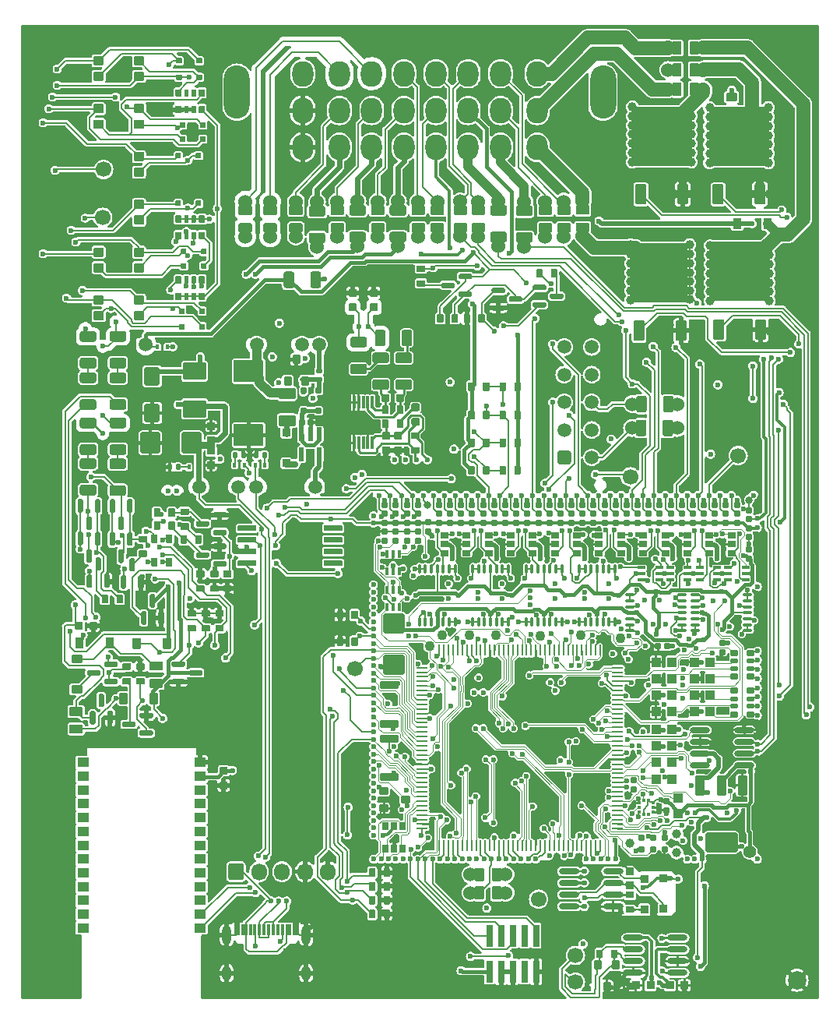
<source format=gtl>
G75*
G70*
%OFA0B0*%
%FSLAX25Y25*%
%IPPOS*%
%LPD*%
%AMOC8*
5,1,8,0,0,1.08239X$1,22.5*
%
%AMM133*
21,1,0.035430,0.030320,-0.000000,-0.000000,270.000000*
21,1,0.028350,0.037400,-0.000000,-0.000000,270.000000*
1,1,0.007090,-0.015160,-0.014170*
1,1,0.007090,-0.015160,0.014170*
1,1,0.007090,0.015160,0.014170*
1,1,0.007090,0.015160,-0.014170*
%
%AMM166*
21,1,0.074800,0.083460,0.000000,-0.000000,270.000000*
21,1,0.059840,0.098430,0.000000,-0.000000,270.000000*
1,1,0.014960,-0.041730,-0.029920*
1,1,0.014960,-0.041730,0.029920*
1,1,0.014960,0.041730,0.029920*
1,1,0.014960,0.041730,-0.029920*
%
%AMM167*
21,1,0.086610,0.073230,0.000000,-0.000000,180.000000*
21,1,0.069290,0.090550,0.000000,-0.000000,180.000000*
1,1,0.017320,-0.034650,0.036610*
1,1,0.017320,0.034650,0.036610*
1,1,0.017320,0.034650,-0.036610*
1,1,0.017320,-0.034650,-0.036610*
%
%AMM168*
21,1,0.078740,0.053540,0.000000,-0.000000,90.000000*
21,1,0.065350,0.066930,0.000000,-0.000000,90.000000*
1,1,0.013390,0.026770,0.032680*
1,1,0.013390,0.026770,-0.032680*
1,1,0.013390,-0.026770,-0.032680*
1,1,0.013390,-0.026770,0.032680*
%
%AMM169*
21,1,0.035430,0.030320,0.000000,-0.000000,0.000000*
21,1,0.028350,0.037400,0.000000,-0.000000,0.000000*
1,1,0.007090,0.014170,-0.015160*
1,1,0.007090,-0.014170,-0.015160*
1,1,0.007090,-0.014170,0.015160*
1,1,0.007090,0.014170,0.015160*
%
%AMM170*
21,1,0.021650,0.052760,0.000000,-0.000000,180.000000*
21,1,0.017320,0.057090,0.000000,-0.000000,180.000000*
1,1,0.004330,-0.008660,0.026380*
1,1,0.004330,0.008660,0.026380*
1,1,0.004330,0.008660,-0.026380*
1,1,0.004330,-0.008660,-0.026380*
%
%AMM171*
21,1,0.035830,0.026770,0.000000,-0.000000,270.000000*
21,1,0.029130,0.033470,0.000000,-0.000000,270.000000*
1,1,0.006690,-0.013390,-0.014570*
1,1,0.006690,-0.013390,0.014570*
1,1,0.006690,0.013390,0.014570*
1,1,0.006690,0.013390,-0.014570*
%
%AMM172*
21,1,0.094490,0.111020,0.000000,-0.000000,270.000000*
21,1,0.075590,0.129920,0.000000,-0.000000,270.000000*
1,1,0.018900,-0.055510,-0.037800*
1,1,0.018900,-0.055510,0.037800*
1,1,0.018900,0.055510,0.037800*
1,1,0.018900,0.055510,-0.037800*
%
%AMM173*
21,1,0.070870,0.036220,0.000000,-0.000000,0.000000*
21,1,0.061810,0.045280,0.000000,-0.000000,0.000000*
1,1,0.009060,0.030910,-0.018110*
1,1,0.009060,-0.030910,-0.018110*
1,1,0.009060,-0.030910,0.018110*
1,1,0.009060,0.030910,0.018110*
%
%AMM174*
21,1,0.033470,0.026770,0.000000,-0.000000,270.000000*
21,1,0.026770,0.033470,0.000000,-0.000000,270.000000*
1,1,0.006690,-0.013390,-0.013390*
1,1,0.006690,-0.013390,0.013390*
1,1,0.006690,0.013390,0.013390*
1,1,0.006690,0.013390,-0.013390*
%
%AMM175*
21,1,0.015750,0.016540,0.000000,-0.000000,180.000000*
21,1,0.012600,0.019680,0.000000,-0.000000,180.000000*
1,1,0.003150,-0.006300,0.008270*
1,1,0.003150,0.006300,0.008270*
1,1,0.003150,0.006300,-0.008270*
1,1,0.003150,-0.006300,-0.008270*
%
%AMM176*
21,1,0.023620,0.018900,0.000000,-0.000000,0.000000*
21,1,0.018900,0.023620,0.000000,-0.000000,0.000000*
1,1,0.004720,0.009450,-0.009450*
1,1,0.004720,-0.009450,-0.009450*
1,1,0.004720,-0.009450,0.009450*
1,1,0.004720,0.009450,0.009450*
%
%AMM177*
21,1,0.019680,0.019680,0.000000,-0.000000,270.000000*
21,1,0.015750,0.023620,0.000000,-0.000000,270.000000*
1,1,0.003940,-0.009840,-0.007870*
1,1,0.003940,-0.009840,0.007870*
1,1,0.003940,0.009840,0.007870*
1,1,0.003940,0.009840,-0.007870*
%
%AMM178*
21,1,0.019680,0.019680,0.000000,-0.000000,180.000000*
21,1,0.015750,0.023620,0.000000,-0.000000,180.000000*
1,1,0.003940,-0.007870,0.009840*
1,1,0.003940,0.007870,0.009840*
1,1,0.003940,0.007870,-0.009840*
1,1,0.003940,-0.007870,-0.009840*
%
%AMM254*
21,1,0.043310,0.075980,-0.000000,-0.000000,180.000000*
21,1,0.034650,0.084650,-0.000000,-0.000000,180.000000*
1,1,0.008660,-0.017320,0.037990*
1,1,0.008660,0.017320,0.037990*
1,1,0.008660,0.017320,-0.037990*
1,1,0.008660,-0.017320,-0.037990*
%
%AMM255*
21,1,0.043310,0.075990,-0.000000,-0.000000,180.000000*
21,1,0.034650,0.084650,-0.000000,-0.000000,180.000000*
1,1,0.008660,-0.017320,0.037990*
1,1,0.008660,0.017320,0.037990*
1,1,0.008660,0.017320,-0.037990*
1,1,0.008660,-0.017320,-0.037990*
%
%AMM256*
21,1,0.137800,0.067720,-0.000000,-0.000000,180.000000*
21,1,0.120870,0.084650,-0.000000,-0.000000,180.000000*
1,1,0.016930,-0.060430,0.033860*
1,1,0.016930,0.060430,0.033860*
1,1,0.016930,0.060430,-0.033860*
1,1,0.016930,-0.060430,-0.033860*
%
%AMM257*
21,1,0.039370,0.035430,-0.000000,-0.000000,180.000000*
21,1,0.031500,0.043310,-0.000000,-0.000000,180.000000*
1,1,0.007870,-0.015750,0.017720*
1,1,0.007870,0.015750,0.017720*
1,1,0.007870,0.015750,-0.017720*
1,1,0.007870,-0.015750,-0.017720*
%
%AMM258*
21,1,0.023620,0.030710,-0.000000,-0.000000,0.000000*
21,1,0.018900,0.035430,-0.000000,-0.000000,0.000000*
1,1,0.004720,0.009450,-0.015350*
1,1,0.004720,-0.009450,-0.015350*
1,1,0.004720,-0.009450,0.015350*
1,1,0.004720,0.009450,0.015350*
%
%AMM259*
21,1,0.027560,0.018900,-0.000000,-0.000000,0.000000*
21,1,0.022840,0.023620,-0.000000,-0.000000,0.000000*
1,1,0.004720,0.011420,-0.009450*
1,1,0.004720,-0.011420,-0.009450*
1,1,0.004720,-0.011420,0.009450*
1,1,0.004720,0.011420,0.009450*
%
%AMM260*
21,1,0.023620,0.030710,-0.000000,-0.000000,90.000000*
21,1,0.018900,0.035430,-0.000000,-0.000000,90.000000*
1,1,0.004720,0.015350,0.009450*
1,1,0.004720,0.015350,-0.009450*
1,1,0.004720,-0.015350,-0.009450*
1,1,0.004720,-0.015350,0.009450*
%
%AMM261*
21,1,0.086610,0.073230,-0.000000,-0.000000,270.000000*
21,1,0.069290,0.090550,-0.000000,-0.000000,270.000000*
1,1,0.017320,-0.036610,-0.034650*
1,1,0.017320,-0.036610,0.034650*
1,1,0.017320,0.036610,0.034650*
1,1,0.017320,0.036610,-0.034650*
%
%AMM262*
21,1,0.025590,0.026380,-0.000000,-0.000000,270.000000*
21,1,0.020470,0.031500,-0.000000,-0.000000,270.000000*
1,1,0.005120,-0.013190,-0.010240*
1,1,0.005120,-0.013190,0.010240*
1,1,0.005120,0.013190,0.010240*
1,1,0.005120,0.013190,-0.010240*
%
%AMM263*
21,1,0.017720,0.027950,-0.000000,-0.000000,270.000000*
21,1,0.014170,0.031500,-0.000000,-0.000000,270.000000*
1,1,0.003540,-0.013980,-0.007090*
1,1,0.003540,-0.013980,0.007090*
1,1,0.003540,0.013980,0.007090*
1,1,0.003540,0.013980,-0.007090*
%
%AMM264*
21,1,0.031500,0.072440,-0.000000,-0.000000,270.000000*
21,1,0.025200,0.078740,-0.000000,-0.000000,270.000000*
1,1,0.006300,-0.036220,-0.012600*
1,1,0.006300,-0.036220,0.012600*
1,1,0.006300,0.036220,0.012600*
1,1,0.006300,0.036220,-0.012600*
%
%AMM265*
21,1,0.012600,0.028980,-0.000000,-0.000000,270.000000*
21,1,0.010080,0.031500,-0.000000,-0.000000,270.000000*
1,1,0.002520,-0.014490,-0.005040*
1,1,0.002520,-0.014490,0.005040*
1,1,0.002520,0.014490,0.005040*
1,1,0.002520,0.014490,-0.005040*
%
%AMM266*
21,1,0.012600,0.028980,-0.000000,-0.000000,0.000000*
21,1,0.010080,0.031500,-0.000000,-0.000000,0.000000*
1,1,0.002520,0.005040,-0.014490*
1,1,0.002520,-0.005040,-0.014490*
1,1,0.002520,-0.005040,0.014490*
1,1,0.002520,0.005040,0.014490*
%
%AMM267*
21,1,0.039370,0.035430,-0.000000,-0.000000,90.000000*
21,1,0.031500,0.043310,-0.000000,-0.000000,90.000000*
1,1,0.007870,0.017720,0.015750*
1,1,0.007870,0.017720,-0.015750*
1,1,0.007870,-0.017720,-0.015750*
1,1,0.007870,-0.017720,0.015750*
%
%AMM268*
21,1,0.027560,0.018900,-0.000000,-0.000000,270.000000*
21,1,0.022840,0.023620,-0.000000,-0.000000,270.000000*
1,1,0.004720,-0.009450,-0.011420*
1,1,0.004720,-0.009450,0.011420*
1,1,0.004720,0.009450,0.011420*
1,1,0.004720,0.009450,-0.011420*
%
%AMM310*
21,1,0.027560,0.030710,0.000000,-0.000000,270.000000*
21,1,0.022050,0.036220,0.000000,-0.000000,270.000000*
1,1,0.005510,-0.015350,-0.011020*
1,1,0.005510,-0.015350,0.011020*
1,1,0.005510,0.015350,0.011020*
1,1,0.005510,0.015350,-0.011020*
%
%AMM311*
21,1,0.039370,0.007870,0.000000,-0.000000,315.000000*
1,1,0.007870,-0.013920,0.013920*
1,1,0.007870,0.013920,-0.013920*
%
%AMM68*
21,1,0.035430,0.030320,0.000000,0.000000,180.000000*
21,1,0.028350,0.037400,0.000000,0.000000,180.000000*
1,1,0.007090,-0.014170,0.015160*
1,1,0.007090,0.014170,0.015160*
1,1,0.007090,0.014170,-0.015160*
1,1,0.007090,-0.014170,-0.015160*
%
%AMM9*
21,1,0.033470,0.026770,0.000000,0.000000,0.000000*
21,1,0.026770,0.033470,0.000000,0.000000,0.000000*
1,1,0.006690,0.013390,-0.013390*
1,1,0.006690,-0.013390,-0.013390*
1,1,0.006690,-0.013390,0.013390*
1,1,0.006690,0.013390,0.013390*
%
%AMM91*
21,1,0.027560,0.030710,0.000000,0.000000,180.000000*
21,1,0.022050,0.036220,0.000000,0.000000,180.000000*
1,1,0.005510,-0.011020,0.015350*
1,1,0.005510,0.011020,0.015350*
1,1,0.005510,0.011020,-0.015350*
1,1,0.005510,-0.011020,-0.015350*
%
%ADD10C,0.06000*%
%ADD11O,0.06693X0.07283*%
%ADD110C,0.02756*%
%ADD12R,0.01181X0.04528*%
%ADD13O,0.03937X0.08268*%
%ADD139O,0.00866X0.05118*%
%ADD14O,0.03937X0.06299*%
%ADD140O,0.05118X0.00866*%
%ADD15C,0.06693*%
%ADD152O,0.01181X0.04331*%
%ADD153O,0.04331X0.01181*%
%ADD155O,0.08661X0.02362*%
%ADD157R,0.01476X0.01378*%
%ADD158R,0.01378X0.01476*%
%ADD16C,0.05906*%
%ADD161C,0.03100*%
%ADD162C,0.00492*%
%ADD163C,0.03900*%
%ADD164C,0.04331*%
%ADD165C,0.05512*%
%ADD17O,0.00787X0.22323*%
%ADD18O,0.43701X0.00787*%
%ADD19O,0.38583X0.01575*%
%ADD194M68*%
%ADD20O,0.01969X0.00984*%
%ADD21O,0.00787X0.26772*%
%ADD22O,0.00984X0.01969*%
%ADD23C,0.02362*%
%ADD236O,0.00984X0.01968*%
%ADD24O,0.12992X0.00787*%
%ADD247M91*%
%ADD248O,0.01968X0.00984*%
%ADD25O,0.40157X0.00787*%
%ADD26O,0.01181X0.00787*%
%ADD266O,0.40158X0.00787*%
%ADD27O,0.00787X0.66929*%
%ADD28O,0.00787X0.60630*%
%ADD29O,0.18898X0.00787*%
%ADD295M133*%
%ADD30O,0.10236X0.00787*%
%ADD31O,0.03937X0.00787*%
%ADD32O,0.05906X0.00787*%
%ADD328M166*%
%ADD329M167*%
%ADD33R,0.24350X0.00984*%
%ADD330M168*%
%ADD331M169*%
%ADD332M170*%
%ADD333M171*%
%ADD334M172*%
%ADD335M173*%
%ADD336M174*%
%ADD337M175*%
%ADD338M176*%
%ADD339M177*%
%ADD34R,0.04390X0.00984*%
%ADD340M178*%
%ADD35R,0.00984X0.56201*%
%ADD36R,0.00984X0.59449*%
%ADD37R,0.20374X0.00984*%
%ADD38R,0.22835X0.25197*%
%ADD39R,0.05118X0.03937*%
%ADD40C,0.07874*%
%ADD41O,0.33071X0.00787*%
%ADD42O,0.00787X0.20669*%
%ADD43O,0.02756X0.00787*%
%ADD436M254*%
%ADD437M255*%
%ADD438M256*%
%ADD439M257*%
%ADD44O,0.28543X0.00787*%
%ADD440M258*%
%ADD441M259*%
%ADD442M260*%
%ADD443M261*%
%ADD444M262*%
%ADD445M263*%
%ADD446M264*%
%ADD447M265*%
%ADD448M266*%
%ADD449M267*%
%ADD45O,0.03937X0.01969*%
%ADD450M268*%
%ADD46R,0.00787X0.09055*%
%ADD47R,0.00787X0.42126*%
%ADD48R,0.00787X0.08268*%
%ADD488R,0.01181X0.05512*%
%ADD489O,0.03937X0.01968*%
%ADD49R,0.00787X0.23622*%
%ADD496M310*%
%ADD497M311*%
%ADD50R,0.00787X0.21260*%
%ADD51R,0.05512X0.00787*%
%ADD52R,0.19685X0.00787*%
%ADD53R,0.26772X0.00787*%
%ADD54R,0.17717X0.00787*%
%ADD55R,0.00787X0.06299*%
%ADD56R,0.00787X0.22441*%
%ADD57R,0.00787X0.07874*%
%ADD58O,0.11024X0.22835*%
%ADD59O,0.09055X0.11024*%
%ADD60R,0.02913X0.09449*%
%ADD61C,0.03937*%
%ADD62C,0.17717*%
%ADD63C,0.01575*%
%ADD64C,0.00787*%
%ADD65C,0.01181*%
%ADD66C,0.00800*%
%ADD67C,0.01969*%
%ADD68C,0.01000*%
%ADD75C,0.00984*%
%ADD83C,0.03150*%
%ADD87C,0.01968*%
%ADD96M9*%
X0000000Y0000000D02*
%LPD*%
G01*
D10*
X0196206Y0326364D03*
G36*
G01*
X0198667Y0328156D02*
X0193746Y0328156D01*
G75*
G02*
X0193352Y0328550I0000000J0000394D01*
G01*
X0193352Y0331699D01*
G75*
G02*
X0193746Y0332093I0000394J0000000D01*
G01*
X0198667Y0332093D01*
G75*
G02*
X0199061Y0331699I0000000J-000394D01*
G01*
X0199061Y0328550D01*
G75*
G02*
X0198667Y0328156I-000394J0000000D01*
G01*
G37*
G36*
G01*
X0198667Y0335636D02*
X0193746Y0335636D01*
G75*
G02*
X0193352Y0336030I0000000J0000394D01*
G01*
X0193352Y0339180D01*
G75*
G02*
X0193746Y0339573I0000394J0000000D01*
G01*
X0198667Y0339573D01*
G75*
G02*
X0199061Y0339180I0000000J-000394D01*
G01*
X0199061Y0336030D01*
G75*
G02*
X0198667Y0335636I-000394J0000000D01*
G01*
G37*
X0196206Y0341364D03*
G36*
G01*
X0068937Y0210039D02*
X0072008Y0210039D01*
G75*
G02*
X0072283Y0209764I0000000J-000276D01*
G01*
X0072283Y0207559D01*
G75*
G02*
X0072008Y0207283I-000276J0000000D01*
G01*
X0068937Y0207283D01*
G75*
G02*
X0068661Y0207559I0000000J0000276D01*
G01*
X0068661Y0209764D01*
G75*
G02*
X0068937Y0210039I0000276J0000000D01*
G01*
G37*
G36*
G01*
X0068937Y0203740D02*
X0072008Y0203740D01*
G75*
G02*
X0072283Y0203465I0000000J-000276D01*
G01*
X0072283Y0201260D01*
G75*
G02*
X0072008Y0200984I-000276J0000000D01*
G01*
X0068937Y0200984D01*
G75*
G02*
X0068661Y0201260I0000000J0000276D01*
G01*
X0068661Y0203465D01*
G75*
G02*
X0068937Y0203740I0000276J0000000D01*
G01*
G37*
G36*
G01*
X0066535Y0299469D02*
X0066535Y0302106D01*
G75*
G02*
X0066791Y0302362I0000256J0000000D01*
G01*
X0068839Y0302362D01*
G75*
G02*
X0069094Y0302106I0000000J-000256D01*
G01*
X0069094Y0299469D01*
G75*
G02*
X0068839Y0299213I-000256J0000000D01*
G01*
X0066791Y0299213D01*
G75*
G02*
X0066535Y0299469I0000000J0000256D01*
G01*
G37*
G36*
G01*
X0070374Y0299390D02*
X0070374Y0302185D01*
G75*
G02*
X0070551Y0302362I0000177J0000000D01*
G01*
X0071969Y0302362D01*
G75*
G02*
X0072146Y0302185I0000000J-000177D01*
G01*
X0072146Y0299390D01*
G75*
G02*
X0071969Y0299213I-000177J0000000D01*
G01*
X0070551Y0299213D01*
G75*
G02*
X0070374Y0299390I0000000J0000177D01*
G01*
G37*
G36*
G01*
X0073524Y0299390D02*
X0073524Y0302185D01*
G75*
G02*
X0073701Y0302362I0000177J0000000D01*
G01*
X0075118Y0302362D01*
G75*
G02*
X0075295Y0302185I0000000J-000177D01*
G01*
X0075295Y0299390D01*
G75*
G02*
X0075118Y0299213I-000177J0000000D01*
G01*
X0073701Y0299213D01*
G75*
G02*
X0073524Y0299390I0000000J0000177D01*
G01*
G37*
G36*
G01*
X0076575Y0299469D02*
X0076575Y0302106D01*
G75*
G02*
X0076831Y0302362I0000256J0000000D01*
G01*
X0078878Y0302362D01*
G75*
G02*
X0079134Y0302106I0000000J-000256D01*
G01*
X0079134Y0299469D01*
G75*
G02*
X0078878Y0299213I-000256J0000000D01*
G01*
X0076831Y0299213D01*
G75*
G02*
X0076575Y0299469I0000000J0000256D01*
G01*
G37*
G36*
G01*
X0076575Y0306555D02*
X0076575Y0309193D01*
G75*
G02*
X0076831Y0309449I0000256J0000000D01*
G01*
X0078878Y0309449D01*
G75*
G02*
X0079134Y0309193I0000000J-000256D01*
G01*
X0079134Y0306555D01*
G75*
G02*
X0078878Y0306299I-000256J0000000D01*
G01*
X0076831Y0306299D01*
G75*
G02*
X0076575Y0306555I0000000J0000256D01*
G01*
G37*
G36*
G01*
X0073524Y0306476D02*
X0073524Y0309272D01*
G75*
G02*
X0073701Y0309449I0000177J0000000D01*
G01*
X0075118Y0309449D01*
G75*
G02*
X0075295Y0309272I0000000J-000177D01*
G01*
X0075295Y0306476D01*
G75*
G02*
X0075118Y0306299I-000177J0000000D01*
G01*
X0073701Y0306299D01*
G75*
G02*
X0073524Y0306476I0000000J0000177D01*
G01*
G37*
G36*
G01*
X0070374Y0306476D02*
X0070374Y0309272D01*
G75*
G02*
X0070551Y0309449I0000177J0000000D01*
G01*
X0071969Y0309449D01*
G75*
G02*
X0072146Y0309272I0000000J-000177D01*
G01*
X0072146Y0306476D01*
G75*
G02*
X0071969Y0306299I-000177J0000000D01*
G01*
X0070551Y0306299D01*
G75*
G02*
X0070374Y0306476I0000000J0000177D01*
G01*
G37*
G36*
G01*
X0066535Y0306555D02*
X0066535Y0309193D01*
G75*
G02*
X0066791Y0309449I0000256J0000000D01*
G01*
X0068839Y0309449D01*
G75*
G02*
X0069094Y0309193I0000000J-000256D01*
G01*
X0069094Y0306555D01*
G75*
G02*
X0068839Y0306299I-000256J0000000D01*
G01*
X0066791Y0306299D01*
G75*
G02*
X0066535Y0306555I0000000J0000256D01*
G01*
G37*
G36*
G01*
X0199016Y0292874D02*
X0199016Y0289803D01*
G75*
G02*
X0198740Y0289528I-000276J0000000D01*
G01*
X0196535Y0289528D01*
G75*
G02*
X0196260Y0289803I0000000J0000276D01*
G01*
X0196260Y0292874D01*
G75*
G02*
X0196535Y0293150I0000276J0000000D01*
G01*
X0198740Y0293150D01*
G75*
G02*
X0199016Y0292874I0000000J-000276D01*
G01*
G37*
G36*
G01*
X0192717Y0292874D02*
X0192717Y0289803D01*
G75*
G02*
X0192441Y0289528I-000276J0000000D01*
G01*
X0190236Y0289528D01*
G75*
G02*
X0189961Y0289803I0000000J0000276D01*
G01*
X0189961Y0292874D01*
G75*
G02*
X0190236Y0293150I0000276J0000000D01*
G01*
X0192441Y0293150D01*
G75*
G02*
X0192717Y0292874I0000000J-000276D01*
G01*
G37*
G36*
G01*
X0205315Y0260669D02*
X0205315Y0263740D01*
G75*
G02*
X0205591Y0264016I0000276J0000000D01*
G01*
X0207795Y0264016D01*
G75*
G02*
X0208071Y0263740I0000000J-000276D01*
G01*
X0208071Y0260669D01*
G75*
G02*
X0207795Y0260394I-000276J0000000D01*
G01*
X0205591Y0260394D01*
G75*
G02*
X0205315Y0260669I0000000J0000276D01*
G01*
G37*
G36*
G01*
X0211614Y0260669D02*
X0211614Y0263740D01*
G75*
G02*
X0211890Y0264016I0000276J0000000D01*
G01*
X0214094Y0264016D01*
G75*
G02*
X0214370Y0263740I0000000J-000276D01*
G01*
X0214370Y0260669D01*
G75*
G02*
X0214094Y0260394I-000276J0000000D01*
G01*
X0211890Y0260394D01*
G75*
G02*
X0211614Y0260669I0000000J0000276D01*
G01*
G37*
G36*
G01*
X0088583Y0090020D02*
X0085906Y0090020D01*
G75*
G02*
X0085571Y0090354I0000000J0000335D01*
G01*
X0085571Y0093031D01*
G75*
G02*
X0085906Y0093366I0000335J0000000D01*
G01*
X0088583Y0093366D01*
G75*
G02*
X0088917Y0093031I0000000J-000335D01*
G01*
X0088917Y0090354D01*
G75*
G02*
X0088583Y0090020I-000335J0000000D01*
G01*
G37*
G36*
G01*
X0088583Y0096240D02*
X0085906Y0096240D01*
G75*
G02*
X0085571Y0096575I0000000J0000335D01*
G01*
X0085571Y0099252D01*
G75*
G02*
X0085906Y0099587I0000335J0000000D01*
G01*
X0088583Y0099587D01*
G75*
G02*
X0088917Y0099252I0000000J-000335D01*
G01*
X0088917Y0096575D01*
G75*
G02*
X0088583Y0096240I-000335J0000000D01*
G01*
G37*
X0188514Y0326449D03*
G36*
G01*
X0190975Y0328240D02*
X0186053Y0328240D01*
G75*
G02*
X0185660Y0328634I0000000J0000394D01*
G01*
X0185660Y0331784D01*
G75*
G02*
X0186053Y0332177I0000394J0000000D01*
G01*
X0190975Y0332177D01*
G75*
G02*
X0191368Y0331784I0000000J-000394D01*
G01*
X0191368Y0328634D01*
G75*
G02*
X0190975Y0328240I-000394J0000000D01*
G01*
G37*
G36*
G01*
X0190975Y0335721D02*
X0186053Y0335721D01*
G75*
G02*
X0185660Y0336114I0000000J0000394D01*
G01*
X0185660Y0339264D01*
G75*
G02*
X0186053Y0339658I0000394J0000000D01*
G01*
X0190975Y0339658D01*
G75*
G02*
X0191368Y0339264I0000000J-000394D01*
G01*
X0191368Y0336114D01*
G75*
G02*
X0190975Y0335721I-000394J0000000D01*
G01*
G37*
X0188514Y0341449D03*
G36*
G01*
X0032677Y0236594D02*
X0032677Y0233878D01*
G75*
G02*
X0031772Y0232972I-000906J0000000D01*
G01*
X0026496Y0232972D01*
G75*
G02*
X0025591Y0233878I0000000J0000906D01*
G01*
X0025591Y0236594D01*
G75*
G02*
X0026496Y0237500I0000906J0000000D01*
G01*
X0031772Y0237500D01*
G75*
G02*
X0032677Y0236594I0000000J-000906D01*
G01*
G37*
G36*
G01*
X0032677Y0248012D02*
X0032677Y0245295D01*
G75*
G02*
X0031772Y0244390I-000906J0000000D01*
G01*
X0026496Y0244390D01*
G75*
G02*
X0025591Y0245295I0000000J0000906D01*
G01*
X0025591Y0248012D01*
G75*
G02*
X0026496Y0248917I0000906J0000000D01*
G01*
X0031772Y0248917D01*
G75*
G02*
X0032677Y0248012I0000000J-000906D01*
G01*
G37*
X0262008Y0244488D03*
G36*
G01*
X0267303Y0240945D02*
X0264587Y0240945D01*
G75*
G02*
X0263681Y0241850I0000000J0000906D01*
G01*
X0263681Y0247126D01*
G75*
G02*
X0264587Y0248031I0000906J0000000D01*
G01*
X0267303Y0248031D01*
G75*
G02*
X0268209Y0247126I0000000J-000906D01*
G01*
X0268209Y0241850D01*
G75*
G02*
X0267303Y0240945I-000906J0000000D01*
G01*
G37*
G36*
G01*
X0278721Y0240945D02*
X0276004Y0240945D01*
G75*
G02*
X0275098Y0241850I0000000J0000906D01*
G01*
X0275098Y0247126D01*
G75*
G02*
X0276004Y0248031I0000906J0000000D01*
G01*
X0278721Y0248031D01*
G75*
G02*
X0279626Y0247126I0000000J-000906D01*
G01*
X0279626Y0241850D01*
G75*
G02*
X0278721Y0240945I-000906J0000000D01*
G01*
G37*
X0281299Y0244488D03*
G36*
G01*
X0056949Y0114606D02*
X0056949Y0113425D01*
G75*
G02*
X0056358Y0112835I-000591J0000000D01*
G01*
X0051732Y0112835D01*
G75*
G02*
X0051142Y0113425I0000000J0000591D01*
G01*
X0051142Y0114606D01*
G75*
G02*
X0051732Y0115197I0000591J0000000D01*
G01*
X0056358Y0115197D01*
G75*
G02*
X0056949Y0114606I0000000J-000591D01*
G01*
G37*
G36*
G01*
X0049567Y0118346D02*
X0049567Y0117165D01*
G75*
G02*
X0048976Y0116575I-000591J0000000D01*
G01*
X0044350Y0116575D01*
G75*
G02*
X0043760Y0117165I0000000J0000591D01*
G01*
X0043760Y0118346D01*
G75*
G02*
X0044350Y0118937I0000591J0000000D01*
G01*
X0048976Y0118937D01*
G75*
G02*
X0049567Y0118346I0000000J-000591D01*
G01*
G37*
G36*
G01*
X0056949Y0122087D02*
X0056949Y0120906D01*
G75*
G02*
X0056358Y0120315I-000591J0000000D01*
G01*
X0051732Y0120315D01*
G75*
G02*
X0051142Y0120906I0000000J0000591D01*
G01*
X0051142Y0122087D01*
G75*
G02*
X0051732Y0122677I0000591J0000000D01*
G01*
X0056358Y0122677D01*
G75*
G02*
X0056949Y0122087I0000000J-000591D01*
G01*
G37*
X0144488Y0341535D03*
G36*
G01*
X0140945Y0336240D02*
X0140945Y0338957D01*
G75*
G02*
X0141850Y0339862I0000906J0000000D01*
G01*
X0147126Y0339862D01*
G75*
G02*
X0148031Y0338957I0000000J-000906D01*
G01*
X0148031Y0336240D01*
G75*
G02*
X0147126Y0335335I-000906J0000000D01*
G01*
X0141850Y0335335D01*
G75*
G02*
X0140945Y0336240I0000000J0000906D01*
G01*
G37*
G36*
G01*
X0140945Y0324823D02*
X0140945Y0327539D01*
G75*
G02*
X0141850Y0328445I0000906J0000000D01*
G01*
X0147126Y0328445D01*
G75*
G02*
X0148031Y0327539I0000000J-000906D01*
G01*
X0148031Y0324823D01*
G75*
G02*
X0147126Y0323917I-000906J0000000D01*
G01*
X0141850Y0323917D01*
G75*
G02*
X0140945Y0324823I0000000J0000906D01*
G01*
G37*
X0144488Y0322244D03*
G36*
G01*
X0193602Y0302362D02*
X0193602Y0301181D01*
G75*
G02*
X0193012Y0300591I-000591J0000000D01*
G01*
X0188386Y0300591D01*
G75*
G02*
X0187795Y0301181I0000000J0000591D01*
G01*
X0187795Y0302362D01*
G75*
G02*
X0188386Y0302953I0000591J0000000D01*
G01*
X0193012Y0302953D01*
G75*
G02*
X0193602Y0302362I0000000J-000591D01*
G01*
G37*
G36*
G01*
X0186220Y0306102D02*
X0186220Y0304921D01*
G75*
G02*
X0185630Y0304331I-000591J0000000D01*
G01*
X0181004Y0304331D01*
G75*
G02*
X0180413Y0304921I0000000J0000591D01*
G01*
X0180413Y0306102D01*
G75*
G02*
X0181004Y0306693I0000591J0000000D01*
G01*
X0185630Y0306693D01*
G75*
G02*
X0186220Y0306102I0000000J-000591D01*
G01*
G37*
G36*
G01*
X0193602Y0309843D02*
X0193602Y0308661D01*
G75*
G02*
X0193012Y0308071I-000591J0000000D01*
G01*
X0188386Y0308071D01*
G75*
G02*
X0187795Y0308661I0000000J0000591D01*
G01*
X0187795Y0309843D01*
G75*
G02*
X0188386Y0310433I0000591J0000000D01*
G01*
X0193012Y0310433D01*
G75*
G02*
X0193602Y0309843I0000000J-000591D01*
G01*
G37*
G36*
G01*
X0069140Y0314961D02*
X0071030Y0314961D01*
G75*
G02*
X0071266Y0314724I0000000J-000236D01*
G01*
X0071266Y0312835D01*
G75*
G02*
X0071030Y0312598I-000236J0000000D01*
G01*
X0069140Y0312598D01*
G75*
G02*
X0068904Y0312835I0000000J0000236D01*
G01*
X0068904Y0314724D01*
G75*
G02*
X0069140Y0314961I0000236J0000000D01*
G01*
G37*
G36*
G01*
X0077801Y0314961D02*
X0079691Y0314961D01*
G75*
G02*
X0079927Y0314724I0000000J-000236D01*
G01*
X0079927Y0312835D01*
G75*
G02*
X0079691Y0312598I-000236J0000000D01*
G01*
X0077801Y0312598D01*
G75*
G02*
X0077565Y0312835I0000000J0000236D01*
G01*
X0077565Y0314724D01*
G75*
G02*
X0077801Y0314961I0000236J0000000D01*
G01*
G37*
G36*
G01*
X0052756Y0331496D02*
X0049213Y0331496D01*
G75*
G02*
X0048819Y0331890I0000000J0000394D01*
G01*
X0048819Y0335039D01*
G75*
G02*
X0049213Y0335433I0000394J0000000D01*
G01*
X0052756Y0335433D01*
G75*
G02*
X0053150Y0335039I0000000J-000394D01*
G01*
X0053150Y0331890D01*
G75*
G02*
X0052756Y0331496I-000394J0000000D01*
G01*
G37*
G36*
G01*
X0052756Y0338189D02*
X0049213Y0338189D01*
G75*
G02*
X0048819Y0338583I0000000J0000394D01*
G01*
X0048819Y0341732D01*
G75*
G02*
X0049213Y0342126I0000394J0000000D01*
G01*
X0052756Y0342126D01*
G75*
G02*
X0053150Y0341732I0000000J-000394D01*
G01*
X0053150Y0338583D01*
G75*
G02*
X0052756Y0338189I-000394J0000000D01*
G01*
G37*
G36*
G01*
X0149409Y0052795D02*
X0149409Y0055866D01*
G75*
G02*
X0149685Y0056142I0000276J0000000D01*
G01*
X0151890Y0056142D01*
G75*
G02*
X0152165Y0055866I0000000J-000276D01*
G01*
X0152165Y0052795D01*
G75*
G02*
X0151890Y0052520I-000276J0000000D01*
G01*
X0149685Y0052520D01*
G75*
G02*
X0149409Y0052795I0000000J0000276D01*
G01*
G37*
G36*
G01*
X0155709Y0052795D02*
X0155709Y0055866D01*
G75*
G02*
X0155984Y0056142I0000276J0000000D01*
G01*
X0158189Y0056142D01*
G75*
G02*
X0158465Y0055866I0000000J-000276D01*
G01*
X0158465Y0052795D01*
G75*
G02*
X0158189Y0052520I-000276J0000000D01*
G01*
X0155984Y0052520D01*
G75*
G02*
X0155709Y0052795I0000000J0000276D01*
G01*
G37*
G36*
G01*
X0067159Y0402805D02*
X0069049Y0402805D01*
G75*
G02*
X0069285Y0402569I0000000J-000236D01*
G01*
X0069285Y0400679D01*
G75*
G02*
X0069049Y0400443I-000236J0000000D01*
G01*
X0067159Y0400443D01*
G75*
G02*
X0066923Y0400679I0000000J0000236D01*
G01*
X0066923Y0402569D01*
G75*
G02*
X0067159Y0402805I0000236J0000000D01*
G01*
G37*
G36*
G01*
X0075821Y0402805D02*
X0077711Y0402805D01*
G75*
G02*
X0077947Y0402569I0000000J-000236D01*
G01*
X0077947Y0400679D01*
G75*
G02*
X0077711Y0400443I-000236J0000000D01*
G01*
X0075821Y0400443D01*
G75*
G02*
X0075585Y0400679I0000000J0000236D01*
G01*
X0075585Y0402569D01*
G75*
G02*
X0075821Y0402805I0000236J0000000D01*
G01*
G37*
G36*
G01*
X0089173Y0052067D02*
X0089173Y0057382D01*
G75*
G02*
X0090157Y0058366I0000984J0000000D01*
G01*
X0094882Y0058366D01*
G75*
G02*
X0095866Y0057382I0000000J-000984D01*
G01*
X0095866Y0052067D01*
G75*
G02*
X0094882Y0051083I-000984J0000000D01*
G01*
X0090157Y0051083D01*
G75*
G02*
X0089173Y0052067I0000000J0000984D01*
G01*
G37*
D11*
X0102362Y0054724D03*
X0112205Y0054724D03*
X0122047Y0054724D03*
X0131890Y0054724D03*
D12*
X0092323Y0029862D03*
X0095472Y0029862D03*
X0100591Y0029862D03*
X0104528Y0029862D03*
X0106496Y0029862D03*
X0110433Y0029862D03*
X0115551Y0029862D03*
X0118701Y0029862D03*
X0117520Y0029862D03*
X0114370Y0029862D03*
X0112402Y0029862D03*
X0108465Y0029862D03*
X0102559Y0029862D03*
X0098622Y0029862D03*
X0096654Y0029862D03*
X0093504Y0029862D03*
D13*
X0088504Y0027638D03*
D14*
X0088504Y0011181D03*
D13*
X0122520Y0027638D03*
D14*
X0122520Y0011181D03*
G36*
G01*
X0041880Y0136614D02*
X0041880Y0135433D01*
G75*
G02*
X0041289Y0134843I-000591J0000000D01*
G01*
X0036663Y0134843D01*
G75*
G02*
X0036073Y0135433I0000000J0000591D01*
G01*
X0036073Y0136614D01*
G75*
G02*
X0036663Y0137205I0000591J0000000D01*
G01*
X0041289Y0137205D01*
G75*
G02*
X0041880Y0136614I0000000J-000591D01*
G01*
G37*
G36*
G01*
X0034498Y0140354D02*
X0034498Y0139173D01*
G75*
G02*
X0033907Y0138583I-000591J0000000D01*
G01*
X0029281Y0138583D01*
G75*
G02*
X0028691Y0139173I0000000J0000591D01*
G01*
X0028691Y0140354D01*
G75*
G02*
X0029281Y0140945I0000591J0000000D01*
G01*
X0033907Y0140945D01*
G75*
G02*
X0034498Y0140354I0000000J-000591D01*
G01*
G37*
G36*
G01*
X0041880Y0144094D02*
X0041880Y0142913D01*
G75*
G02*
X0041289Y0142323I-000591J0000000D01*
G01*
X0036663Y0142323D01*
G75*
G02*
X0036073Y0142913I0000000J0000591D01*
G01*
X0036073Y0144094D01*
G75*
G02*
X0036663Y0144685I0000591J0000000D01*
G01*
X0041289Y0144685D01*
G75*
G02*
X0041880Y0144094I0000000J-000591D01*
G01*
G37*
G36*
G01*
X0032677Y0255886D02*
X0032677Y0253169D01*
G75*
G02*
X0031772Y0252264I-000906J0000000D01*
G01*
X0026496Y0252264D01*
G75*
G02*
X0025591Y0253169I0000000J0000906D01*
G01*
X0025591Y0255886D01*
G75*
G02*
X0026496Y0256791I0000906J0000000D01*
G01*
X0031772Y0256791D01*
G75*
G02*
X0032677Y0255886I0000000J-000906D01*
G01*
G37*
G36*
G01*
X0032677Y0267303D02*
X0032677Y0264587D01*
G75*
G02*
X0031772Y0263681I-000906J0000000D01*
G01*
X0026496Y0263681D01*
G75*
G02*
X0025591Y0264587I0000000J0000906D01*
G01*
X0025591Y0267303D01*
G75*
G02*
X0026496Y0268209I0000906J0000000D01*
G01*
X0031772Y0268209D01*
G75*
G02*
X0032677Y0267303I0000000J-000906D01*
G01*
G37*
G36*
G01*
X0052756Y0311024D02*
X0049213Y0311024D01*
G75*
G02*
X0048819Y0311417I0000000J0000394D01*
G01*
X0048819Y0314567D01*
G75*
G02*
X0049213Y0314961I0000394J0000000D01*
G01*
X0052756Y0314961D01*
G75*
G02*
X0053150Y0314567I0000000J-000394D01*
G01*
X0053150Y0311417D01*
G75*
G02*
X0052756Y0311024I-000394J0000000D01*
G01*
G37*
G36*
G01*
X0052756Y0317717D02*
X0049213Y0317717D01*
G75*
G02*
X0048819Y0318110I0000000J0000394D01*
G01*
X0048819Y0321260D01*
G75*
G02*
X0049213Y0321654I0000394J0000000D01*
G01*
X0052756Y0321654D01*
G75*
G02*
X0053150Y0321260I0000000J-000394D01*
G01*
X0053150Y0318110D01*
G75*
G02*
X0052756Y0317717I-000394J0000000D01*
G01*
G37*
D15*
X0307480Y0232677D03*
G36*
G01*
X0067165Y0395669D02*
X0069055Y0395669D01*
G75*
G02*
X0069291Y0395433I0000000J-000236D01*
G01*
X0069291Y0393543D01*
G75*
G02*
X0069055Y0393307I-000236J0000000D01*
G01*
X0067165Y0393307D01*
G75*
G02*
X0066929Y0393543I0000000J0000236D01*
G01*
X0066929Y0395433D01*
G75*
G02*
X0067165Y0395669I0000236J0000000D01*
G01*
G37*
G36*
G01*
X0075827Y0395669D02*
X0077717Y0395669D01*
G75*
G02*
X0077953Y0395433I0000000J-000236D01*
G01*
X0077953Y0393543D01*
G75*
G02*
X0077717Y0393307I-000236J0000000D01*
G01*
X0075827Y0393307D01*
G75*
G02*
X0075591Y0393543I0000000J0000236D01*
G01*
X0075591Y0395433D01*
G75*
G02*
X0075827Y0395669I0000236J0000000D01*
G01*
G37*
G36*
G01*
X0230118Y0312165D02*
X0230118Y0309094D01*
G75*
G02*
X0229843Y0308819I-000276J0000000D01*
G01*
X0227638Y0308819D01*
G75*
G02*
X0227362Y0309094I0000000J0000276D01*
G01*
X0227362Y0312165D01*
G75*
G02*
X0227638Y0312441I0000276J0000000D01*
G01*
X0229843Y0312441D01*
G75*
G02*
X0230118Y0312165I0000000J-000276D01*
G01*
G37*
G36*
G01*
X0223819Y0312165D02*
X0223819Y0309094D01*
G75*
G02*
X0223543Y0308819I-000276J0000000D01*
G01*
X0221339Y0308819D01*
G75*
G02*
X0221063Y0309094I0000000J0000276D01*
G01*
X0221063Y0312165D01*
G75*
G02*
X0221339Y0312441I0000276J0000000D01*
G01*
X0223543Y0312441D01*
G75*
G02*
X0223819Y0312165I0000000J-000276D01*
G01*
G37*
G36*
G01*
X0052756Y0372441D02*
X0049213Y0372441D01*
G75*
G02*
X0048819Y0372835I0000000J0000394D01*
G01*
X0048819Y0375984D01*
G75*
G02*
X0049213Y0376378I0000394J0000000D01*
G01*
X0052756Y0376378D01*
G75*
G02*
X0053150Y0375984I0000000J-000394D01*
G01*
X0053150Y0372835D01*
G75*
G02*
X0052756Y0372441I-000394J0000000D01*
G01*
G37*
G36*
G01*
X0052756Y0379134D02*
X0049213Y0379134D01*
G75*
G02*
X0048819Y0379528I0000000J0000394D01*
G01*
X0048819Y0382677D01*
G75*
G02*
X0049213Y0383071I0000394J0000000D01*
G01*
X0052756Y0383071D01*
G75*
G02*
X0053150Y0382677I0000000J-000394D01*
G01*
X0053150Y0379528D01*
G75*
G02*
X0052756Y0379134I-000394J0000000D01*
G01*
G37*
D10*
X0096457Y0326358D03*
G36*
G01*
X0098917Y0328150D02*
X0093996Y0328150D01*
G75*
G02*
X0093602Y0328543I0000000J0000394D01*
G01*
X0093602Y0331693D01*
G75*
G02*
X0093996Y0332087I0000394J0000000D01*
G01*
X0098917Y0332087D01*
G75*
G02*
X0099311Y0331693I0000000J-000394D01*
G01*
X0099311Y0328543D01*
G75*
G02*
X0098917Y0328150I-000394J0000000D01*
G01*
G37*
G36*
G01*
X0098917Y0335630D02*
X0093996Y0335630D01*
G75*
G02*
X0093602Y0336024I0000000J0000394D01*
G01*
X0093602Y0339173D01*
G75*
G02*
X0093996Y0339567I0000394J0000000D01*
G01*
X0098917Y0339567D01*
G75*
G02*
X0099311Y0339173I0000000J-000394D01*
G01*
X0099311Y0336024D01*
G75*
G02*
X0098917Y0335630I-000394J0000000D01*
G01*
G37*
X0096457Y0341358D03*
X0292539Y0407087D03*
G36*
G01*
X0290748Y0409547D02*
X0290748Y0404626D01*
G75*
G02*
X0290354Y0404232I-000394J0000000D01*
G01*
X0287205Y0404232D01*
G75*
G02*
X0286811Y0404626I0000000J0000394D01*
G01*
X0286811Y0409547D01*
G75*
G02*
X0287205Y0409941I0000394J0000000D01*
G01*
X0290354Y0409941D01*
G75*
G02*
X0290748Y0409547I0000000J-000394D01*
G01*
G37*
G36*
G01*
X0283268Y0409547D02*
X0283268Y0404626D01*
G75*
G02*
X0282874Y0404232I-000394J0000000D01*
G01*
X0279724Y0404232D01*
G75*
G02*
X0279331Y0404626I0000000J0000394D01*
G01*
X0279331Y0409547D01*
G75*
G02*
X0279724Y0409941I0000394J0000000D01*
G01*
X0282874Y0409941D01*
G75*
G02*
X0283268Y0409547I0000000J-000394D01*
G01*
G37*
X0277539Y0407087D03*
G36*
G01*
X0234980Y0228937D02*
X0231043Y0228937D01*
G75*
G02*
X0230059Y0229921I0000000J0000984D01*
G01*
X0230059Y0233858D01*
G75*
G02*
X0231043Y0234843I0000984J0000000D01*
G01*
X0234980Y0234843D01*
G75*
G02*
X0235965Y0233858I0000000J-000984D01*
G01*
X0235965Y0229921D01*
G75*
G02*
X0234980Y0228937I-000984J0000000D01*
G01*
G37*
D16*
X0233012Y0243701D03*
X0233012Y0255512D03*
X0233012Y0267323D03*
X0233012Y0279134D03*
X0244823Y0231890D03*
X0244823Y0243701D03*
X0244823Y0255512D03*
X0244823Y0267323D03*
X0244823Y0279134D03*
G36*
G01*
X0045362Y0219114D02*
X0045362Y0216398D01*
G75*
G02*
X0044457Y0215492I-000906J0000000D01*
G01*
X0039181Y0215492D01*
G75*
G02*
X0038276Y0216398I0000000J0000906D01*
G01*
X0038276Y0219114D01*
G75*
G02*
X0039181Y0220020I0000906J0000000D01*
G01*
X0044457Y0220020D01*
G75*
G02*
X0045362Y0219114I0000000J-000906D01*
G01*
G37*
G36*
G01*
X0045362Y0230531D02*
X0045362Y0227815D01*
G75*
G02*
X0044457Y0226909I-000906J0000000D01*
G01*
X0039181Y0226909D01*
G75*
G02*
X0038276Y0227815I0000000J0000906D01*
G01*
X0038276Y0230531D01*
G75*
G02*
X0039181Y0231437I0000906J0000000D01*
G01*
X0044457Y0231437D01*
G75*
G02*
X0045362Y0230531I0000000J-000906D01*
G01*
G37*
G36*
G01*
X0205315Y0248465D02*
X0205315Y0251535D01*
G75*
G02*
X0205591Y0251811I0000276J0000000D01*
G01*
X0207795Y0251811D01*
G75*
G02*
X0208071Y0251535I0000000J-000276D01*
G01*
X0208071Y0248465D01*
G75*
G02*
X0207795Y0248189I-000276J0000000D01*
G01*
X0205591Y0248189D01*
G75*
G02*
X0205315Y0248465I0000000J0000276D01*
G01*
G37*
G36*
G01*
X0211614Y0248465D02*
X0211614Y0251535D01*
G75*
G02*
X0211890Y0251811I0000276J0000000D01*
G01*
X0214094Y0251811D01*
G75*
G02*
X0214370Y0251535I0000000J-000276D01*
G01*
X0214370Y0248465D01*
G75*
G02*
X0214094Y0248189I-000276J0000000D01*
G01*
X0211890Y0248189D01*
G75*
G02*
X0211614Y0248465I0000000J0000276D01*
G01*
G37*
G36*
G01*
X0075630Y0183465D02*
X0078701Y0183465D01*
G75*
G02*
X0078976Y0183189I0000000J-000276D01*
G01*
X0078976Y0180984D01*
G75*
G02*
X0078701Y0180709I-000276J0000000D01*
G01*
X0075630Y0180709D01*
G75*
G02*
X0075354Y0180984I0000000J0000276D01*
G01*
X0075354Y0183189D01*
G75*
G02*
X0075630Y0183465I0000276J0000000D01*
G01*
G37*
G36*
G01*
X0075630Y0177165D02*
X0078701Y0177165D01*
G75*
G02*
X0078976Y0176890I0000000J-000276D01*
G01*
X0078976Y0174685D01*
G75*
G02*
X0078701Y0174409I-000276J0000000D01*
G01*
X0075630Y0174409D01*
G75*
G02*
X0075354Y0174685I0000000J0000276D01*
G01*
X0075354Y0176890D01*
G75*
G02*
X0075630Y0177165I0000276J0000000D01*
G01*
G37*
G36*
G01*
X0032677Y0214075D02*
X0033858Y0214075D01*
G75*
G02*
X0034449Y0213484I0000000J-000591D01*
G01*
X0034449Y0208858D01*
G75*
G02*
X0033858Y0208268I-000591J0000000D01*
G01*
X0032677Y0208268D01*
G75*
G02*
X0032087Y0208858I0000000J0000591D01*
G01*
X0032087Y0213484D01*
G75*
G02*
X0032677Y0214075I0000591J0000000D01*
G01*
G37*
G36*
G01*
X0028937Y0206693D02*
X0030118Y0206693D01*
G75*
G02*
X0030709Y0206102I0000000J-000591D01*
G01*
X0030709Y0201476D01*
G75*
G02*
X0030118Y0200886I-000591J0000000D01*
G01*
X0028937Y0200886D01*
G75*
G02*
X0028346Y0201476I0000000J0000591D01*
G01*
X0028346Y0206102D01*
G75*
G02*
X0028937Y0206693I0000591J0000000D01*
G01*
G37*
G36*
G01*
X0025197Y0214075D02*
X0026378Y0214075D01*
G75*
G02*
X0026969Y0213484I0000000J-000591D01*
G01*
X0026969Y0208858D01*
G75*
G02*
X0026378Y0208268I-000591J0000000D01*
G01*
X0025197Y0208268D01*
G75*
G02*
X0024606Y0208858I0000000J0000591D01*
G01*
X0024606Y0213484D01*
G75*
G02*
X0025197Y0214075I0000591J0000000D01*
G01*
G37*
G36*
G01*
X0057283Y0201220D02*
X0057283Y0204291D01*
G75*
G02*
X0057559Y0204567I0000276J0000000D01*
G01*
X0059764Y0204567D01*
G75*
G02*
X0060039Y0204291I0000000J-000276D01*
G01*
X0060039Y0201220D01*
G75*
G02*
X0059764Y0200945I-000276J0000000D01*
G01*
X0057559Y0200945D01*
G75*
G02*
X0057283Y0201220I0000000J0000276D01*
G01*
G37*
G36*
G01*
X0063583Y0201220D02*
X0063583Y0204291D01*
G75*
G02*
X0063858Y0204567I0000276J0000000D01*
G01*
X0066063Y0204567D01*
G75*
G02*
X0066339Y0204291I0000000J-000276D01*
G01*
X0066339Y0201220D01*
G75*
G02*
X0066063Y0200945I-000276J0000000D01*
G01*
X0063858Y0200945D01*
G75*
G02*
X0063583Y0201220I0000000J0000276D01*
G01*
G37*
G36*
G01*
X0046457Y0214075D02*
X0047638Y0214075D01*
G75*
G02*
X0048228Y0213484I0000000J-000591D01*
G01*
X0048228Y0208858D01*
G75*
G02*
X0047638Y0208268I-000591J0000000D01*
G01*
X0046457Y0208268D01*
G75*
G02*
X0045866Y0208858I0000000J0000591D01*
G01*
X0045866Y0213484D01*
G75*
G02*
X0046457Y0214075I0000591J0000000D01*
G01*
G37*
G36*
G01*
X0042717Y0206693D02*
X0043898Y0206693D01*
G75*
G02*
X0044488Y0206102I0000000J-000591D01*
G01*
X0044488Y0201476D01*
G75*
G02*
X0043898Y0200886I-000591J0000000D01*
G01*
X0042717Y0200886D01*
G75*
G02*
X0042126Y0201476I0000000J0000591D01*
G01*
X0042126Y0206102D01*
G75*
G02*
X0042717Y0206693I0000591J0000000D01*
G01*
G37*
G36*
G01*
X0038976Y0214075D02*
X0040157Y0214075D01*
G75*
G02*
X0040748Y0213484I0000000J-000591D01*
G01*
X0040748Y0208858D01*
G75*
G02*
X0040157Y0208268I-000591J0000000D01*
G01*
X0038976Y0208268D01*
G75*
G02*
X0038386Y0208858I0000000J0000591D01*
G01*
X0038386Y0213484D01*
G75*
G02*
X0038976Y0214075I0000591J0000000D01*
G01*
G37*
D10*
X0153150Y0326358D03*
G36*
G01*
X0155610Y0328150D02*
X0150689Y0328150D01*
G75*
G02*
X0150295Y0328543I0000000J0000394D01*
G01*
X0150295Y0331693D01*
G75*
G02*
X0150689Y0332087I0000394J0000000D01*
G01*
X0155610Y0332087D01*
G75*
G02*
X0156004Y0331693I0000000J-000394D01*
G01*
X0156004Y0328543D01*
G75*
G02*
X0155610Y0328150I-000394J0000000D01*
G01*
G37*
G36*
G01*
X0155610Y0335630D02*
X0150689Y0335630D01*
G75*
G02*
X0150295Y0336024I0000000J0000394D01*
G01*
X0150295Y0339173D01*
G75*
G02*
X0150689Y0339567I0000394J0000000D01*
G01*
X0155610Y0339567D01*
G75*
G02*
X0156004Y0339173I0000000J-000394D01*
G01*
X0156004Y0336024D01*
G75*
G02*
X0155610Y0335630I-000394J0000000D01*
G01*
G37*
X0153150Y0341358D03*
G36*
G01*
X0033130Y0161181D02*
X0033130Y0158504D01*
G75*
G02*
X0032795Y0158169I-000335J0000000D01*
G01*
X0030118Y0158169D01*
G75*
G02*
X0029783Y0158504I0000000J0000335D01*
G01*
X0029783Y0161181D01*
G75*
G02*
X0030118Y0161516I0000335J0000000D01*
G01*
X0032795Y0161516D01*
G75*
G02*
X0033130Y0161181I0000000J-000335D01*
G01*
G37*
G36*
G01*
X0026909Y0161181D02*
X0026909Y0158504D01*
G75*
G02*
X0026575Y0158169I-000335J0000000D01*
G01*
X0023898Y0158169D01*
G75*
G02*
X0023563Y0158504I0000000J0000335D01*
G01*
X0023563Y0161181D01*
G75*
G02*
X0023898Y0161516I0000335J0000000D01*
G01*
X0026575Y0161516D01*
G75*
G02*
X0026909Y0161181I0000000J-000335D01*
G01*
G37*
G36*
G01*
X0173189Y0304921D02*
X0170118Y0304921D01*
G75*
G02*
X0169843Y0305197I0000000J0000276D01*
G01*
X0169843Y0307402D01*
G75*
G02*
X0170118Y0307677I0000276J0000000D01*
G01*
X0173189Y0307677D01*
G75*
G02*
X0173465Y0307402I0000000J-000276D01*
G01*
X0173465Y0305197D01*
G75*
G02*
X0173189Y0304921I-000276J0000000D01*
G01*
G37*
G36*
G01*
X0173189Y0311220D02*
X0170118Y0311220D01*
G75*
G02*
X0169843Y0311496I0000000J0000276D01*
G01*
X0169843Y0313701D01*
G75*
G02*
X0170118Y0313976I0000276J0000000D01*
G01*
X0173189Y0313976D01*
G75*
G02*
X0173465Y0313701I0000000J-000276D01*
G01*
X0173465Y0311496D01*
G75*
G02*
X0173189Y0311220I-000276J0000000D01*
G01*
G37*
D17*
X0244400Y0018068D03*
D18*
X0265955Y0028845D03*
D19*
X0268711Y0002861D03*
D20*
X0286919Y0002861D03*
D21*
X0287608Y0015705D03*
D22*
X0246171Y0003058D03*
X0248140Y0003058D03*
D23*
X0273927Y0007192D03*
X0270482Y0009259D03*
X0275108Y0012211D03*
X0274813Y0026188D03*
G36*
G01*
X0083898Y0166535D02*
X0086969Y0166535D01*
G75*
G02*
X0087244Y0166260I0000000J-000276D01*
G01*
X0087244Y0164055D01*
G75*
G02*
X0086969Y0163780I-000276J0000000D01*
G01*
X0083898Y0163780D01*
G75*
G02*
X0083622Y0164055I0000000J0000276D01*
G01*
X0083622Y0166260D01*
G75*
G02*
X0083898Y0166535I0000276J0000000D01*
G01*
G37*
G36*
G01*
X0083898Y0160236D02*
X0086969Y0160236D01*
G75*
G02*
X0087244Y0159961I0000000J-000276D01*
G01*
X0087244Y0157756D01*
G75*
G02*
X0086969Y0157480I-000276J0000000D01*
G01*
X0083898Y0157480D01*
G75*
G02*
X0083622Y0157756I0000000J0000276D01*
G01*
X0083622Y0159961D01*
G75*
G02*
X0083898Y0160236I0000276J0000000D01*
G01*
G37*
D10*
X0262205Y0254724D03*
G36*
G01*
X0267500Y0251181D02*
X0264783Y0251181D01*
G75*
G02*
X0263878Y0252087I0000000J0000906D01*
G01*
X0263878Y0257362D01*
G75*
G02*
X0264783Y0258268I0000906J0000000D01*
G01*
X0267500Y0258268D01*
G75*
G02*
X0268406Y0257362I0000000J-000906D01*
G01*
X0268406Y0252087D01*
G75*
G02*
X0267500Y0251181I-000906J0000000D01*
G01*
G37*
G36*
G01*
X0278917Y0251181D02*
X0276201Y0251181D01*
G75*
G02*
X0275295Y0252087I0000000J0000906D01*
G01*
X0275295Y0257362D01*
G75*
G02*
X0276201Y0258268I0000906J0000000D01*
G01*
X0278917Y0258268D01*
G75*
G02*
X0279823Y0257362I0000000J-000906D01*
G01*
X0279823Y0252087D01*
G75*
G02*
X0278917Y0251181I-000906J0000000D01*
G01*
G37*
X0281496Y0254724D03*
G36*
G01*
X0032677Y0219272D02*
X0032677Y0216555D01*
G75*
G02*
X0031772Y0215650I-000906J0000000D01*
G01*
X0026496Y0215650D01*
G75*
G02*
X0025591Y0216555I0000000J0000906D01*
G01*
X0025591Y0219272D01*
G75*
G02*
X0026496Y0220177I0000906J0000000D01*
G01*
X0031772Y0220177D01*
G75*
G02*
X0032677Y0219272I0000000J-000906D01*
G01*
G37*
G36*
G01*
X0032677Y0230689D02*
X0032677Y0227972D01*
G75*
G02*
X0031772Y0227067I-000906J0000000D01*
G01*
X0026496Y0227067D01*
G75*
G02*
X0025591Y0227972I0000000J0000906D01*
G01*
X0025591Y0230689D01*
G75*
G02*
X0026496Y0231595I0000906J0000000D01*
G01*
X0031772Y0231595D01*
G75*
G02*
X0032677Y0230689I0000000J-000906D01*
G01*
G37*
G36*
G01*
X0022402Y0147500D02*
X0026417Y0147500D01*
G75*
G02*
X0026772Y0147146I0000000J-000354D01*
G01*
X0026772Y0144311D01*
G75*
G02*
X0026417Y0143957I-000354J0000000D01*
G01*
X0022402Y0143957D01*
G75*
G02*
X0022047Y0144311I0000000J0000354D01*
G01*
X0022047Y0147146D01*
G75*
G02*
X0022402Y0147500I0000354J0000000D01*
G01*
G37*
G36*
G01*
X0022402Y0134508D02*
X0026417Y0134508D01*
G75*
G02*
X0026772Y0134154I0000000J-000354D01*
G01*
X0026772Y0131319D01*
G75*
G02*
X0026417Y0130965I-000354J0000000D01*
G01*
X0022402Y0130965D01*
G75*
G02*
X0022047Y0131319I0000000J0000354D01*
G01*
X0022047Y0134154D01*
G75*
G02*
X0022402Y0134508I0000354J0000000D01*
G01*
G37*
G36*
G01*
X0088484Y0200394D02*
X0088484Y0199213D01*
G75*
G02*
X0087894Y0198622I-000591J0000000D01*
G01*
X0083268Y0198622D01*
G75*
G02*
X0082677Y0199213I0000000J0000591D01*
G01*
X0082677Y0200394D01*
G75*
G02*
X0083268Y0200984I0000591J0000000D01*
G01*
X0087894Y0200984D01*
G75*
G02*
X0088484Y0200394I0000000J-000591D01*
G01*
G37*
G36*
G01*
X0081102Y0204134D02*
X0081102Y0202953D01*
G75*
G02*
X0080512Y0202362I-000591J0000000D01*
G01*
X0075886Y0202362D01*
G75*
G02*
X0075295Y0202953I0000000J0000591D01*
G01*
X0075295Y0204134D01*
G75*
G02*
X0075886Y0204724I0000591J0000000D01*
G01*
X0080512Y0204724D01*
G75*
G02*
X0081102Y0204134I0000000J-000591D01*
G01*
G37*
G36*
G01*
X0088484Y0207874D02*
X0088484Y0206693D01*
G75*
G02*
X0087894Y0206102I-000591J0000000D01*
G01*
X0083268Y0206102D01*
G75*
G02*
X0082677Y0206693I0000000J0000591D01*
G01*
X0082677Y0207874D01*
G75*
G02*
X0083268Y0208465I0000591J0000000D01*
G01*
X0087894Y0208465D01*
G75*
G02*
X0088484Y0207874I0000000J-000591D01*
G01*
G37*
X0178740Y0326358D03*
G36*
G01*
X0181201Y0328150D02*
X0176280Y0328150D01*
G75*
G02*
X0175886Y0328543I0000000J0000394D01*
G01*
X0175886Y0331693D01*
G75*
G02*
X0176280Y0332087I0000394J0000000D01*
G01*
X0181201Y0332087D01*
G75*
G02*
X0181594Y0331693I0000000J-000394D01*
G01*
X0181594Y0328543D01*
G75*
G02*
X0181201Y0328150I-000394J0000000D01*
G01*
G37*
G36*
G01*
X0181201Y0335630D02*
X0176280Y0335630D01*
G75*
G02*
X0175886Y0336024I0000000J0000394D01*
G01*
X0175886Y0339173D01*
G75*
G02*
X0176280Y0339567I0000394J0000000D01*
G01*
X0181201Y0339567D01*
G75*
G02*
X0181594Y0339173I0000000J-000394D01*
G01*
X0181594Y0336024D01*
G75*
G02*
X0181201Y0335630I-000394J0000000D01*
G01*
G37*
X0178740Y0341358D03*
G36*
G01*
X0191929Y0236654D02*
X0191929Y0239724D01*
G75*
G02*
X0192205Y0240000I0000276J0000000D01*
G01*
X0194409Y0240000D01*
G75*
G02*
X0194685Y0239724I0000000J-000276D01*
G01*
X0194685Y0236654D01*
G75*
G02*
X0194409Y0236378I-000276J0000000D01*
G01*
X0192205Y0236378D01*
G75*
G02*
X0191929Y0236654I0000000J0000276D01*
G01*
G37*
G36*
G01*
X0198228Y0236654D02*
X0198228Y0239724D01*
G75*
G02*
X0198504Y0240000I0000276J0000000D01*
G01*
X0200709Y0240000D01*
G75*
G02*
X0200984Y0239724I0000000J-000276D01*
G01*
X0200984Y0236654D01*
G75*
G02*
X0200709Y0236378I-000276J0000000D01*
G01*
X0198504Y0236378D01*
G75*
G02*
X0198228Y0236654I0000000J0000276D01*
G01*
G37*
G36*
G01*
X0035433Y0311024D02*
X0031890Y0311024D01*
G75*
G02*
X0031496Y0311417I0000000J0000394D01*
G01*
X0031496Y0314567D01*
G75*
G02*
X0031890Y0314961I0000394J0000000D01*
G01*
X0035433Y0314961D01*
G75*
G02*
X0035827Y0314567I0000000J-000394D01*
G01*
X0035827Y0311417D01*
G75*
G02*
X0035433Y0311024I-000394J0000000D01*
G01*
G37*
G36*
G01*
X0035433Y0317717D02*
X0031890Y0317717D01*
G75*
G02*
X0031496Y0318110I0000000J0000394D01*
G01*
X0031496Y0321260D01*
G75*
G02*
X0031890Y0321654I0000394J0000000D01*
G01*
X0035433Y0321654D01*
G75*
G02*
X0035827Y0321260I0000000J-000394D01*
G01*
X0035827Y0318110D01*
G75*
G02*
X0035433Y0317717I-000394J0000000D01*
G01*
G37*
G36*
G01*
X0081732Y0183465D02*
X0084803Y0183465D01*
G75*
G02*
X0085079Y0183189I0000000J-000276D01*
G01*
X0085079Y0180984D01*
G75*
G02*
X0084803Y0180709I-000276J0000000D01*
G01*
X0081732Y0180709D01*
G75*
G02*
X0081457Y0180984I0000000J0000276D01*
G01*
X0081457Y0183189D01*
G75*
G02*
X0081732Y0183465I0000276J0000000D01*
G01*
G37*
G36*
G01*
X0081732Y0177165D02*
X0084803Y0177165D01*
G75*
G02*
X0085079Y0176890I0000000J-000276D01*
G01*
X0085079Y0174685D01*
G75*
G02*
X0084803Y0174409I-000276J0000000D01*
G01*
X0081732Y0174409D01*
G75*
G02*
X0081457Y0174685I0000000J0000276D01*
G01*
X0081457Y0176890D01*
G75*
G02*
X0081732Y0177165I0000276J0000000D01*
G01*
G37*
D15*
X0237795Y0007480D03*
G36*
G01*
X0077323Y0359866D02*
X0075433Y0359866D01*
G75*
G02*
X0075197Y0360102I0000000J0000236D01*
G01*
X0075197Y0361992D01*
G75*
G02*
X0075433Y0362228I0000236J0000000D01*
G01*
X0077323Y0362228D01*
G75*
G02*
X0077559Y0361992I0000000J-000236D01*
G01*
X0077559Y0360102D01*
G75*
G02*
X0077323Y0359866I-000236J0000000D01*
G01*
G37*
G36*
G01*
X0068661Y0359866D02*
X0066772Y0359866D01*
G75*
G02*
X0066535Y0360102I0000000J0000236D01*
G01*
X0066535Y0361992D01*
G75*
G02*
X0066772Y0362228I0000236J0000000D01*
G01*
X0068661Y0362228D01*
G75*
G02*
X0068898Y0361992I0000000J-000236D01*
G01*
X0068898Y0360102D01*
G75*
G02*
X0068661Y0359866I-000236J0000000D01*
G01*
G37*
G36*
G01*
X0035433Y0392913D02*
X0031890Y0392913D01*
G75*
G02*
X0031496Y0393307I0000000J0000394D01*
G01*
X0031496Y0396457D01*
G75*
G02*
X0031890Y0396850I0000394J0000000D01*
G01*
X0035433Y0396850D01*
G75*
G02*
X0035827Y0396457I0000000J-000394D01*
G01*
X0035827Y0393307D01*
G75*
G02*
X0035433Y0392913I-000394J0000000D01*
G01*
G37*
G36*
G01*
X0035433Y0399606D02*
X0031890Y0399606D01*
G75*
G02*
X0031496Y0400000I0000000J0000394D01*
G01*
X0031496Y0403150D01*
G75*
G02*
X0031890Y0403543I0000394J0000000D01*
G01*
X0035433Y0403543D01*
G75*
G02*
X0035827Y0403150I0000000J-000394D01*
G01*
X0035827Y0400000D01*
G75*
G02*
X0035433Y0399606I-000394J0000000D01*
G01*
G37*
D16*
X0126280Y0219193D03*
X0101083Y0219193D03*
X0093602Y0219193D03*
X0076673Y0219193D03*
D23*
X0067224Y0217421D03*
X0063287Y0217421D03*
D24*
X0111122Y0282776D03*
D25*
X0077657Y0282776D03*
D26*
X0049705Y0282776D03*
D27*
X0049508Y0249705D03*
D28*
X0130610Y0246555D03*
D16*
X0052067Y0219193D03*
D26*
X0130413Y0216634D03*
D29*
X0113878Y0216634D03*
D30*
X0084941Y0216634D03*
D31*
X0071161Y0216634D03*
D32*
X0058169Y0216634D03*
D16*
X0128051Y0280217D03*
X0120768Y0280217D03*
X0101280Y0280217D03*
X0053839Y0280217D03*
G36*
G01*
X0065157Y0188642D02*
X0065157Y0185571D01*
G75*
G02*
X0064882Y0185295I-000276J0000000D01*
G01*
X0062677Y0185295D01*
G75*
G02*
X0062402Y0185571I0000000J0000276D01*
G01*
X0062402Y0188642D01*
G75*
G02*
X0062677Y0188917I0000276J0000000D01*
G01*
X0064882Y0188917D01*
G75*
G02*
X0065157Y0188642I0000000J-000276D01*
G01*
G37*
G36*
G01*
X0058858Y0188642D02*
X0058858Y0185571D01*
G75*
G02*
X0058583Y0185295I-000276J0000000D01*
G01*
X0056378Y0185295D01*
G75*
G02*
X0056102Y0185571I0000000J0000276D01*
G01*
X0056102Y0188642D01*
G75*
G02*
X0056378Y0188917I0000276J0000000D01*
G01*
X0058583Y0188917D01*
G75*
G02*
X0058858Y0188642I0000000J-000276D01*
G01*
G37*
G36*
G01*
X0045472Y0273602D02*
X0045472Y0270886D01*
G75*
G02*
X0044567Y0269980I-000906J0000000D01*
G01*
X0039291Y0269980D01*
G75*
G02*
X0038386Y0270886I0000000J0000906D01*
G01*
X0038386Y0273602D01*
G75*
G02*
X0039291Y0274508I0000906J0000000D01*
G01*
X0044567Y0274508D01*
G75*
G02*
X0045472Y0273602I0000000J-000906D01*
G01*
G37*
G36*
G01*
X0045472Y0285020D02*
X0045472Y0282303D01*
G75*
G02*
X0044567Y0281398I-000906J0000000D01*
G01*
X0039291Y0281398D01*
G75*
G02*
X0038386Y0282303I0000000J0000906D01*
G01*
X0038386Y0285020D01*
G75*
G02*
X0039291Y0285925I0000906J0000000D01*
G01*
X0044567Y0285925D01*
G75*
G02*
X0045472Y0285020I0000000J-000906D01*
G01*
G37*
D15*
X0222047Y0042913D03*
G36*
G01*
X0201919Y0302756D02*
X0201919Y0303937D01*
G75*
G02*
X0202510Y0304528I0000591J0000000D01*
G01*
X0207136Y0304528D01*
G75*
G02*
X0207726Y0303937I0000000J-000591D01*
G01*
X0207726Y0302756D01*
G75*
G02*
X0207136Y0302165I-000591J0000000D01*
G01*
X0202510Y0302165D01*
G75*
G02*
X0201919Y0302756I0000000J0000591D01*
G01*
G37*
G36*
G01*
X0209301Y0299016D02*
X0209301Y0300197D01*
G75*
G02*
X0209892Y0300787I0000591J0000000D01*
G01*
X0214518Y0300787D01*
G75*
G02*
X0215108Y0300197I0000000J-000591D01*
G01*
X0215108Y0299016D01*
G75*
G02*
X0214518Y0298425I-000591J0000000D01*
G01*
X0209892Y0298425D01*
G75*
G02*
X0209301Y0299016I0000000J0000591D01*
G01*
G37*
G36*
G01*
X0201919Y0295276D02*
X0201919Y0296457D01*
G75*
G02*
X0202510Y0297047I0000591J0000000D01*
G01*
X0207136Y0297047D01*
G75*
G02*
X0207726Y0296457I0000000J-000591D01*
G01*
X0207726Y0295276D01*
G75*
G02*
X0207136Y0294685I-000591J0000000D01*
G01*
X0202510Y0294685D01*
G75*
G02*
X0201919Y0295276I0000000J0000591D01*
G01*
G37*
G36*
G01*
X0052756Y0351969D02*
X0049213Y0351969D01*
G75*
G02*
X0048819Y0352362I0000000J0000394D01*
G01*
X0048819Y0355512D01*
G75*
G02*
X0049213Y0355906I0000394J0000000D01*
G01*
X0052756Y0355906D01*
G75*
G02*
X0053150Y0355512I0000000J-000394D01*
G01*
X0053150Y0352362D01*
G75*
G02*
X0052756Y0351969I-000394J0000000D01*
G01*
G37*
G36*
G01*
X0052756Y0358661D02*
X0049213Y0358661D01*
G75*
G02*
X0048819Y0359055I0000000J0000394D01*
G01*
X0048819Y0362205D01*
G75*
G02*
X0049213Y0362598I0000394J0000000D01*
G01*
X0052756Y0362598D01*
G75*
G02*
X0053150Y0362205I0000000J-000394D01*
G01*
X0053150Y0359055D01*
G75*
G02*
X0052756Y0358661I-000394J0000000D01*
G01*
G37*
X0261319Y0223622D03*
D23*
X0165059Y0231004D03*
X0160335Y0231004D03*
X0169783Y0231004D03*
X0174508Y0231004D03*
D33*
X0164006Y0288681D03*
D34*
X0140187Y0288681D03*
D35*
X0175689Y0261073D03*
D36*
X0138484Y0259449D03*
D37*
X0148179Y0230217D03*
D23*
X0149075Y0287795D03*
X0145138Y0287795D03*
G36*
G01*
X0045472Y0236594D02*
X0045472Y0233878D01*
G75*
G02*
X0044567Y0232972I-000906J0000000D01*
G01*
X0039291Y0232972D01*
G75*
G02*
X0038386Y0233878I0000000J0000906D01*
G01*
X0038386Y0236594D01*
G75*
G02*
X0039291Y0237500I0000906J0000000D01*
G01*
X0044567Y0237500D01*
G75*
G02*
X0045472Y0236594I0000000J-000906D01*
G01*
G37*
G36*
G01*
X0045472Y0248012D02*
X0045472Y0245295D01*
G75*
G02*
X0044567Y0244390I-000906J0000000D01*
G01*
X0039291Y0244390D01*
G75*
G02*
X0038386Y0245295I0000000J0000906D01*
G01*
X0038386Y0248012D01*
G75*
G02*
X0039291Y0248917I0000906J0000000D01*
G01*
X0044567Y0248917D01*
G75*
G02*
X0045472Y0248012I0000000J-000906D01*
G01*
G37*
D10*
X0170472Y0326358D03*
G36*
G01*
X0172933Y0328150D02*
X0168012Y0328150D01*
G75*
G02*
X0167618Y0328543I0000000J0000394D01*
G01*
X0167618Y0331693D01*
G75*
G02*
X0168012Y0332087I0000394J0000000D01*
G01*
X0172933Y0332087D01*
G75*
G02*
X0173327Y0331693I0000000J-000394D01*
G01*
X0173327Y0328543D01*
G75*
G02*
X0172933Y0328150I-000394J0000000D01*
G01*
G37*
G36*
G01*
X0172933Y0335630D02*
X0168012Y0335630D01*
G75*
G02*
X0167618Y0336024I0000000J0000394D01*
G01*
X0167618Y0339173D01*
G75*
G02*
X0168012Y0339567I0000394J0000000D01*
G01*
X0172933Y0339567D01*
G75*
G02*
X0173327Y0339173I0000000J-000394D01*
G01*
X0173327Y0336024D01*
G75*
G02*
X0172933Y0335630I-000394J0000000D01*
G01*
G37*
X0170472Y0341358D03*
G36*
G01*
X0306732Y0384252D02*
X0302717Y0384252D01*
G75*
G02*
X0302362Y0384606I0000000J0000354D01*
G01*
X0302362Y0387441D01*
G75*
G02*
X0302717Y0387795I0000354J0000000D01*
G01*
X0306732Y0387795D01*
G75*
G02*
X0307087Y0387441I0000000J-000354D01*
G01*
X0307087Y0384606D01*
G75*
G02*
X0306732Y0384252I-000354J0000000D01*
G01*
G37*
G36*
G01*
X0306732Y0397244D02*
X0302717Y0397244D01*
G75*
G02*
X0302362Y0397598I0000000J0000354D01*
G01*
X0302362Y0400433D01*
G75*
G02*
X0302717Y0400787I0000354J0000000D01*
G01*
X0306732Y0400787D01*
G75*
G02*
X0307087Y0400433I0000000J-000354D01*
G01*
X0307087Y0397598D01*
G75*
G02*
X0306732Y0397244I-000354J0000000D01*
G01*
G37*
G36*
G01*
X0068654Y0369228D02*
X0070543Y0369228D01*
G75*
G02*
X0070780Y0368992I0000000J-000236D01*
G01*
X0070780Y0367102D01*
G75*
G02*
X0070543Y0366866I-000236J0000000D01*
G01*
X0068654Y0366866D01*
G75*
G02*
X0068417Y0367102I0000000J0000236D01*
G01*
X0068417Y0368992D01*
G75*
G02*
X0068654Y0369228I0000236J0000000D01*
G01*
G37*
G36*
G01*
X0077315Y0369228D02*
X0079205Y0369228D01*
G75*
G02*
X0079441Y0368992I0000000J-000236D01*
G01*
X0079441Y0367102D01*
G75*
G02*
X0079205Y0366866I-000236J0000000D01*
G01*
X0077315Y0366866D01*
G75*
G02*
X0077079Y0367102I0000000J0000236D01*
G01*
X0077079Y0368992D01*
G75*
G02*
X0077315Y0369228I0000236J0000000D01*
G01*
G37*
G36*
G01*
X0205315Y0224843D02*
X0205315Y0227913D01*
G75*
G02*
X0205591Y0228189I0000276J0000000D01*
G01*
X0207795Y0228189D01*
G75*
G02*
X0208071Y0227913I0000000J-000276D01*
G01*
X0208071Y0224843D01*
G75*
G02*
X0207795Y0224567I-000276J0000000D01*
G01*
X0205591Y0224567D01*
G75*
G02*
X0205315Y0224843I0000000J0000276D01*
G01*
G37*
G36*
G01*
X0211614Y0224843D02*
X0211614Y0227913D01*
G75*
G02*
X0211890Y0228189I0000276J0000000D01*
G01*
X0214094Y0228189D01*
G75*
G02*
X0214370Y0227913I0000000J-000276D01*
G01*
X0214370Y0224843D01*
G75*
G02*
X0214094Y0224567I-000276J0000000D01*
G01*
X0211890Y0224567D01*
G75*
G02*
X0211614Y0224843I0000000J0000276D01*
G01*
G37*
G36*
G01*
X0055807Y0144685D02*
X0060728Y0144685D01*
G75*
G02*
X0061122Y0144291I0000000J-000394D01*
G01*
X0061122Y0141142D01*
G75*
G02*
X0060728Y0140748I-000394J0000000D01*
G01*
X0055807Y0140748D01*
G75*
G02*
X0055413Y0141142I0000000J0000394D01*
G01*
X0055413Y0144291D01*
G75*
G02*
X0055807Y0144685I0000394J0000000D01*
G01*
G37*
G36*
G01*
X0055807Y0137205D02*
X0060728Y0137205D01*
G75*
G02*
X0061122Y0136811I0000000J-000394D01*
G01*
X0061122Y0133661D01*
G75*
G02*
X0060728Y0133268I-000394J0000000D01*
G01*
X0055807Y0133268D01*
G75*
G02*
X0055413Y0133661I0000000J0000394D01*
G01*
X0055413Y0136811D01*
G75*
G02*
X0055807Y0137205I0000394J0000000D01*
G01*
G37*
G36*
G01*
X0187598Y0292874D02*
X0187598Y0289803D01*
G75*
G02*
X0187323Y0289528I-000276J0000000D01*
G01*
X0185118Y0289528D01*
G75*
G02*
X0184843Y0289803I0000000J0000276D01*
G01*
X0184843Y0292874D01*
G75*
G02*
X0185118Y0293150I0000276J0000000D01*
G01*
X0187323Y0293150D01*
G75*
G02*
X0187598Y0292874I0000000J-000276D01*
G01*
G37*
G36*
G01*
X0181299Y0292874D02*
X0181299Y0289803D01*
G75*
G02*
X0181024Y0289528I-000276J0000000D01*
G01*
X0178819Y0289528D01*
G75*
G02*
X0178543Y0289803I0000000J0000276D01*
G01*
X0178543Y0292874D01*
G75*
G02*
X0178819Y0293150I0000276J0000000D01*
G01*
X0181024Y0293150D01*
G75*
G02*
X0181299Y0292874I0000000J-000276D01*
G01*
G37*
G36*
G01*
X0044882Y0175689D02*
X0043701Y0175689D01*
G75*
G02*
X0043110Y0176280I0000000J0000591D01*
G01*
X0043110Y0180906D01*
G75*
G02*
X0043701Y0181496I0000591J0000000D01*
G01*
X0044882Y0181496D01*
G75*
G02*
X0045472Y0180906I0000000J-000591D01*
G01*
X0045472Y0176280D01*
G75*
G02*
X0044882Y0175689I-000591J0000000D01*
G01*
G37*
G36*
G01*
X0048622Y0183071D02*
X0047441Y0183071D01*
G75*
G02*
X0046850Y0183661I0000000J0000591D01*
G01*
X0046850Y0188287D01*
G75*
G02*
X0047441Y0188878I0000591J0000000D01*
G01*
X0048622Y0188878D01*
G75*
G02*
X0049213Y0188287I0000000J-000591D01*
G01*
X0049213Y0183661D01*
G75*
G02*
X0048622Y0183071I-000591J0000000D01*
G01*
G37*
G36*
G01*
X0052362Y0175689D02*
X0051181Y0175689D01*
G75*
G02*
X0050591Y0176280I0000000J0000591D01*
G01*
X0050591Y0180906D01*
G75*
G02*
X0051181Y0181496I0000591J0000000D01*
G01*
X0052362Y0181496D01*
G75*
G02*
X0052953Y0180906I0000000J-000591D01*
G01*
X0052953Y0176280D01*
G75*
G02*
X0052362Y0175689I-000591J0000000D01*
G01*
G37*
G36*
G01*
X0066535Y0379390D02*
X0066535Y0382028D01*
G75*
G02*
X0066791Y0382283I0000256J0000000D01*
G01*
X0068839Y0382283D01*
G75*
G02*
X0069094Y0382028I0000000J-000256D01*
G01*
X0069094Y0379390D01*
G75*
G02*
X0068839Y0379134I-000256J0000000D01*
G01*
X0066791Y0379134D01*
G75*
G02*
X0066535Y0379390I0000000J0000256D01*
G01*
G37*
G36*
G01*
X0070374Y0379311D02*
X0070374Y0382106D01*
G75*
G02*
X0070551Y0382283I0000177J0000000D01*
G01*
X0071969Y0382283D01*
G75*
G02*
X0072146Y0382106I0000000J-000177D01*
G01*
X0072146Y0379311D01*
G75*
G02*
X0071969Y0379134I-000177J0000000D01*
G01*
X0070551Y0379134D01*
G75*
G02*
X0070374Y0379311I0000000J0000177D01*
G01*
G37*
G36*
G01*
X0073524Y0379311D02*
X0073524Y0382106D01*
G75*
G02*
X0073701Y0382283I0000177J0000000D01*
G01*
X0075118Y0382283D01*
G75*
G02*
X0075295Y0382106I0000000J-000177D01*
G01*
X0075295Y0379311D01*
G75*
G02*
X0075118Y0379134I-000177J0000000D01*
G01*
X0073701Y0379134D01*
G75*
G02*
X0073524Y0379311I0000000J0000177D01*
G01*
G37*
G36*
G01*
X0076575Y0379390D02*
X0076575Y0382028D01*
G75*
G02*
X0076831Y0382283I0000256J0000000D01*
G01*
X0078878Y0382283D01*
G75*
G02*
X0079134Y0382028I0000000J-000256D01*
G01*
X0079134Y0379390D01*
G75*
G02*
X0078878Y0379134I-000256J0000000D01*
G01*
X0076831Y0379134D01*
G75*
G02*
X0076575Y0379390I0000000J0000256D01*
G01*
G37*
G36*
G01*
X0076575Y0386476D02*
X0076575Y0389114D01*
G75*
G02*
X0076831Y0389370I0000256J0000000D01*
G01*
X0078878Y0389370D01*
G75*
G02*
X0079134Y0389114I0000000J-000256D01*
G01*
X0079134Y0386476D01*
G75*
G02*
X0078878Y0386220I-000256J0000000D01*
G01*
X0076831Y0386220D01*
G75*
G02*
X0076575Y0386476I0000000J0000256D01*
G01*
G37*
G36*
G01*
X0073524Y0386398D02*
X0073524Y0389193D01*
G75*
G02*
X0073701Y0389370I0000177J0000000D01*
G01*
X0075118Y0389370D01*
G75*
G02*
X0075295Y0389193I0000000J-000177D01*
G01*
X0075295Y0386398D01*
G75*
G02*
X0075118Y0386220I-000177J0000000D01*
G01*
X0073701Y0386220D01*
G75*
G02*
X0073524Y0386398I0000000J0000177D01*
G01*
G37*
G36*
G01*
X0070374Y0386398D02*
X0070374Y0389193D01*
G75*
G02*
X0070551Y0389370I0000177J0000000D01*
G01*
X0071969Y0389370D01*
G75*
G02*
X0072146Y0389193I0000000J-000177D01*
G01*
X0072146Y0386398D01*
G75*
G02*
X0071969Y0386220I-000177J0000000D01*
G01*
X0070551Y0386220D01*
G75*
G02*
X0070374Y0386398I0000000J0000177D01*
G01*
G37*
G36*
G01*
X0066535Y0386476D02*
X0066535Y0389114D01*
G75*
G02*
X0066791Y0389370I0000256J0000000D01*
G01*
X0068839Y0389370D01*
G75*
G02*
X0069094Y0389114I0000000J-000256D01*
G01*
X0069094Y0386476D01*
G75*
G02*
X0068839Y0386220I-000256J0000000D01*
G01*
X0066791Y0386220D01*
G75*
G02*
X0066535Y0386476I0000000J0000256D01*
G01*
G37*
G36*
G01*
X0068352Y0295620D02*
X0070242Y0295620D01*
G75*
G02*
X0070478Y0295384I0000000J-000236D01*
G01*
X0070478Y0293494D01*
G75*
G02*
X0070242Y0293258I-000236J0000000D01*
G01*
X0068352Y0293258D01*
G75*
G02*
X0068116Y0293494I0000000J0000236D01*
G01*
X0068116Y0295384D01*
G75*
G02*
X0068352Y0295620I0000236J0000000D01*
G01*
G37*
G36*
G01*
X0077014Y0295620D02*
X0078904Y0295620D01*
G75*
G02*
X0079140Y0295384I0000000J-000236D01*
G01*
X0079140Y0293494D01*
G75*
G02*
X0078904Y0293258I-000236J0000000D01*
G01*
X0077014Y0293258D01*
G75*
G02*
X0076778Y0293494I0000000J0000236D01*
G01*
X0076778Y0295384D01*
G75*
G02*
X0077014Y0295620I0000236J0000000D01*
G01*
G37*
G36*
G01*
X0052756Y0290551D02*
X0049213Y0290551D01*
G75*
G02*
X0048819Y0290945I0000000J0000394D01*
G01*
X0048819Y0294094D01*
G75*
G02*
X0049213Y0294488I0000394J0000000D01*
G01*
X0052756Y0294488D01*
G75*
G02*
X0053150Y0294094I0000000J-000394D01*
G01*
X0053150Y0290945D01*
G75*
G02*
X0052756Y0290551I-000394J0000000D01*
G01*
G37*
G36*
G01*
X0052756Y0297244D02*
X0049213Y0297244D01*
G75*
G02*
X0048819Y0297638I0000000J0000394D01*
G01*
X0048819Y0300787D01*
G75*
G02*
X0049213Y0301181I0000394J0000000D01*
G01*
X0052756Y0301181D01*
G75*
G02*
X0053150Y0300787I0000000J-000394D01*
G01*
X0053150Y0297638D01*
G75*
G02*
X0052756Y0297244I-000394J0000000D01*
G01*
G37*
G36*
G01*
X0300787Y0340157D02*
X0297008Y0340157D01*
G75*
G02*
X0296535Y0340630I0000000J0000472D01*
G01*
X0296535Y0348346D01*
G75*
G02*
X0297008Y0348819I0000472J0000000D01*
G01*
X0300787Y0348819D01*
G75*
G02*
X0301260Y0348346I0000000J-000472D01*
G01*
X0301260Y0340630D01*
G75*
G02*
X0300787Y0340157I-000472J0000000D01*
G01*
G37*
D38*
X0307874Y0369291D03*
G36*
G01*
X0318740Y0340157D02*
X0314961Y0340157D01*
G75*
G02*
X0314488Y0340630I0000000J0000472D01*
G01*
X0314488Y0348346D01*
G75*
G02*
X0314961Y0348819I0000472J0000000D01*
G01*
X0318740Y0348819D01*
G75*
G02*
X0319213Y0348346I0000000J-000472D01*
G01*
X0319213Y0340630D01*
G75*
G02*
X0318740Y0340157I-000472J0000000D01*
G01*
G37*
G36*
G01*
X0048228Y0150354D02*
X0048228Y0154370D01*
G75*
G02*
X0048583Y0154724I0000354J0000000D01*
G01*
X0051417Y0154724D01*
G75*
G02*
X0051772Y0154370I0000000J-000354D01*
G01*
X0051772Y0150354D01*
G75*
G02*
X0051417Y0150000I-000354J0000000D01*
G01*
X0048583Y0150000D01*
G75*
G02*
X0048228Y0150354I0000000J0000354D01*
G01*
G37*
G36*
G01*
X0061220Y0150354D02*
X0061220Y0154370D01*
G75*
G02*
X0061575Y0154724I0000354J0000000D01*
G01*
X0064409Y0154724D01*
G75*
G02*
X0064764Y0154370I0000000J-000354D01*
G01*
X0064764Y0150354D01*
G75*
G02*
X0064409Y0150000I-000354J0000000D01*
G01*
X0061575Y0150000D01*
G75*
G02*
X0061220Y0150354I0000000J0000354D01*
G01*
G37*
G36*
G01*
X0035433Y0372441D02*
X0031890Y0372441D01*
G75*
G02*
X0031496Y0372835I0000000J0000394D01*
G01*
X0031496Y0375984D01*
G75*
G02*
X0031890Y0376378I0000394J0000000D01*
G01*
X0035433Y0376378D01*
G75*
G02*
X0035827Y0375984I0000000J-000394D01*
G01*
X0035827Y0372835D01*
G75*
G02*
X0035433Y0372441I-000394J0000000D01*
G01*
G37*
G36*
G01*
X0035433Y0379134D02*
X0031890Y0379134D01*
G75*
G02*
X0031496Y0379528I0000000J0000394D01*
G01*
X0031496Y0382677D01*
G75*
G02*
X0031890Y0383071I0000394J0000000D01*
G01*
X0035433Y0383071D01*
G75*
G02*
X0035827Y0382677I0000000J-000394D01*
G01*
X0035827Y0379528D01*
G75*
G02*
X0035433Y0379134I-000394J0000000D01*
G01*
G37*
D10*
X0118110Y0326358D03*
G36*
G01*
X0120571Y0328150D02*
X0115650Y0328150D01*
G75*
G02*
X0115256Y0328543I0000000J0000394D01*
G01*
X0115256Y0331693D01*
G75*
G02*
X0115650Y0332087I0000394J0000000D01*
G01*
X0120571Y0332087D01*
G75*
G02*
X0120965Y0331693I0000000J-000394D01*
G01*
X0120965Y0328543D01*
G75*
G02*
X0120571Y0328150I-000394J0000000D01*
G01*
G37*
G36*
G01*
X0120571Y0335630D02*
X0115650Y0335630D01*
G75*
G02*
X0115256Y0336024I0000000J0000394D01*
G01*
X0115256Y0339173D01*
G75*
G02*
X0115650Y0339567I0000394J0000000D01*
G01*
X0120571Y0339567D01*
G75*
G02*
X0120965Y0339173I0000000J-000394D01*
G01*
X0120965Y0336024D01*
G75*
G02*
X0120571Y0335630I-000394J0000000D01*
G01*
G37*
X0118110Y0341358D03*
G36*
G01*
X0046457Y0199902D02*
X0047638Y0199902D01*
G75*
G02*
X0048228Y0199311I0000000J-000591D01*
G01*
X0048228Y0194685D01*
G75*
G02*
X0047638Y0194094I-000591J0000000D01*
G01*
X0046457Y0194094D01*
G75*
G02*
X0045866Y0194685I0000000J0000591D01*
G01*
X0045866Y0199311D01*
G75*
G02*
X0046457Y0199902I0000591J0000000D01*
G01*
G37*
G36*
G01*
X0042717Y0192520D02*
X0043898Y0192520D01*
G75*
G02*
X0044488Y0191929I0000000J-000591D01*
G01*
X0044488Y0187303D01*
G75*
G02*
X0043898Y0186713I-000591J0000000D01*
G01*
X0042717Y0186713D01*
G75*
G02*
X0042126Y0187303I0000000J0000591D01*
G01*
X0042126Y0191929D01*
G75*
G02*
X0042717Y0192520I0000591J0000000D01*
G01*
G37*
G36*
G01*
X0038976Y0199902D02*
X0040157Y0199902D01*
G75*
G02*
X0040748Y0199311I0000000J-000591D01*
G01*
X0040748Y0194685D01*
G75*
G02*
X0040157Y0194094I-000591J0000000D01*
G01*
X0038976Y0194094D01*
G75*
G02*
X0038386Y0194685I0000000J0000591D01*
G01*
X0038386Y0199311D01*
G75*
G02*
X0038976Y0199902I0000591J0000000D01*
G01*
G37*
G36*
G01*
X0219479Y0304027D02*
X0219479Y0305208D01*
G75*
G02*
X0220070Y0305798I0000591J0000000D01*
G01*
X0224696Y0305798D01*
G75*
G02*
X0225286Y0305208I0000000J-000591D01*
G01*
X0225286Y0304027D01*
G75*
G02*
X0224696Y0303436I-000591J0000000D01*
G01*
X0220070Y0303436D01*
G75*
G02*
X0219479Y0304027I0000000J0000591D01*
G01*
G37*
G36*
G01*
X0226861Y0300286D02*
X0226861Y0301468D01*
G75*
G02*
X0227452Y0302058I0000591J0000000D01*
G01*
X0232078Y0302058D01*
G75*
G02*
X0232668Y0301468I0000000J-000591D01*
G01*
X0232668Y0300286D01*
G75*
G02*
X0232078Y0299696I-000591J0000000D01*
G01*
X0227452Y0299696D01*
G75*
G02*
X0226861Y0300286I0000000J0000591D01*
G01*
G37*
G36*
G01*
X0219479Y0296546D02*
X0219479Y0297727D01*
G75*
G02*
X0220070Y0298318I0000591J0000000D01*
G01*
X0224696Y0298318D01*
G75*
G02*
X0225286Y0297727I0000000J-000591D01*
G01*
X0225286Y0296546D01*
G75*
G02*
X0224696Y0295956I-000591J0000000D01*
G01*
X0220070Y0295956D01*
G75*
G02*
X0219479Y0296546I0000000J0000591D01*
G01*
G37*
G36*
G01*
X0075035Y0157480D02*
X0071965Y0157480D01*
G75*
G02*
X0071689Y0157756I0000000J0000276D01*
G01*
X0071689Y0159961D01*
G75*
G02*
X0071965Y0160236I0000276J0000000D01*
G01*
X0075035Y0160236D01*
G75*
G02*
X0075311Y0159961I0000000J-000276D01*
G01*
X0075311Y0157756D01*
G75*
G02*
X0075035Y0157480I-000276J0000000D01*
G01*
G37*
G36*
G01*
X0075035Y0163780D02*
X0071965Y0163780D01*
G75*
G02*
X0071689Y0164055I0000000J0000276D01*
G01*
X0071689Y0166260D01*
G75*
G02*
X0071965Y0166535I0000276J0000000D01*
G01*
X0075035Y0166535D01*
G75*
G02*
X0075311Y0166260I0000000J-000276D01*
G01*
X0075311Y0164055D01*
G75*
G02*
X0075035Y0163780I-000276J0000000D01*
G01*
G37*
G36*
G01*
X0032677Y0200098D02*
X0033858Y0200098D01*
G75*
G02*
X0034449Y0199508I0000000J-000591D01*
G01*
X0034449Y0194882D01*
G75*
G02*
X0033858Y0194291I-000591J0000000D01*
G01*
X0032677Y0194291D01*
G75*
G02*
X0032087Y0194882I0000000J0000591D01*
G01*
X0032087Y0199508D01*
G75*
G02*
X0032677Y0200098I0000591J0000000D01*
G01*
G37*
G36*
G01*
X0028937Y0192717D02*
X0030118Y0192717D01*
G75*
G02*
X0030709Y0192126I0000000J-000591D01*
G01*
X0030709Y0187500D01*
G75*
G02*
X0030118Y0186909I-000591J0000000D01*
G01*
X0028937Y0186909D01*
G75*
G02*
X0028346Y0187500I0000000J0000591D01*
G01*
X0028346Y0192126D01*
G75*
G02*
X0028937Y0192717I0000591J0000000D01*
G01*
G37*
G36*
G01*
X0025197Y0200098D02*
X0026378Y0200098D01*
G75*
G02*
X0026969Y0199508I0000000J-000591D01*
G01*
X0026969Y0194882D01*
G75*
G02*
X0026378Y0194291I-000591J0000000D01*
G01*
X0025197Y0194291D01*
G75*
G02*
X0024606Y0194882I0000000J0000591D01*
G01*
X0024606Y0199508D01*
G75*
G02*
X0025197Y0200098I0000591J0000000D01*
G01*
G37*
G36*
G01*
X0035000Y0169803D02*
X0035000Y0172874D01*
G75*
G02*
X0035276Y0173150I0000276J0000000D01*
G01*
X0037480Y0173150D01*
G75*
G02*
X0037756Y0172874I0000000J-000276D01*
G01*
X0037756Y0169803D01*
G75*
G02*
X0037480Y0169528I-000276J0000000D01*
G01*
X0035276Y0169528D01*
G75*
G02*
X0035000Y0169803I0000000J0000276D01*
G01*
G37*
G36*
G01*
X0041299Y0169803D02*
X0041299Y0172874D01*
G75*
G02*
X0041575Y0173150I0000276J0000000D01*
G01*
X0043780Y0173150D01*
G75*
G02*
X0044055Y0172874I0000000J-000276D01*
G01*
X0044055Y0169803D01*
G75*
G02*
X0043780Y0169528I-000276J0000000D01*
G01*
X0041575Y0169528D01*
G75*
G02*
X0041299Y0169803I0000000J0000276D01*
G01*
G37*
G36*
G01*
X0068654Y0375228D02*
X0070543Y0375228D01*
G75*
G02*
X0070780Y0374992I0000000J-000236D01*
G01*
X0070780Y0373102D01*
G75*
G02*
X0070543Y0372866I-000236J0000000D01*
G01*
X0068654Y0372866D01*
G75*
G02*
X0068417Y0373102I0000000J0000236D01*
G01*
X0068417Y0374992D01*
G75*
G02*
X0068654Y0375228I0000236J0000000D01*
G01*
G37*
G36*
G01*
X0077315Y0375228D02*
X0079205Y0375228D01*
G75*
G02*
X0079441Y0374992I0000000J-000236D01*
G01*
X0079441Y0373102D01*
G75*
G02*
X0079205Y0372866I-000236J0000000D01*
G01*
X0077315Y0372866D01*
G75*
G02*
X0077079Y0373102I0000000J0000236D01*
G01*
X0077079Y0374992D01*
G75*
G02*
X0077315Y0375228I0000236J0000000D01*
G01*
G37*
G36*
G01*
X0191929Y0224843D02*
X0191929Y0227913D01*
G75*
G02*
X0192205Y0228189I0000276J0000000D01*
G01*
X0194409Y0228189D01*
G75*
G02*
X0194685Y0227913I0000000J-000276D01*
G01*
X0194685Y0224843D01*
G75*
G02*
X0194409Y0224567I-000276J0000000D01*
G01*
X0192205Y0224567D01*
G75*
G02*
X0191929Y0224843I0000000J0000276D01*
G01*
G37*
G36*
G01*
X0198228Y0224843D02*
X0198228Y0227913D01*
G75*
G02*
X0198504Y0228189I0000276J0000000D01*
G01*
X0200709Y0228189D01*
G75*
G02*
X0200984Y0227913I0000000J-000276D01*
G01*
X0200984Y0224843D01*
G75*
G02*
X0200709Y0224567I-000276J0000000D01*
G01*
X0198504Y0224567D01*
G75*
G02*
X0198228Y0224843I0000000J0000276D01*
G01*
G37*
G36*
G01*
X0030315Y0176083D02*
X0029134Y0176083D01*
G75*
G02*
X0028543Y0176673I0000000J0000591D01*
G01*
X0028543Y0181299D01*
G75*
G02*
X0029134Y0181890I0000591J0000000D01*
G01*
X0030315Y0181890D01*
G75*
G02*
X0030906Y0181299I0000000J-000591D01*
G01*
X0030906Y0176673D01*
G75*
G02*
X0030315Y0176083I-000591J0000000D01*
G01*
G37*
G36*
G01*
X0034055Y0183465D02*
X0032874Y0183465D01*
G75*
G02*
X0032283Y0184055I0000000J0000591D01*
G01*
X0032283Y0188681D01*
G75*
G02*
X0032874Y0189272I0000591J0000000D01*
G01*
X0034055Y0189272D01*
G75*
G02*
X0034646Y0188681I0000000J-000591D01*
G01*
X0034646Y0184055D01*
G75*
G02*
X0034055Y0183465I-000591J0000000D01*
G01*
G37*
G36*
G01*
X0037795Y0176083D02*
X0036614Y0176083D01*
G75*
G02*
X0036024Y0176673I0000000J0000591D01*
G01*
X0036024Y0181299D01*
G75*
G02*
X0036614Y0181890I0000591J0000000D01*
G01*
X0037795Y0181890D01*
G75*
G02*
X0038386Y0181299I0000000J-000591D01*
G01*
X0038386Y0176673D01*
G75*
G02*
X0037795Y0176083I-000591J0000000D01*
G01*
G37*
D39*
X0076969Y0030610D03*
X0076969Y0036516D03*
X0076969Y0042421D03*
X0076969Y0048327D03*
X0076969Y0054232D03*
X0076969Y0060138D03*
X0076969Y0066043D03*
X0076969Y0071949D03*
X0076969Y0077854D03*
X0076969Y0083760D03*
X0076969Y0089665D03*
X0076969Y0095571D03*
X0076969Y0101476D03*
X0026969Y0101476D03*
X0026969Y0095571D03*
X0026969Y0089665D03*
X0026969Y0083760D03*
X0026969Y0077854D03*
X0026969Y0071949D03*
X0026969Y0066043D03*
X0026969Y0060138D03*
X0026969Y0054232D03*
X0026969Y0048327D03*
X0026969Y0042421D03*
X0026969Y0036516D03*
X0026969Y0030610D03*
G36*
G01*
X0031693Y0117697D02*
X0030512Y0117697D01*
G75*
G02*
X0029921Y0118287I0000000J0000591D01*
G01*
X0029921Y0122913D01*
G75*
G02*
X0030512Y0123504I0000591J0000000D01*
G01*
X0031693Y0123504D01*
G75*
G02*
X0032283Y0122913I0000000J-000591D01*
G01*
X0032283Y0118287D01*
G75*
G02*
X0031693Y0117697I-000591J0000000D01*
G01*
G37*
G36*
G01*
X0035433Y0125079D02*
X0034252Y0125079D01*
G75*
G02*
X0033661Y0125669I0000000J0000591D01*
G01*
X0033661Y0130295D01*
G75*
G02*
X0034252Y0130886I0000591J0000000D01*
G01*
X0035433Y0130886D01*
G75*
G02*
X0036024Y0130295I0000000J-000591D01*
G01*
X0036024Y0125669D01*
G75*
G02*
X0035433Y0125079I-000591J0000000D01*
G01*
G37*
G36*
G01*
X0039173Y0117697D02*
X0037992Y0117697D01*
G75*
G02*
X0037402Y0118287I0000000J0000591D01*
G01*
X0037402Y0122913D01*
G75*
G02*
X0037992Y0123504I0000591J0000000D01*
G01*
X0039173Y0123504D01*
G75*
G02*
X0039764Y0122913I0000000J-000591D01*
G01*
X0039764Y0118287D01*
G75*
G02*
X0039173Y0117697I-000591J0000000D01*
G01*
G37*
D10*
X0215929Y0341339D03*
G36*
G01*
X0212386Y0336043D02*
X0212386Y0338760D01*
G75*
G02*
X0213291Y0339665I0000906J0000000D01*
G01*
X0218567Y0339665D01*
G75*
G02*
X0219472Y0338760I0000000J-000906D01*
G01*
X0219472Y0336043D01*
G75*
G02*
X0218567Y0335138I-000906J0000000D01*
G01*
X0213291Y0335138D01*
G75*
G02*
X0212386Y0336043I0000000J0000906D01*
G01*
G37*
G36*
G01*
X0212386Y0324626D02*
X0212386Y0327342D01*
G75*
G02*
X0213291Y0328248I0000906J0000000D01*
G01*
X0218567Y0328248D01*
G75*
G02*
X0219472Y0327342I0000000J-000906D01*
G01*
X0219472Y0324626D01*
G75*
G02*
X0218567Y0323720I-000906J0000000D01*
G01*
X0213291Y0323720D01*
G75*
G02*
X0212386Y0324626I0000000J0000906D01*
G01*
G37*
X0215929Y0322047D03*
X0277539Y0389370D03*
G36*
G01*
X0279331Y0386909D02*
X0279331Y0391831D01*
G75*
G02*
X0279724Y0392224I0000394J0000000D01*
G01*
X0282874Y0392224D01*
G75*
G02*
X0283268Y0391831I0000000J-000394D01*
G01*
X0283268Y0386909D01*
G75*
G02*
X0282874Y0386516I-000394J0000000D01*
G01*
X0279724Y0386516D01*
G75*
G02*
X0279331Y0386909I0000000J0000394D01*
G01*
G37*
G36*
G01*
X0286811Y0386909D02*
X0286811Y0391831D01*
G75*
G02*
X0287205Y0392224I0000394J0000000D01*
G01*
X0290354Y0392224D01*
G75*
G02*
X0290748Y0391831I0000000J-000394D01*
G01*
X0290748Y0386909D01*
G75*
G02*
X0290354Y0386516I-000394J0000000D01*
G01*
X0287205Y0386516D01*
G75*
G02*
X0286811Y0386909I0000000J0000394D01*
G01*
G37*
X0292539Y0389370D03*
G36*
G01*
X0068346Y0288976D02*
X0070236Y0288976D01*
G75*
G02*
X0070472Y0288740I0000000J-000236D01*
G01*
X0070472Y0286850D01*
G75*
G02*
X0070236Y0286614I-000236J0000000D01*
G01*
X0068346Y0286614D01*
G75*
G02*
X0068110Y0286850I0000000J0000236D01*
G01*
X0068110Y0288740D01*
G75*
G02*
X0068346Y0288976I0000236J0000000D01*
G01*
G37*
G36*
G01*
X0077008Y0288976D02*
X0078898Y0288976D01*
G75*
G02*
X0079134Y0288740I0000000J-000236D01*
G01*
X0079134Y0286850D01*
G75*
G02*
X0078898Y0286614I-000236J0000000D01*
G01*
X0077008Y0286614D01*
G75*
G02*
X0076772Y0286850I0000000J0000236D01*
G01*
X0076772Y0288740D01*
G75*
G02*
X0077008Y0288976I0000236J0000000D01*
G01*
G37*
X0161811Y0341535D03*
G36*
G01*
X0158268Y0336240D02*
X0158268Y0338957D01*
G75*
G02*
X0159173Y0339862I0000906J0000000D01*
G01*
X0164449Y0339862D01*
G75*
G02*
X0165354Y0338957I0000000J-000906D01*
G01*
X0165354Y0336240D01*
G75*
G02*
X0164449Y0335335I-000906J0000000D01*
G01*
X0159173Y0335335D01*
G75*
G02*
X0158268Y0336240I0000000J0000906D01*
G01*
G37*
G36*
G01*
X0158268Y0324823D02*
X0158268Y0327539D01*
G75*
G02*
X0159173Y0328445I0000906J0000000D01*
G01*
X0164449Y0328445D01*
G75*
G02*
X0165354Y0327539I0000000J-000906D01*
G01*
X0165354Y0324823D01*
G75*
G02*
X0164449Y0323917I-000906J0000000D01*
G01*
X0159173Y0323917D01*
G75*
G02*
X0158268Y0324823I0000000J0000906D01*
G01*
G37*
X0161811Y0322244D03*
G36*
G01*
X0125217Y0311417D02*
X0127933Y0311417D01*
G75*
G02*
X0128839Y0310512I0000000J-000906D01*
G01*
X0128839Y0305236D01*
G75*
G02*
X0127933Y0304331I-000906J0000000D01*
G01*
X0125217Y0304331D01*
G75*
G02*
X0124311Y0305236I0000000J0000906D01*
G01*
X0124311Y0310512D01*
G75*
G02*
X0125217Y0311417I0000906J0000000D01*
G01*
G37*
G36*
G01*
X0113799Y0311417D02*
X0116516Y0311417D01*
G75*
G02*
X0117421Y0310512I0000000J-000906D01*
G01*
X0117421Y0305236D01*
G75*
G02*
X0116516Y0304331I-000906J0000000D01*
G01*
X0113799Y0304331D01*
G75*
G02*
X0112894Y0305236I0000000J0000906D01*
G01*
X0112894Y0310512D01*
G75*
G02*
X0113799Y0311417I0000906J0000000D01*
G01*
G37*
G36*
G01*
X0267717Y0340157D02*
X0263937Y0340157D01*
G75*
G02*
X0263465Y0340630I0000000J0000472D01*
G01*
X0263465Y0348346D01*
G75*
G02*
X0263937Y0348819I0000472J0000000D01*
G01*
X0267717Y0348819D01*
G75*
G02*
X0268189Y0348346I0000000J-000472D01*
G01*
X0268189Y0340630D01*
G75*
G02*
X0267717Y0340157I-000472J0000000D01*
G01*
G37*
D38*
X0274803Y0369291D03*
G36*
G01*
X0285669Y0340157D02*
X0281890Y0340157D01*
G75*
G02*
X0281417Y0340630I0000000J0000472D01*
G01*
X0281417Y0348346D01*
G75*
G02*
X0281890Y0348819I0000472J0000000D01*
G01*
X0285669Y0348819D01*
G75*
G02*
X0286142Y0348346I0000000J-000472D01*
G01*
X0286142Y0340630D01*
G75*
G02*
X0285669Y0340157I-000472J0000000D01*
G01*
G37*
G36*
G01*
X0266969Y0281772D02*
X0263189Y0281772D01*
G75*
G02*
X0262717Y0282244I0000000J0000472D01*
G01*
X0262717Y0289961D01*
G75*
G02*
X0263189Y0290433I0000472J0000000D01*
G01*
X0266969Y0290433D01*
G75*
G02*
X0267441Y0289961I0000000J-000472D01*
G01*
X0267441Y0282244D01*
G75*
G02*
X0266969Y0281772I-000472J0000000D01*
G01*
G37*
X0274055Y0310906D03*
G36*
G01*
X0284921Y0281772D02*
X0281142Y0281772D01*
G75*
G02*
X0280669Y0282244I0000000J0000472D01*
G01*
X0280669Y0289961D01*
G75*
G02*
X0281142Y0290433I0000472J0000000D01*
G01*
X0284921Y0290433D01*
G75*
G02*
X0285394Y0289961I0000000J-000472D01*
G01*
X0285394Y0282244D01*
G75*
G02*
X0284921Y0281772I-000472J0000000D01*
G01*
G37*
G36*
G01*
X0149409Y0035079D02*
X0149409Y0038150D01*
G75*
G02*
X0149685Y0038425I0000276J0000000D01*
G01*
X0151890Y0038425D01*
G75*
G02*
X0152165Y0038150I0000000J-000276D01*
G01*
X0152165Y0035079D01*
G75*
G02*
X0151890Y0034803I-000276J0000000D01*
G01*
X0149685Y0034803D01*
G75*
G02*
X0149409Y0035079I0000000J0000276D01*
G01*
G37*
G36*
G01*
X0155709Y0035079D02*
X0155709Y0038150D01*
G75*
G02*
X0155984Y0038425I0000276J0000000D01*
G01*
X0158189Y0038425D01*
G75*
G02*
X0158465Y0038150I0000000J-000276D01*
G01*
X0158465Y0035079D01*
G75*
G02*
X0158189Y0034803I-000276J0000000D01*
G01*
X0155984Y0034803D01*
G75*
G02*
X0155709Y0035079I0000000J0000276D01*
G01*
G37*
G36*
G01*
X0064911Y0142913D02*
X0064911Y0144094D01*
G75*
G02*
X0065502Y0144685I0000591J0000000D01*
G01*
X0070128Y0144685D01*
G75*
G02*
X0070719Y0144094I0000000J-000591D01*
G01*
X0070719Y0142913D01*
G75*
G02*
X0070128Y0142323I-000591J0000000D01*
G01*
X0065502Y0142323D01*
G75*
G02*
X0064911Y0142913I0000000J0000591D01*
G01*
G37*
G36*
G01*
X0072293Y0139173D02*
X0072293Y0140354D01*
G75*
G02*
X0072884Y0140945I0000591J0000000D01*
G01*
X0077510Y0140945D01*
G75*
G02*
X0078100Y0140354I0000000J-000591D01*
G01*
X0078100Y0139173D01*
G75*
G02*
X0077510Y0138583I-000591J0000000D01*
G01*
X0072884Y0138583D01*
G75*
G02*
X0072293Y0139173I0000000J0000591D01*
G01*
G37*
G36*
G01*
X0064911Y0135433D02*
X0064911Y0136614D01*
G75*
G02*
X0065502Y0137205I0000591J0000000D01*
G01*
X0070128Y0137205D01*
G75*
G02*
X0070719Y0136614I0000000J-000591D01*
G01*
X0070719Y0135433D01*
G75*
G02*
X0070128Y0134843I-000591J0000000D01*
G01*
X0065502Y0134843D01*
G75*
G02*
X0064911Y0135433I0000000J0000591D01*
G01*
G37*
D40*
X0332677Y0008268D03*
G36*
G01*
X0305315Y0329882D02*
X0305315Y0333898D01*
G75*
G02*
X0305669Y0334252I0000354J0000000D01*
G01*
X0308504Y0334252D01*
G75*
G02*
X0308858Y0333898I0000000J-000354D01*
G01*
X0308858Y0329882D01*
G75*
G02*
X0308504Y0329528I-000354J0000000D01*
G01*
X0305669Y0329528D01*
G75*
G02*
X0305315Y0329882I0000000J0000354D01*
G01*
G37*
G36*
G01*
X0318307Y0329882D02*
X0318307Y0333898D01*
G75*
G02*
X0318661Y0334252I0000354J0000000D01*
G01*
X0321496Y0334252D01*
G75*
G02*
X0321850Y0333898I0000000J-000354D01*
G01*
X0321850Y0329882D01*
G75*
G02*
X0321496Y0329528I-000354J0000000D01*
G01*
X0318661Y0329528D01*
G75*
G02*
X0318307Y0329882I0000000J0000354D01*
G01*
G37*
D41*
X0246185Y0057549D03*
G36*
G01*
X0262847Y0057812D02*
X0265631Y0055028D01*
G75*
G02*
X0265631Y0054471I-000278J-000278D01*
G01*
X0265631Y0054471D01*
G75*
G02*
X0265074Y0054471I-000278J0000278D01*
G01*
X0262290Y0057255D01*
G75*
G02*
X0262290Y0057812I0000278J0000278D01*
G01*
X0262290Y0057812D01*
G75*
G02*
X0262847Y0057812I0000278J-000278D01*
G01*
G37*
D42*
X0229600Y0047080D03*
D43*
X0271431Y0037175D03*
D44*
X0243724Y0037057D03*
D45*
X0277828Y0052018D03*
D20*
X0230486Y0057549D03*
D23*
X0266903Y0047766D03*
X0241608Y0054970D03*
X0241608Y0049951D03*
X0241608Y0043455D03*
X0241608Y0039911D03*
G36*
G01*
X0052756Y0392913D02*
X0049213Y0392913D01*
G75*
G02*
X0048819Y0393307I0000000J0000394D01*
G01*
X0048819Y0396457D01*
G75*
G02*
X0049213Y0396850I0000394J0000000D01*
G01*
X0052756Y0396850D01*
G75*
G02*
X0053150Y0396457I0000000J-000394D01*
G01*
X0053150Y0393307D01*
G75*
G02*
X0052756Y0392913I-000394J0000000D01*
G01*
G37*
G36*
G01*
X0052756Y0399606D02*
X0049213Y0399606D01*
G75*
G02*
X0048819Y0400000I0000000J0000394D01*
G01*
X0048819Y0403150D01*
G75*
G02*
X0049213Y0403543I0000394J0000000D01*
G01*
X0052756Y0403543D01*
G75*
G02*
X0053150Y0403150I0000000J-000394D01*
G01*
X0053150Y0400000D01*
G75*
G02*
X0052756Y0399606I-000394J0000000D01*
G01*
G37*
D15*
X0143602Y0141437D03*
G36*
G01*
X0050039Y0143819D02*
X0053110Y0143819D01*
G75*
G02*
X0053386Y0143543I0000000J-000276D01*
G01*
X0053386Y0141339D01*
G75*
G02*
X0053110Y0141063I-000276J0000000D01*
G01*
X0050039Y0141063D01*
G75*
G02*
X0049764Y0141339I0000000J0000276D01*
G01*
X0049764Y0143543D01*
G75*
G02*
X0050039Y0143819I0000276J0000000D01*
G01*
G37*
G36*
G01*
X0050039Y0137520D02*
X0053110Y0137520D01*
G75*
G02*
X0053386Y0137244I0000000J-000276D01*
G01*
X0053386Y0135039D01*
G75*
G02*
X0053110Y0134764I-000276J0000000D01*
G01*
X0050039Y0134764D01*
G75*
G02*
X0049764Y0135039I0000000J0000276D01*
G01*
X0049764Y0137244D01*
G75*
G02*
X0050039Y0137520I0000276J0000000D01*
G01*
G37*
G36*
G01*
X0057283Y0206732D02*
X0057283Y0209803D01*
G75*
G02*
X0057559Y0210079I0000276J0000000D01*
G01*
X0059764Y0210079D01*
G75*
G02*
X0060039Y0209803I0000000J-000276D01*
G01*
X0060039Y0206732D01*
G75*
G02*
X0059764Y0206457I-000276J0000000D01*
G01*
X0057559Y0206457D01*
G75*
G02*
X0057283Y0206732I0000000J0000276D01*
G01*
G37*
G36*
G01*
X0063583Y0206732D02*
X0063583Y0209803D01*
G75*
G02*
X0063858Y0210079I0000276J0000000D01*
G01*
X0066063Y0210079D01*
G75*
G02*
X0066339Y0209803I0000000J-000276D01*
G01*
X0066339Y0206732D01*
G75*
G02*
X0066063Y0206457I-000276J0000000D01*
G01*
X0063858Y0206457D01*
G75*
G02*
X0063583Y0206732I0000000J0000276D01*
G01*
G37*
G36*
G01*
X0032677Y0273602D02*
X0032677Y0270886D01*
G75*
G02*
X0031772Y0269980I-000906J0000000D01*
G01*
X0026496Y0269980D01*
G75*
G02*
X0025591Y0270886I0000000J0000906D01*
G01*
X0025591Y0273602D01*
G75*
G02*
X0026496Y0274508I0000906J0000000D01*
G01*
X0031772Y0274508D01*
G75*
G02*
X0032677Y0273602I0000000J-000906D01*
G01*
G37*
G36*
G01*
X0032677Y0285020D02*
X0032677Y0282303D01*
G75*
G02*
X0031772Y0281398I-000906J0000000D01*
G01*
X0026496Y0281398D01*
G75*
G02*
X0025591Y0282303I0000000J0000906D01*
G01*
X0025591Y0285020D01*
G75*
G02*
X0026496Y0285925I0000906J0000000D01*
G01*
X0031772Y0285925D01*
G75*
G02*
X0032677Y0285020I0000000J-000906D01*
G01*
G37*
G36*
G01*
X0144685Y0154685D02*
X0144685Y0151614D01*
G75*
G02*
X0144409Y0151339I-000276J0000000D01*
G01*
X0142205Y0151339D01*
G75*
G02*
X0141929Y0151614I0000000J0000276D01*
G01*
X0141929Y0154685D01*
G75*
G02*
X0142205Y0154961I0000276J0000000D01*
G01*
X0144409Y0154961D01*
G75*
G02*
X0144685Y0154685I0000000J-000276D01*
G01*
G37*
G36*
G01*
X0138386Y0154685D02*
X0138386Y0151614D01*
G75*
G02*
X0138110Y0151339I-000276J0000000D01*
G01*
X0135906Y0151339D01*
G75*
G02*
X0135630Y0151614I0000000J0000276D01*
G01*
X0135630Y0154685D01*
G75*
G02*
X0135906Y0154961I0000276J0000000D01*
G01*
X0138110Y0154961D01*
G75*
G02*
X0138386Y0154685I0000000J-000276D01*
G01*
G37*
G36*
G01*
X0149409Y0040984D02*
X0149409Y0044055D01*
G75*
G02*
X0149685Y0044331I0000276J0000000D01*
G01*
X0151890Y0044331D01*
G75*
G02*
X0152165Y0044055I0000000J-000276D01*
G01*
X0152165Y0040984D01*
G75*
G02*
X0151890Y0040709I-000276J0000000D01*
G01*
X0149685Y0040709D01*
G75*
G02*
X0149409Y0040984I0000000J0000276D01*
G01*
G37*
G36*
G01*
X0155709Y0040984D02*
X0155709Y0044055D01*
G75*
G02*
X0155984Y0044331I0000276J0000000D01*
G01*
X0158189Y0044331D01*
G75*
G02*
X0158465Y0044055I0000000J-000276D01*
G01*
X0158465Y0040984D01*
G75*
G02*
X0158189Y0040709I-000276J0000000D01*
G01*
X0155984Y0040709D01*
G75*
G02*
X0155709Y0040984I0000000J0000276D01*
G01*
G37*
G36*
G01*
X0065157Y0198681D02*
X0065157Y0195610D01*
G75*
G02*
X0064882Y0195335I-000276J0000000D01*
G01*
X0062677Y0195335D01*
G75*
G02*
X0062402Y0195610I0000000J0000276D01*
G01*
X0062402Y0198681D01*
G75*
G02*
X0062677Y0198957I0000276J0000000D01*
G01*
X0064882Y0198957D01*
G75*
G02*
X0065157Y0198681I0000000J-000276D01*
G01*
G37*
G36*
G01*
X0058858Y0198681D02*
X0058858Y0195610D01*
G75*
G02*
X0058583Y0195335I-000276J0000000D01*
G01*
X0056378Y0195335D01*
G75*
G02*
X0056102Y0195610I0000000J0000276D01*
G01*
X0056102Y0198681D01*
G75*
G02*
X0056378Y0198957I0000276J0000000D01*
G01*
X0058583Y0198957D01*
G75*
G02*
X0058858Y0198681I0000000J-000276D01*
G01*
G37*
G36*
G01*
X0150236Y0303996D02*
X0152913Y0303996D01*
G75*
G02*
X0153248Y0303661I0000000J-000335D01*
G01*
X0153248Y0300984D01*
G75*
G02*
X0152913Y0300650I-000335J0000000D01*
G01*
X0150236Y0300650D01*
G75*
G02*
X0149902Y0300984I0000000J0000335D01*
G01*
X0149902Y0303661D01*
G75*
G02*
X0150236Y0303996I0000335J0000000D01*
G01*
G37*
G36*
G01*
X0150236Y0297776D02*
X0152913Y0297776D01*
G75*
G02*
X0153248Y0297441I0000000J-000335D01*
G01*
X0153248Y0294764D01*
G75*
G02*
X0152913Y0294429I-000335J0000000D01*
G01*
X0150236Y0294429D01*
G75*
G02*
X0149902Y0294764I0000000J0000335D01*
G01*
X0149902Y0297441D01*
G75*
G02*
X0150236Y0297776I0000335J0000000D01*
G01*
G37*
D10*
X0207894Y0045669D03*
G36*
G01*
X0206102Y0048130D02*
X0206102Y0043209D01*
G75*
G02*
X0205709Y0042815I-000394J0000000D01*
G01*
X0202559Y0042815D01*
G75*
G02*
X0202165Y0043209I0000000J0000394D01*
G01*
X0202165Y0048130D01*
G75*
G02*
X0202559Y0048524I0000394J0000000D01*
G01*
X0205709Y0048524D01*
G75*
G02*
X0206102Y0048130I0000000J-000394D01*
G01*
G37*
G36*
G01*
X0198622Y0048130D02*
X0198622Y0043209D01*
G75*
G02*
X0198228Y0042815I-000394J0000000D01*
G01*
X0195079Y0042815D01*
G75*
G02*
X0194685Y0043209I0000000J0000394D01*
G01*
X0194685Y0048130D01*
G75*
G02*
X0195079Y0048524I0000394J0000000D01*
G01*
X0198228Y0048524D01*
G75*
G02*
X0198622Y0048130I0000000J-000394D01*
G01*
G37*
X0192894Y0045669D03*
X0207894Y0053543D03*
G36*
G01*
X0206102Y0056004D02*
X0206102Y0051083D01*
G75*
G02*
X0205709Y0050689I-000394J0000000D01*
G01*
X0202559Y0050689D01*
G75*
G02*
X0202165Y0051083I0000000J0000394D01*
G01*
X0202165Y0056004D01*
G75*
G02*
X0202559Y0056398I0000394J0000000D01*
G01*
X0205709Y0056398D01*
G75*
G02*
X0206102Y0056004I0000000J-000394D01*
G01*
G37*
G36*
G01*
X0198622Y0056004D02*
X0198622Y0051083D01*
G75*
G02*
X0198228Y0050689I-000394J0000000D01*
G01*
X0195079Y0050689D01*
G75*
G02*
X0194685Y0051083I0000000J0000394D01*
G01*
X0194685Y0056004D01*
G75*
G02*
X0195079Y0056398I0000394J0000000D01*
G01*
X0198228Y0056398D01*
G75*
G02*
X0198622Y0056004I0000000J-000394D01*
G01*
G37*
X0192894Y0053543D03*
G36*
G01*
X0045472Y0255886D02*
X0045472Y0253169D01*
G75*
G02*
X0044567Y0252264I-000906J0000000D01*
G01*
X0039291Y0252264D01*
G75*
G02*
X0038386Y0253169I0000000J0000906D01*
G01*
X0038386Y0255886D01*
G75*
G02*
X0039291Y0256791I0000906J0000000D01*
G01*
X0044567Y0256791D01*
G75*
G02*
X0045472Y0255886I0000000J-000906D01*
G01*
G37*
G36*
G01*
X0045472Y0267303D02*
X0045472Y0264587D01*
G75*
G02*
X0044567Y0263681I-000906J0000000D01*
G01*
X0039291Y0263681D01*
G75*
G02*
X0038386Y0264587I0000000J0000906D01*
G01*
X0038386Y0267303D01*
G75*
G02*
X0039291Y0268209I0000906J0000000D01*
G01*
X0044567Y0268209D01*
G75*
G02*
X0045472Y0267303I0000000J-000906D01*
G01*
G37*
G36*
G01*
X0149409Y0046890D02*
X0149409Y0049961D01*
G75*
G02*
X0149685Y0050236I0000276J0000000D01*
G01*
X0151890Y0050236D01*
G75*
G02*
X0152165Y0049961I0000000J-000276D01*
G01*
X0152165Y0046890D01*
G75*
G02*
X0151890Y0046614I-000276J0000000D01*
G01*
X0149685Y0046614D01*
G75*
G02*
X0149409Y0046890I0000000J0000276D01*
G01*
G37*
G36*
G01*
X0155709Y0046890D02*
X0155709Y0049961D01*
G75*
G02*
X0155984Y0050236I0000276J0000000D01*
G01*
X0158189Y0050236D01*
G75*
G02*
X0158465Y0049961I0000000J-000276D01*
G01*
X0158465Y0046890D01*
G75*
G02*
X0158189Y0046614I-000276J0000000D01*
G01*
X0155984Y0046614D01*
G75*
G02*
X0155709Y0046890I0000000J0000276D01*
G01*
G37*
G36*
G01*
X0087244Y0183465D02*
X0090315Y0183465D01*
G75*
G02*
X0090591Y0183189I0000000J-000276D01*
G01*
X0090591Y0180984D01*
G75*
G02*
X0090315Y0180709I-000276J0000000D01*
G01*
X0087244Y0180709D01*
G75*
G02*
X0086969Y0180984I0000000J0000276D01*
G01*
X0086969Y0183189D01*
G75*
G02*
X0087244Y0183465I0000276J0000000D01*
G01*
G37*
G36*
G01*
X0087244Y0177165D02*
X0090315Y0177165D01*
G75*
G02*
X0090591Y0176890I0000000J-000276D01*
G01*
X0090591Y0174685D01*
G75*
G02*
X0090315Y0174409I-000276J0000000D01*
G01*
X0087244Y0174409D01*
G75*
G02*
X0086969Y0174685I0000000J0000276D01*
G01*
X0086969Y0176890D01*
G75*
G02*
X0087244Y0177165I0000276J0000000D01*
G01*
G37*
G36*
G01*
X0053543Y0160335D02*
X0052362Y0160335D01*
G75*
G02*
X0051772Y0160925I0000000J0000591D01*
G01*
X0051772Y0165551D01*
G75*
G02*
X0052362Y0166142I0000591J0000000D01*
G01*
X0053543Y0166142D01*
G75*
G02*
X0054134Y0165551I0000000J-000591D01*
G01*
X0054134Y0160925D01*
G75*
G02*
X0053543Y0160335I-000591J0000000D01*
G01*
G37*
G36*
G01*
X0057283Y0167717D02*
X0056102Y0167717D01*
G75*
G02*
X0055512Y0168307I0000000J0000591D01*
G01*
X0055512Y0172933D01*
G75*
G02*
X0056102Y0173524I0000591J0000000D01*
G01*
X0057283Y0173524D01*
G75*
G02*
X0057874Y0172933I0000000J-000591D01*
G01*
X0057874Y0168307D01*
G75*
G02*
X0057283Y0167717I-000591J0000000D01*
G01*
G37*
G36*
G01*
X0061024Y0160335D02*
X0059843Y0160335D01*
G75*
G02*
X0059252Y0160925I0000000J0000591D01*
G01*
X0059252Y0165551D01*
G75*
G02*
X0059843Y0166142I0000591J0000000D01*
G01*
X0061024Y0166142D01*
G75*
G02*
X0061614Y0165551I0000000J-000591D01*
G01*
X0061614Y0160925D01*
G75*
G02*
X0061024Y0160335I-000591J0000000D01*
G01*
G37*
G36*
G01*
X0042520Y0126732D02*
X0042520Y0130748D01*
G75*
G02*
X0042874Y0131102I0000354J0000000D01*
G01*
X0045709Y0131102D01*
G75*
G02*
X0046063Y0130748I0000000J-000354D01*
G01*
X0046063Y0126732D01*
G75*
G02*
X0045709Y0126378I-000354J0000000D01*
G01*
X0042874Y0126378D01*
G75*
G02*
X0042520Y0126732I0000000J0000354D01*
G01*
G37*
G36*
G01*
X0055512Y0126732D02*
X0055512Y0130748D01*
G75*
G02*
X0055866Y0131102I0000354J0000000D01*
G01*
X0058701Y0131102D01*
G75*
G02*
X0059055Y0130748I0000000J-000354D01*
G01*
X0059055Y0126732D01*
G75*
G02*
X0058701Y0126378I-000354J0000000D01*
G01*
X0055866Y0126378D01*
G75*
G02*
X0055512Y0126732I0000000J0000354D01*
G01*
G37*
G36*
G01*
X0205315Y0236654D02*
X0205315Y0239724D01*
G75*
G02*
X0205591Y0240000I0000276J0000000D01*
G01*
X0207795Y0240000D01*
G75*
G02*
X0208071Y0239724I0000000J-000276D01*
G01*
X0208071Y0236654D01*
G75*
G02*
X0207795Y0236378I-000276J0000000D01*
G01*
X0205591Y0236378D01*
G75*
G02*
X0205315Y0236654I0000000J0000276D01*
G01*
G37*
G36*
G01*
X0211614Y0236654D02*
X0211614Y0239724D01*
G75*
G02*
X0211890Y0240000I0000276J0000000D01*
G01*
X0214094Y0240000D01*
G75*
G02*
X0214370Y0239724I0000000J-000276D01*
G01*
X0214370Y0236654D01*
G75*
G02*
X0214094Y0236378I-000276J0000000D01*
G01*
X0211890Y0236378D01*
G75*
G02*
X0211614Y0236654I0000000J0000276D01*
G01*
G37*
X0224929Y0326358D03*
G36*
G01*
X0227390Y0328150D02*
X0222469Y0328150D01*
G75*
G02*
X0222075Y0328543I0000000J0000394D01*
G01*
X0222075Y0331693D01*
G75*
G02*
X0222469Y0332087I0000394J0000000D01*
G01*
X0227390Y0332087D01*
G75*
G02*
X0227783Y0331693I0000000J-000394D01*
G01*
X0227783Y0328543D01*
G75*
G02*
X0227390Y0328150I-000394J0000000D01*
G01*
G37*
G36*
G01*
X0227390Y0335630D02*
X0222469Y0335630D01*
G75*
G02*
X0222075Y0336024I0000000J0000394D01*
G01*
X0222075Y0339173D01*
G75*
G02*
X0222469Y0339567I0000394J0000000D01*
G01*
X0227390Y0339567D01*
G75*
G02*
X0227783Y0339173I0000000J-000394D01*
G01*
X0227783Y0336024D01*
G75*
G02*
X0227390Y0335630I-000394J0000000D01*
G01*
G37*
X0224929Y0341358D03*
G36*
G01*
X0021555Y0125197D02*
X0026476Y0125197D01*
G75*
G02*
X0026870Y0124803I0000000J-000394D01*
G01*
X0026870Y0121654D01*
G75*
G02*
X0026476Y0121260I-000394J0000000D01*
G01*
X0021555Y0121260D01*
G75*
G02*
X0021161Y0121654I0000000J0000394D01*
G01*
X0021161Y0124803D01*
G75*
G02*
X0021555Y0125197I0000394J0000000D01*
G01*
G37*
G36*
G01*
X0021555Y0117716D02*
X0026476Y0117716D01*
G75*
G02*
X0026870Y0117323I0000000J-000394D01*
G01*
X0026870Y0114173D01*
G75*
G02*
X0026476Y0113779I-000394J0000000D01*
G01*
X0021555Y0113779D01*
G75*
G02*
X0021161Y0114173I0000000J0000394D01*
G01*
X0021161Y0117323D01*
G75*
G02*
X0021555Y0117716I0000394J0000000D01*
G01*
G37*
G36*
G01*
X0069140Y0321211D02*
X0071030Y0321211D01*
G75*
G02*
X0071266Y0320974I0000000J-000236D01*
G01*
X0071266Y0319085D01*
G75*
G02*
X0071030Y0318848I-000236J0000000D01*
G01*
X0069140Y0318848D01*
G75*
G02*
X0068904Y0319085I0000000J0000236D01*
G01*
X0068904Y0320974D01*
G75*
G02*
X0069140Y0321211I0000236J0000000D01*
G01*
G37*
G36*
G01*
X0077801Y0321211D02*
X0079691Y0321211D01*
G75*
G02*
X0079927Y0320974I0000000J-000236D01*
G01*
X0079927Y0319085D01*
G75*
G02*
X0079691Y0318848I-000236J0000000D01*
G01*
X0077801Y0318848D01*
G75*
G02*
X0077565Y0319085I0000000J0000236D01*
G01*
X0077565Y0320974D01*
G75*
G02*
X0077801Y0321211I0000236J0000000D01*
G01*
G37*
G36*
G01*
X0077317Y0339419D02*
X0075427Y0339419D01*
G75*
G02*
X0075191Y0339656I0000000J0000236D01*
G01*
X0075191Y0341545D01*
G75*
G02*
X0075427Y0341782I0000236J0000000D01*
G01*
X0077317Y0341782D01*
G75*
G02*
X0077553Y0341545I0000000J-000236D01*
G01*
X0077553Y0339656D01*
G75*
G02*
X0077317Y0339419I-000236J0000000D01*
G01*
G37*
G36*
G01*
X0068656Y0339419D02*
X0066766Y0339419D01*
G75*
G02*
X0066530Y0339656I0000000J0000236D01*
G01*
X0066530Y0341545D01*
G75*
G02*
X0066766Y0341782I0000236J0000000D01*
G01*
X0068656Y0341782D01*
G75*
G02*
X0068892Y0341545I0000000J-000236D01*
G01*
X0068892Y0339656D01*
G75*
G02*
X0068656Y0339419I-000236J0000000D01*
G01*
G37*
G36*
G01*
X0144685Y0166102D02*
X0144685Y0163031D01*
G75*
G02*
X0144409Y0162756I-000276J0000000D01*
G01*
X0142205Y0162756D01*
G75*
G02*
X0141929Y0163031I0000000J0000276D01*
G01*
X0141929Y0166102D01*
G75*
G02*
X0142205Y0166378I0000276J0000000D01*
G01*
X0144409Y0166378D01*
G75*
G02*
X0144685Y0166102I0000000J-000276D01*
G01*
G37*
G36*
G01*
X0138386Y0166102D02*
X0138386Y0163031D01*
G75*
G02*
X0138110Y0162756I-000276J0000000D01*
G01*
X0135906Y0162756D01*
G75*
G02*
X0135630Y0163031I0000000J0000276D01*
G01*
X0135630Y0166102D01*
G75*
G02*
X0135906Y0166378I0000276J0000000D01*
G01*
X0138110Y0166378D01*
G75*
G02*
X0138386Y0166102I0000000J-000276D01*
G01*
G37*
G36*
G01*
X0301083Y0282283D02*
X0297303Y0282283D01*
G75*
G02*
X0296831Y0282756I0000000J0000472D01*
G01*
X0296831Y0290472D01*
G75*
G02*
X0297303Y0290945I0000472J0000000D01*
G01*
X0301083Y0290945D01*
G75*
G02*
X0301555Y0290472I0000000J-000472D01*
G01*
X0301555Y0282756D01*
G75*
G02*
X0301083Y0282283I-000472J0000000D01*
G01*
G37*
D38*
X0308169Y0311417D03*
G36*
G01*
X0319035Y0282283D02*
X0315256Y0282283D01*
G75*
G02*
X0314783Y0282756I0000000J0000472D01*
G01*
X0314783Y0290472D01*
G75*
G02*
X0315256Y0290945I0000472J0000000D01*
G01*
X0319035Y0290945D01*
G75*
G02*
X0319508Y0290472I0000000J-000472D01*
G01*
X0319508Y0282756D01*
G75*
G02*
X0319035Y0282283I-000472J0000000D01*
G01*
G37*
G36*
G01*
X0093219Y0200596D02*
X0093219Y0202593D01*
G75*
G02*
X0093381Y0202756I0000163J0000000D01*
G01*
X0101009Y0202756D01*
G75*
G02*
X0101171Y0202593I0000000J-000163D01*
G01*
X0101171Y0200596D01*
G75*
G02*
X0101009Y0200433I-000163J0000000D01*
G01*
X0093381Y0200433D01*
G75*
G02*
X0093219Y0200596I0000000J0000163D01*
G01*
G37*
G36*
G01*
X0093219Y0195596D02*
X0093219Y0197593D01*
G75*
G02*
X0093381Y0197756I0000163J0000000D01*
G01*
X0101009Y0197756D01*
G75*
G02*
X0101171Y0197593I0000000J-000163D01*
G01*
X0101171Y0195596D01*
G75*
G02*
X0101009Y0195433I-000163J0000000D01*
G01*
X0093381Y0195433D01*
G75*
G02*
X0093219Y0195596I0000000J0000163D01*
G01*
G37*
G36*
G01*
X0093219Y0190596D02*
X0093219Y0192593D01*
G75*
G02*
X0093381Y0192756I0000163J0000000D01*
G01*
X0101009Y0192756D01*
G75*
G02*
X0101171Y0192593I0000000J-000163D01*
G01*
X0101171Y0190596D01*
G75*
G02*
X0101009Y0190433I-000163J0000000D01*
G01*
X0093381Y0190433D01*
G75*
G02*
X0093219Y0190596I0000000J0000163D01*
G01*
G37*
G36*
G01*
X0093219Y0185596D02*
X0093219Y0187593D01*
G75*
G02*
X0093381Y0187756I0000163J0000000D01*
G01*
X0101009Y0187756D01*
G75*
G02*
X0101171Y0187593I0000000J-000163D01*
G01*
X0101171Y0185596D01*
G75*
G02*
X0101009Y0185433I-000163J0000000D01*
G01*
X0093381Y0185433D01*
G75*
G02*
X0093219Y0185596I0000000J0000163D01*
G01*
G37*
G36*
G01*
X0130069Y0185596D02*
X0130069Y0187593D01*
G75*
G02*
X0130231Y0187756I0000163J0000000D01*
G01*
X0137859Y0187756D01*
G75*
G02*
X0138022Y0187593I0000000J-000163D01*
G01*
X0138022Y0185596D01*
G75*
G02*
X0137859Y0185433I-000163J0000000D01*
G01*
X0130231Y0185433D01*
G75*
G02*
X0130069Y0185596I0000000J0000163D01*
G01*
G37*
G36*
G01*
X0130069Y0190596D02*
X0130069Y0192593D01*
G75*
G02*
X0130231Y0192756I0000163J0000000D01*
G01*
X0137859Y0192756D01*
G75*
G02*
X0138022Y0192593I0000000J-000163D01*
G01*
X0138022Y0190596D01*
G75*
G02*
X0137859Y0190433I-000163J0000000D01*
G01*
X0130231Y0190433D01*
G75*
G02*
X0130069Y0190596I0000000J0000163D01*
G01*
G37*
G36*
G01*
X0130069Y0195596D02*
X0130069Y0197593D01*
G75*
G02*
X0130231Y0197756I0000163J0000000D01*
G01*
X0137859Y0197756D01*
G75*
G02*
X0138022Y0197593I0000000J-000163D01*
G01*
X0138022Y0195596D01*
G75*
G02*
X0137859Y0195433I-000163J0000000D01*
G01*
X0130231Y0195433D01*
G75*
G02*
X0130069Y0195596I0000000J0000163D01*
G01*
G37*
G36*
G01*
X0130069Y0200596D02*
X0130069Y0202593D01*
G75*
G02*
X0130231Y0202756I0000163J0000000D01*
G01*
X0137859Y0202756D01*
G75*
G02*
X0138022Y0202593I0000000J-000163D01*
G01*
X0138022Y0200596D01*
G75*
G02*
X0137859Y0200433I-000163J0000000D01*
G01*
X0130231Y0200433D01*
G75*
G02*
X0130069Y0200596I0000000J0000163D01*
G01*
G37*
G36*
G01*
X0079134Y0335177D02*
X0079134Y0332539D01*
G75*
G02*
X0078878Y0332283I-000256J0000000D01*
G01*
X0076831Y0332283D01*
G75*
G02*
X0076575Y0332539I0000000J0000256D01*
G01*
X0076575Y0335177D01*
G75*
G02*
X0076831Y0335433I0000256J0000000D01*
G01*
X0078878Y0335433D01*
G75*
G02*
X0079134Y0335177I0000000J-000256D01*
G01*
G37*
G36*
G01*
X0075295Y0335256D02*
X0075295Y0332461D01*
G75*
G02*
X0075118Y0332283I-000177J0000000D01*
G01*
X0073701Y0332283D01*
G75*
G02*
X0073524Y0332461I0000000J0000177D01*
G01*
X0073524Y0335256D01*
G75*
G02*
X0073701Y0335433I0000177J0000000D01*
G01*
X0075118Y0335433D01*
G75*
G02*
X0075295Y0335256I0000000J-000177D01*
G01*
G37*
G36*
G01*
X0072146Y0335256D02*
X0072146Y0332461D01*
G75*
G02*
X0071969Y0332283I-000177J0000000D01*
G01*
X0070551Y0332283D01*
G75*
G02*
X0070374Y0332461I0000000J0000177D01*
G01*
X0070374Y0335256D01*
G75*
G02*
X0070551Y0335433I0000177J0000000D01*
G01*
X0071969Y0335433D01*
G75*
G02*
X0072146Y0335256I0000000J-000177D01*
G01*
G37*
G36*
G01*
X0069094Y0335177D02*
X0069094Y0332539D01*
G75*
G02*
X0068839Y0332283I-000256J0000000D01*
G01*
X0066791Y0332283D01*
G75*
G02*
X0066535Y0332539I0000000J0000256D01*
G01*
X0066535Y0335177D01*
G75*
G02*
X0066791Y0335433I0000256J0000000D01*
G01*
X0068839Y0335433D01*
G75*
G02*
X0069094Y0335177I0000000J-000256D01*
G01*
G37*
G36*
G01*
X0069094Y0328091D02*
X0069094Y0325453D01*
G75*
G02*
X0068839Y0325197I-000256J0000000D01*
G01*
X0066791Y0325197D01*
G75*
G02*
X0066535Y0325453I0000000J0000256D01*
G01*
X0066535Y0328091D01*
G75*
G02*
X0066791Y0328346I0000256J0000000D01*
G01*
X0068839Y0328346D01*
G75*
G02*
X0069094Y0328091I0000000J-000256D01*
G01*
G37*
G36*
G01*
X0072146Y0328169D02*
X0072146Y0325374D01*
G75*
G02*
X0071969Y0325197I-000177J0000000D01*
G01*
X0070551Y0325197D01*
G75*
G02*
X0070374Y0325374I0000000J0000177D01*
G01*
X0070374Y0328169D01*
G75*
G02*
X0070551Y0328346I0000177J0000000D01*
G01*
X0071969Y0328346D01*
G75*
G02*
X0072146Y0328169I0000000J-000177D01*
G01*
G37*
G36*
G01*
X0075295Y0328169D02*
X0075295Y0325374D01*
G75*
G02*
X0075118Y0325197I-000177J0000000D01*
G01*
X0073701Y0325197D01*
G75*
G02*
X0073524Y0325374I0000000J0000177D01*
G01*
X0073524Y0328169D01*
G75*
G02*
X0073701Y0328346I0000177J0000000D01*
G01*
X0075118Y0328346D01*
G75*
G02*
X0075295Y0328169I0000000J-000177D01*
G01*
G37*
G36*
G01*
X0079134Y0328091D02*
X0079134Y0325453D01*
G75*
G02*
X0078878Y0325197I-000256J0000000D01*
G01*
X0076831Y0325197D01*
G75*
G02*
X0076575Y0325453I0000000J0000256D01*
G01*
X0076575Y0328091D01*
G75*
G02*
X0076831Y0328346I0000256J0000000D01*
G01*
X0078878Y0328346D01*
G75*
G02*
X0079134Y0328091I0000000J-000256D01*
G01*
G37*
G36*
G01*
X0040157Y0154567D02*
X0040157Y0150551D01*
G75*
G02*
X0039803Y0150197I-000354J0000000D01*
G01*
X0036969Y0150197D01*
G75*
G02*
X0036614Y0150551I0000000J0000354D01*
G01*
X0036614Y0154567D01*
G75*
G02*
X0036969Y0154921I0000354J0000000D01*
G01*
X0039803Y0154921D01*
G75*
G02*
X0040157Y0154567I0000000J-000354D01*
G01*
G37*
G36*
G01*
X0027165Y0154567D02*
X0027165Y0150551D01*
G75*
G02*
X0026811Y0150197I-000354J0000000D01*
G01*
X0023976Y0150197D01*
G75*
G02*
X0023622Y0150551I0000000J0000354D01*
G01*
X0023622Y0154567D01*
G75*
G02*
X0023976Y0154921I0000354J0000000D01*
G01*
X0026811Y0154921D01*
G75*
G02*
X0027165Y0154567I0000000J-000354D01*
G01*
G37*
D10*
X0232929Y0326358D03*
G36*
G01*
X0235390Y0328150D02*
X0230469Y0328150D01*
G75*
G02*
X0230075Y0328543I0000000J0000394D01*
G01*
X0230075Y0331693D01*
G75*
G02*
X0230469Y0332087I0000394J0000000D01*
G01*
X0235390Y0332087D01*
G75*
G02*
X0235783Y0331693I0000000J-000394D01*
G01*
X0235783Y0328543D01*
G75*
G02*
X0235390Y0328150I-000394J0000000D01*
G01*
G37*
G36*
G01*
X0235390Y0335630D02*
X0230469Y0335630D01*
G75*
G02*
X0230075Y0336024I0000000J0000394D01*
G01*
X0230075Y0339173D01*
G75*
G02*
X0230469Y0339567I0000394J0000000D01*
G01*
X0235390Y0339567D01*
G75*
G02*
X0235783Y0339173I0000000J-000394D01*
G01*
X0235783Y0336024D01*
G75*
G02*
X0235390Y0335630I-000394J0000000D01*
G01*
G37*
X0232929Y0341358D03*
D23*
X0151476Y0070374D03*
X0151476Y0073524D03*
X0151476Y0076673D03*
X0151476Y0079823D03*
X0151476Y0082972D03*
X0151476Y0086122D03*
X0151476Y0089272D03*
X0151476Y0092421D03*
X0151476Y0095571D03*
X0151476Y0098720D03*
X0151476Y0101870D03*
X0151476Y0105020D03*
X0151476Y0108169D03*
X0151476Y0111319D03*
X0151476Y0114469D03*
X0151476Y0117618D03*
X0151476Y0120768D03*
X0151476Y0123917D03*
X0151476Y0127067D03*
X0151476Y0130217D03*
X0151476Y0133366D03*
X0151476Y0136516D03*
X0151476Y0139665D03*
X0151476Y0142815D03*
X0151476Y0145965D03*
X0151476Y0149114D03*
X0151476Y0152264D03*
X0151476Y0155413D03*
X0151476Y0158563D03*
X0151476Y0161713D03*
X0151476Y0164862D03*
X0151476Y0168012D03*
X0151476Y0171161D03*
X0151476Y0174311D03*
X0151476Y0177461D03*
X0151476Y0203839D03*
X0151476Y0206988D03*
D46*
X0316437Y0212303D03*
D47*
X0316437Y0083169D03*
D48*
X0316437Y0115453D03*
D49*
X0316437Y0162894D03*
D50*
X0316437Y0189272D03*
D51*
X0309350Y0216437D03*
D52*
X0303839Y0059350D03*
D53*
X0270374Y0059350D03*
D54*
X0231594Y0059350D03*
D55*
X0150689Y0065256D03*
D56*
X0150689Y0190650D03*
D57*
X0150689Y0212894D03*
D23*
X0151476Y0060138D03*
X0154626Y0060138D03*
X0157776Y0060138D03*
X0160925Y0060138D03*
X0164075Y0060138D03*
X0167224Y0060138D03*
X0170374Y0060138D03*
X0173524Y0060138D03*
X0176673Y0060138D03*
X0179823Y0060138D03*
X0182972Y0060138D03*
X0186122Y0060138D03*
X0189272Y0060138D03*
X0192421Y0060138D03*
X0195571Y0060138D03*
X0198720Y0060138D03*
X0201870Y0060138D03*
X0205020Y0060138D03*
X0208169Y0060138D03*
X0211319Y0060138D03*
X0214468Y0060138D03*
X0217618Y0060138D03*
X0220768Y0060138D03*
X0242421Y0060138D03*
X0245571Y0060138D03*
X0248720Y0060138D03*
X0251870Y0060138D03*
X0255020Y0060138D03*
X0285728Y0060138D03*
X0288878Y0060138D03*
X0292028Y0060138D03*
X0315650Y0060138D03*
X0153839Y0215650D03*
X0158563Y0215650D03*
X0163287Y0215650D03*
X0168012Y0215650D03*
X0172736Y0215650D03*
X0177067Y0215650D03*
X0181791Y0215650D03*
X0186516Y0215650D03*
X0191240Y0215650D03*
X0195965Y0215650D03*
X0200689Y0215650D03*
X0205413Y0215650D03*
X0210138Y0215650D03*
X0214862Y0215650D03*
X0219587Y0215650D03*
X0224311Y0215650D03*
X0229035Y0215650D03*
X0233760Y0215650D03*
X0238484Y0215650D03*
X0243209Y0215650D03*
X0247933Y0215650D03*
X0252657Y0215650D03*
X0257382Y0215650D03*
X0262106Y0215650D03*
X0266831Y0215650D03*
X0271555Y0215650D03*
X0276280Y0215650D03*
X0281004Y0215650D03*
X0285728Y0215650D03*
X0290453Y0215650D03*
X0295177Y0215650D03*
X0299902Y0215650D03*
X0304626Y0215650D03*
X0314075Y0215650D03*
X0315650Y0205807D03*
X0315650Y0201870D03*
X0315650Y0176673D03*
X0315650Y0149114D03*
X0315650Y0145177D03*
X0315650Y0141240D03*
X0315650Y0137303D03*
X0315650Y0133366D03*
X0315650Y0129429D03*
X0315650Y0125492D03*
X0315650Y0121555D03*
X0315650Y0109350D03*
X0315650Y0106201D03*
G36*
G01*
X0141181Y0303996D02*
X0143858Y0303996D01*
G75*
G02*
X0144193Y0303661I0000000J-000335D01*
G01*
X0144193Y0300984D01*
G75*
G02*
X0143858Y0300650I-000335J0000000D01*
G01*
X0141181Y0300650D01*
G75*
G02*
X0140846Y0300984I0000000J0000335D01*
G01*
X0140846Y0303661D01*
G75*
G02*
X0141181Y0303996I0000335J0000000D01*
G01*
G37*
G36*
G01*
X0141181Y0297776D02*
X0143858Y0297776D01*
G75*
G02*
X0144193Y0297441I0000000J-000335D01*
G01*
X0144193Y0294764D01*
G75*
G02*
X0143858Y0294429I-000335J0000000D01*
G01*
X0141181Y0294429D01*
G75*
G02*
X0140846Y0294764I0000000J0000335D01*
G01*
X0140846Y0297441D01*
G75*
G02*
X0141181Y0297776I0000335J0000000D01*
G01*
G37*
D10*
X0292539Y0397638D03*
G36*
G01*
X0290748Y0400098D02*
X0290748Y0395177D01*
G75*
G02*
X0290354Y0394783I-000394J0000000D01*
G01*
X0287205Y0394783D01*
G75*
G02*
X0286811Y0395177I0000000J0000394D01*
G01*
X0286811Y0400098D01*
G75*
G02*
X0287205Y0400492I0000394J0000000D01*
G01*
X0290354Y0400492D01*
G75*
G02*
X0290748Y0400098I0000000J-000394D01*
G01*
G37*
G36*
G01*
X0283268Y0400098D02*
X0283268Y0395177D01*
G75*
G02*
X0282874Y0394783I-000394J0000000D01*
G01*
X0279724Y0394783D01*
G75*
G02*
X0279331Y0395177I0000000J0000394D01*
G01*
X0279331Y0400098D01*
G75*
G02*
X0279724Y0400492I0000394J0000000D01*
G01*
X0282874Y0400492D01*
G75*
G02*
X0283268Y0400098I0000000J-000394D01*
G01*
G37*
X0277539Y0397638D03*
G36*
G01*
X0191929Y0248465D02*
X0191929Y0251535D01*
G75*
G02*
X0192205Y0251811I0000276J0000000D01*
G01*
X0194409Y0251811D01*
G75*
G02*
X0194685Y0251535I0000000J-000276D01*
G01*
X0194685Y0248465D01*
G75*
G02*
X0194409Y0248189I-000276J0000000D01*
G01*
X0192205Y0248189D01*
G75*
G02*
X0191929Y0248465I0000000J0000276D01*
G01*
G37*
G36*
G01*
X0198228Y0248465D02*
X0198228Y0251535D01*
G75*
G02*
X0198504Y0251811I0000276J0000000D01*
G01*
X0200709Y0251811D01*
G75*
G02*
X0200984Y0251535I0000000J-000276D01*
G01*
X0200984Y0248465D01*
G75*
G02*
X0200709Y0248189I-000276J0000000D01*
G01*
X0198504Y0248189D01*
G75*
G02*
X0198228Y0248465I0000000J0000276D01*
G01*
G37*
G36*
G01*
X0068701Y0195315D02*
X0068701Y0198386D01*
G75*
G02*
X0068976Y0198661I0000276J0000000D01*
G01*
X0071181Y0198661D01*
G75*
G02*
X0071457Y0198386I0000000J-000276D01*
G01*
X0071457Y0195315D01*
G75*
G02*
X0071181Y0195039I-000276J0000000D01*
G01*
X0068976Y0195039D01*
G75*
G02*
X0068701Y0195315I0000000J0000276D01*
G01*
G37*
G36*
G01*
X0075000Y0195315D02*
X0075000Y0198386D01*
G75*
G02*
X0075276Y0198661I0000276J0000000D01*
G01*
X0077480Y0198661D01*
G75*
G02*
X0077756Y0198386I0000000J-000276D01*
G01*
X0077756Y0195315D01*
G75*
G02*
X0077480Y0195039I-000276J0000000D01*
G01*
X0075276Y0195039D01*
G75*
G02*
X0075000Y0195315I0000000J0000276D01*
G01*
G37*
X0240929Y0326547D03*
G36*
G01*
X0243390Y0328339D02*
X0238469Y0328339D01*
G75*
G02*
X0238075Y0328732I0000000J0000394D01*
G01*
X0238075Y0331882D01*
G75*
G02*
X0238469Y0332276I0000394J0000000D01*
G01*
X0243390Y0332276D01*
G75*
G02*
X0243783Y0331882I0000000J-000394D01*
G01*
X0243783Y0328732D01*
G75*
G02*
X0243390Y0328339I-000394J0000000D01*
G01*
G37*
G36*
G01*
X0243390Y0335819D02*
X0238469Y0335819D01*
G75*
G02*
X0238075Y0336213I0000000J0000394D01*
G01*
X0238075Y0339362D01*
G75*
G02*
X0238469Y0339756I0000394J0000000D01*
G01*
X0243390Y0339756D01*
G75*
G02*
X0243783Y0339362I0000000J-000394D01*
G01*
X0243783Y0336213D01*
G75*
G02*
X0243390Y0335819I-000394J0000000D01*
G01*
G37*
X0240929Y0341547D03*
D58*
X0092913Y0388185D03*
X0249606Y0388185D03*
D59*
X0121063Y0364563D03*
X0136811Y0364563D03*
X0150591Y0364563D03*
X0164370Y0364563D03*
X0178150Y0364563D03*
X0191929Y0364563D03*
X0205709Y0364563D03*
X0221457Y0364563D03*
X0121063Y0380311D03*
X0136811Y0380311D03*
X0150591Y0380311D03*
X0164370Y0380311D03*
X0178150Y0380311D03*
X0191929Y0380311D03*
X0205709Y0380311D03*
X0221457Y0380311D03*
X0121063Y0396059D03*
X0136811Y0396059D03*
X0150591Y0396059D03*
X0164370Y0396059D03*
X0178150Y0396059D03*
X0191929Y0396059D03*
X0205709Y0396059D03*
X0221457Y0396059D03*
G36*
G01*
X0191929Y0260669D02*
X0191929Y0263740D01*
G75*
G02*
X0192205Y0264016I0000276J0000000D01*
G01*
X0194409Y0264016D01*
G75*
G02*
X0194685Y0263740I0000000J-000276D01*
G01*
X0194685Y0260669D01*
G75*
G02*
X0194409Y0260394I-000276J0000000D01*
G01*
X0192205Y0260394D01*
G75*
G02*
X0191929Y0260669I0000000J0000276D01*
G01*
G37*
G36*
G01*
X0198228Y0260669D02*
X0198228Y0263740D01*
G75*
G02*
X0198504Y0264016I0000276J0000000D01*
G01*
X0200709Y0264016D01*
G75*
G02*
X0200984Y0263740I0000000J-000276D01*
G01*
X0200984Y0260669D01*
G75*
G02*
X0200709Y0260394I-000276J0000000D01*
G01*
X0198504Y0260394D01*
G75*
G02*
X0198228Y0260669I0000000J0000276D01*
G01*
G37*
D10*
X0107087Y0326358D03*
G36*
G01*
X0109547Y0328150D02*
X0104626Y0328150D01*
G75*
G02*
X0104232Y0328543I0000000J0000394D01*
G01*
X0104232Y0331693D01*
G75*
G02*
X0104626Y0332087I0000394J0000000D01*
G01*
X0109547Y0332087D01*
G75*
G02*
X0109941Y0331693I0000000J-000394D01*
G01*
X0109941Y0328543D01*
G75*
G02*
X0109547Y0328150I-000394J0000000D01*
G01*
G37*
G36*
G01*
X0109547Y0335630D02*
X0104626Y0335630D01*
G75*
G02*
X0104232Y0336024I0000000J0000394D01*
G01*
X0104232Y0339173D01*
G75*
G02*
X0104626Y0339567I0000394J0000000D01*
G01*
X0109547Y0339567D01*
G75*
G02*
X0109941Y0339173I0000000J-000394D01*
G01*
X0109941Y0336024D01*
G75*
G02*
X0109547Y0335630I-000394J0000000D01*
G01*
G37*
X0107087Y0341358D03*
X0135827Y0326358D03*
G36*
G01*
X0138287Y0328150D02*
X0133366Y0328150D01*
G75*
G02*
X0132972Y0328543I0000000J0000394D01*
G01*
X0132972Y0331693D01*
G75*
G02*
X0133366Y0332087I0000394J0000000D01*
G01*
X0138287Y0332087D01*
G75*
G02*
X0138681Y0331693I0000000J-000394D01*
G01*
X0138681Y0328543D01*
G75*
G02*
X0138287Y0328150I-000394J0000000D01*
G01*
G37*
G36*
G01*
X0138287Y0335630D02*
X0133366Y0335630D01*
G75*
G02*
X0132972Y0336024I0000000J0000394D01*
G01*
X0132972Y0339173D01*
G75*
G02*
X0133366Y0339567I0000394J0000000D01*
G01*
X0138287Y0339567D01*
G75*
G02*
X0138681Y0339173I0000000J-000394D01*
G01*
X0138681Y0336024D01*
G75*
G02*
X0138287Y0335630I-000394J0000000D01*
G01*
G37*
X0135827Y0341358D03*
D15*
X0237795Y0018898D03*
G36*
G01*
X0081063Y0157480D02*
X0077992Y0157480D01*
G75*
G02*
X0077717Y0157756I0000000J0000276D01*
G01*
X0077717Y0159961D01*
G75*
G02*
X0077992Y0160236I0000276J0000000D01*
G01*
X0081063Y0160236D01*
G75*
G02*
X0081339Y0159961I0000000J-000276D01*
G01*
X0081339Y0157756D01*
G75*
G02*
X0081063Y0157480I-000276J0000000D01*
G01*
G37*
G36*
G01*
X0081063Y0163780D02*
X0077992Y0163780D01*
G75*
G02*
X0077717Y0164055I0000000J0000276D01*
G01*
X0077717Y0166260D01*
G75*
G02*
X0077992Y0166535I0000276J0000000D01*
G01*
X0081063Y0166535D01*
G75*
G02*
X0081339Y0166260I0000000J-000276D01*
G01*
X0081339Y0164055D01*
G75*
G02*
X0081063Y0163780I-000276J0000000D01*
G01*
G37*
G36*
G01*
X0035433Y0290551D02*
X0031890Y0290551D01*
G75*
G02*
X0031496Y0290945I0000000J0000394D01*
G01*
X0031496Y0294094D01*
G75*
G02*
X0031890Y0294488I0000394J0000000D01*
G01*
X0035433Y0294488D01*
G75*
G02*
X0035827Y0294094I0000000J-000394D01*
G01*
X0035827Y0290945D01*
G75*
G02*
X0035433Y0290551I-000394J0000000D01*
G01*
G37*
G36*
G01*
X0035433Y0297244D02*
X0031890Y0297244D01*
G75*
G02*
X0031496Y0297638I0000000J0000394D01*
G01*
X0031496Y0300787D01*
G75*
G02*
X0031890Y0301181I0000394J0000000D01*
G01*
X0035433Y0301181D01*
G75*
G02*
X0035827Y0300787I0000000J-000394D01*
G01*
X0035827Y0297638D01*
G75*
G02*
X0035433Y0297244I-000394J0000000D01*
G01*
G37*
G36*
G01*
X0088484Y0187008D02*
X0088484Y0185827D01*
G75*
G02*
X0087894Y0185236I-000591J0000000D01*
G01*
X0083268Y0185236D01*
G75*
G02*
X0082677Y0185827I0000000J0000591D01*
G01*
X0082677Y0187008D01*
G75*
G02*
X0083268Y0187598I0000591J0000000D01*
G01*
X0087894Y0187598D01*
G75*
G02*
X0088484Y0187008I0000000J-000591D01*
G01*
G37*
G36*
G01*
X0081102Y0190748D02*
X0081102Y0189567D01*
G75*
G02*
X0080512Y0188976I-000591J0000000D01*
G01*
X0075886Y0188976D01*
G75*
G02*
X0075295Y0189567I0000000J0000591D01*
G01*
X0075295Y0190748D01*
G75*
G02*
X0075886Y0191339I0000591J0000000D01*
G01*
X0080512Y0191339D01*
G75*
G02*
X0081102Y0190748I0000000J-000591D01*
G01*
G37*
G36*
G01*
X0088484Y0194488D02*
X0088484Y0193307D01*
G75*
G02*
X0087894Y0192717I-000591J0000000D01*
G01*
X0083268Y0192717D01*
G75*
G02*
X0082677Y0193307I0000000J0000591D01*
G01*
X0082677Y0194488D01*
G75*
G02*
X0083268Y0195079I0000591J0000000D01*
G01*
X0087894Y0195079D01*
G75*
G02*
X0088484Y0194488I0000000J-000591D01*
G01*
G37*
D60*
X0201018Y0012008D03*
X0201018Y0027362D03*
X0206018Y0012008D03*
X0206018Y0027362D03*
X0211018Y0012008D03*
X0211018Y0027362D03*
X0216018Y0012008D03*
X0216018Y0027362D03*
X0221018Y0012008D03*
X0221018Y0027362D03*
G36*
G01*
X0047205Y0134764D02*
X0044134Y0134764D01*
G75*
G02*
X0043858Y0135039I0000000J0000276D01*
G01*
X0043858Y0137244D01*
G75*
G02*
X0044134Y0137520I0000276J0000000D01*
G01*
X0047205Y0137520D01*
G75*
G02*
X0047480Y0137244I0000000J-000276D01*
G01*
X0047480Y0135039D01*
G75*
G02*
X0047205Y0134764I-000276J0000000D01*
G01*
G37*
G36*
G01*
X0047205Y0141063D02*
X0044134Y0141063D01*
G75*
G02*
X0043858Y0141339I0000000J0000276D01*
G01*
X0043858Y0143543D01*
G75*
G02*
X0044134Y0143819I0000276J0000000D01*
G01*
X0047205Y0143819D01*
G75*
G02*
X0047480Y0143543I0000000J-000276D01*
G01*
X0047480Y0141339D01*
G75*
G02*
X0047205Y0141063I-000276J0000000D01*
G01*
G37*
D10*
X0127165Y0341142D03*
G36*
G01*
X0123622Y0335846D02*
X0123622Y0338563D01*
G75*
G02*
X0124528Y0339469I0000906J0000000D01*
G01*
X0129803Y0339469D01*
G75*
G02*
X0130709Y0338563I0000000J-000906D01*
G01*
X0130709Y0335846D01*
G75*
G02*
X0129803Y0334941I-000906J0000000D01*
G01*
X0124528Y0334941D01*
G75*
G02*
X0123622Y0335846I0000000J0000906D01*
G01*
G37*
G36*
G01*
X0123622Y0324429D02*
X0123622Y0327146D01*
G75*
G02*
X0124528Y0328051I0000906J0000000D01*
G01*
X0129803Y0328051D01*
G75*
G02*
X0130709Y0327146I0000000J-000906D01*
G01*
X0130709Y0324429D01*
G75*
G02*
X0129803Y0323524I-000906J0000000D01*
G01*
X0124528Y0323524D01*
G75*
G02*
X0123622Y0324429I0000000J0000906D01*
G01*
G37*
X0127165Y0321850D03*
G36*
G01*
X0054173Y0189331D02*
X0051102Y0189331D01*
G75*
G02*
X0050827Y0189606I0000000J0000276D01*
G01*
X0050827Y0191811D01*
G75*
G02*
X0051102Y0192087I0000276J0000000D01*
G01*
X0054173Y0192087D01*
G75*
G02*
X0054449Y0191811I0000000J-000276D01*
G01*
X0054449Y0189606D01*
G75*
G02*
X0054173Y0189331I-000276J0000000D01*
G01*
G37*
G36*
G01*
X0054173Y0195630D02*
X0051102Y0195630D01*
G75*
G02*
X0050827Y0195906I0000000J0000276D01*
G01*
X0050827Y0198110D01*
G75*
G02*
X0051102Y0198386I0000276J0000000D01*
G01*
X0054173Y0198386D01*
G75*
G02*
X0054449Y0198110I0000000J-000276D01*
G01*
X0054449Y0195906D01*
G75*
G02*
X0054173Y0195630I-000276J0000000D01*
G01*
G37*
X0204929Y0341535D03*
G36*
G01*
X0201386Y0336240D02*
X0201386Y0338957D01*
G75*
G02*
X0202291Y0339862I0000906J0000000D01*
G01*
X0207567Y0339862D01*
G75*
G02*
X0208472Y0338957I0000000J-000906D01*
G01*
X0208472Y0336240D01*
G75*
G02*
X0207567Y0335335I-000906J0000000D01*
G01*
X0202291Y0335335D01*
G75*
G02*
X0201386Y0336240I0000000J0000906D01*
G01*
G37*
G36*
G01*
X0201386Y0324823D02*
X0201386Y0327539D01*
G75*
G02*
X0202291Y0328445I0000906J0000000D01*
G01*
X0207567Y0328445D01*
G75*
G02*
X0208472Y0327539I0000000J-000906D01*
G01*
X0208472Y0324823D01*
G75*
G02*
X0207567Y0323917I-000906J0000000D01*
G01*
X0202291Y0323917D01*
G75*
G02*
X0201386Y0324823I0000000J0000906D01*
G01*
G37*
X0204929Y0322244D03*
D15*
X0035433Y0334646D03*
X0035827Y0355118D03*
D23*
X0320696Y0047806D03*
X0042929Y0347047D03*
X0146359Y0037383D03*
X0016520Y0108614D03*
X0038583Y0116142D03*
X0081520Y0162614D03*
X0307929Y0290047D03*
D61*
X0311417Y0286614D03*
D23*
X0255929Y0316047D03*
X0136929Y0003047D03*
X0036667Y0203790D03*
X0111519Y0390515D03*
X0080596Y0122045D03*
X0046457Y0158661D03*
X0145669Y0074409D03*
X0006929Y0380047D03*
X0183858Y0281496D03*
X0129134Y0030709D03*
X0016929Y0004047D03*
X0066144Y0127509D03*
X0298929Y0392047D03*
X0335929Y0298047D03*
X0082976Y0050899D03*
X0217929Y0372047D03*
X0023700Y0232305D03*
X0090157Y0172835D03*
D61*
X0320866Y0344488D03*
D23*
X0077165Y0105118D03*
X0318495Y0196850D03*
X0090929Y0122045D03*
X0024929Y0316047D03*
D61*
X0280315Y0344488D03*
D23*
X0319685Y0092520D03*
X0035231Y0232691D03*
X0181467Y0301855D03*
X0035929Y0388687D03*
X0054055Y0124291D03*
X0074837Y0143214D03*
X0188976Y0243307D03*
X0072789Y0168270D03*
X0305673Y0248817D03*
X0138159Y0229056D03*
X0060520Y0167614D03*
X0111417Y0285827D03*
X0113039Y0215220D03*
X0178346Y0272835D03*
X0112954Y0012294D03*
X0249929Y0327047D03*
X0198929Y0389047D03*
X0255929Y0357047D03*
D61*
X0288705Y0288578D03*
D23*
X0184646Y0253150D03*
X0289370Y0245669D03*
X0083173Y0064461D03*
X0096850Y0012205D03*
X0081102Y0101575D03*
X0098819Y0084646D03*
X0052457Y0180833D03*
X0058268Y0118898D03*
X0123929Y0126047D03*
X0339929Y0054047D03*
X0095276Y0286614D03*
X0325929Y0299047D03*
X0023396Y0188068D03*
X0049670Y0201577D03*
D61*
X0312992Y0344488D03*
D23*
X0294166Y0054711D03*
X0124478Y0030892D03*
X0037206Y0181047D03*
X0096929Y0357047D03*
X0232244Y0305363D03*
X0325929Y0004047D03*
X0318495Y0115748D03*
X0277559Y0272047D03*
X0178346Y0244882D03*
X0084055Y0190157D03*
X0016535Y0118898D03*
X0215929Y0332047D03*
X0290157Y0002362D03*
X0276772Y0230709D03*
X0092913Y0157087D03*
X0023355Y0217244D03*
X0048031Y0240157D03*
X0044929Y0373047D03*
X0038581Y0185739D03*
X0191929Y0372047D03*
X0150929Y0372047D03*
X0286614Y0222441D03*
X0276374Y0222962D03*
X0012929Y0395047D03*
X0021929Y0268047D03*
X0092126Y0193701D03*
X0059929Y0305047D03*
X0103539Y0043123D03*
X0281929Y0326047D03*
X0319929Y0386047D03*
X0270152Y0397484D03*
X0143929Y0388047D03*
X0216929Y0402047D03*
X0144882Y0083465D03*
X0051834Y0175790D03*
X0184252Y0272047D03*
X0301181Y0050394D03*
X0155118Y0303150D03*
X0155906Y0037402D03*
X0168110Y0301575D03*
X0123929Y0146047D03*
X0111688Y0356237D03*
X0240102Y0318220D03*
X0177929Y0372047D03*
X0190945Y0276772D03*
X0113872Y0020816D03*
X0048425Y0276772D03*
X0060520Y0113614D03*
X0177929Y0388047D03*
X0128744Y0066946D03*
X0015929Y0045047D03*
X0124929Y0170047D03*
X0087402Y0285827D03*
X0035827Y0158661D03*
X0163929Y0372047D03*
X0050998Y0145567D03*
X0340348Y0383272D03*
X0149213Y0211811D03*
X0340549Y0274869D03*
X0085433Y0101575D03*
X0244094Y0221260D03*
X0240236Y0297354D03*
X0225732Y0249617D03*
X0062929Y0388047D03*
X0225929Y0352047D03*
X0243189Y0009606D03*
X0081334Y0353513D03*
X0111350Y0373059D03*
X0073218Y0341452D03*
X0086929Y0334047D03*
X0097244Y0193467D03*
X0073520Y0127614D03*
X0084254Y0087598D03*
X0091205Y0035740D03*
X0008929Y0314047D03*
X0309055Y0220472D03*
X0309843Y0267323D03*
X0095929Y0371047D03*
X0320472Y0066929D03*
D61*
X0313386Y0280315D03*
D23*
X0103543Y0406693D03*
X0339929Y0327047D03*
X0083173Y0079345D03*
X0096929Y0348047D03*
X0327929Y0286047D03*
X0068504Y0192913D03*
X0105162Y0304023D03*
X0060524Y0158894D03*
X0157929Y0388047D03*
X0055118Y0118110D03*
X0256667Y0396554D03*
X0116535Y0098031D03*
X0252002Y0256301D03*
X0116142Y0067323D03*
X0280929Y0384047D03*
X0255684Y0222246D03*
X0081929Y0003047D03*
X0268929Y0353047D03*
X0318929Y0392047D03*
X0042913Y0120866D03*
X0094564Y0204724D03*
X0116142Y0125197D03*
X0126929Y0373047D03*
X0340156Y0148998D03*
D61*
X0287402Y0344488D03*
D23*
X0074016Y0135039D03*
X0325929Y0321047D03*
X0318495Y0153937D03*
D61*
X0316929Y0348819D03*
D23*
X0014961Y0167323D03*
X0008929Y0153047D03*
X0217929Y0388047D03*
X0046832Y0190915D03*
X0149211Y0189153D03*
X0048819Y0139276D03*
X0318495Y0185433D03*
X0083969Y0130726D03*
X0020079Y0173819D03*
X0177953Y0254331D03*
X0096952Y0106414D03*
X0257704Y0251987D03*
X0038189Y0131890D03*
X0316535Y0220866D03*
X0134549Y0033998D03*
X0257102Y0301220D03*
X0087935Y0400109D03*
X0327165Y0264961D03*
X0061929Y0365047D03*
X0008929Y0239047D03*
D61*
X0278008Y0288578D03*
D23*
X0310157Y0415630D03*
X0146457Y0064567D03*
X0136929Y0372047D03*
X0071260Y0215352D03*
X0118110Y0154331D03*
X0283368Y0056299D03*
X0128929Y0391047D03*
X0083858Y0168898D03*
X0225732Y0230445D03*
X0329929Y0340047D03*
X0045929Y0340047D03*
X0098012Y0125807D03*
X0156929Y0351047D03*
X0340943Y0288779D03*
X0214074Y0046459D03*
X0082323Y0091142D03*
X0079910Y0151617D03*
D61*
X0321260Y0285827D03*
D23*
X0093014Y0183371D03*
D61*
X0288189Y0281496D03*
D23*
X0083661Y0203543D03*
X0022929Y0415047D03*
D61*
X0283858Y0350047D03*
D23*
X0062205Y0131496D03*
X0183929Y0351047D03*
X0227124Y0001970D03*
X0149929Y0351047D03*
X0132717Y0221930D03*
X0046929Y0398047D03*
X0236929Y0357047D03*
X0340156Y0216006D03*
D62*
X0120079Y0192126D03*
D23*
X0089764Y0140551D03*
X0225197Y0056693D03*
X0291929Y0413047D03*
X0131929Y0170047D03*
X0157929Y0402047D03*
X0066142Y0109449D03*
X0304929Y0413047D03*
X0058268Y0215354D03*
X0166929Y0351047D03*
X0251024Y0001732D03*
X0205929Y0372047D03*
X0046510Y0322683D03*
X0123425Y0154724D03*
X0085039Y0215354D03*
X0036417Y0194331D03*
X0046929Y0357047D03*
X0056451Y0332623D03*
X0117549Y0204917D03*
X0039321Y0178691D03*
X0184252Y0242126D03*
X0046054Y0166974D03*
X0098620Y0164567D03*
X0063929Y0381047D03*
X0048185Y0216689D03*
X0052756Y0169291D03*
X0239929Y0390047D03*
X0131496Y0290157D03*
X0015075Y0354724D03*
X0013929Y0386047D03*
X0045929Y0382047D03*
X0040929Y0386047D03*
X0122835Y0211811D03*
X0281890Y0051575D03*
X0084526Y0338309D03*
X0108950Y0198924D03*
X0199902Y0039173D03*
X0037795Y0146457D03*
X0107480Y0042126D03*
X0023622Y0168898D03*
X0043701Y0198526D03*
X0029528Y0198819D03*
X0065355Y0295649D03*
X0066763Y0324265D03*
X0067289Y0373047D03*
X0071260Y0328468D03*
X0130313Y0308268D03*
X0100394Y0160236D03*
X0026969Y0156063D03*
X0212992Y0284252D03*
X0325000Y0259646D03*
X0133268Y0205512D03*
X0325495Y0204123D03*
X0102756Y0194094D03*
X0109371Y0194106D03*
X0291033Y0271886D03*
X0142502Y0042552D03*
X0333468Y0280435D03*
X0137795Y0048031D03*
X0329921Y0276772D03*
X0132734Y0124319D03*
X0328346Y0334646D03*
X0140034Y0045819D03*
X0133815Y0121176D03*
X0114173Y0042126D03*
X0110768Y0042184D03*
X0105216Y0060925D03*
X0336604Y0121741D03*
X0338189Y0125197D03*
X0292994Y0048643D03*
X0188906Y0012395D03*
X0291339Y0014173D03*
D61*
X0287402Y0374016D03*
X0287402Y0377953D03*
X0262205Y0381890D03*
X0287402Y0362205D03*
X0262205Y0362205D03*
X0287402Y0381890D03*
X0262205Y0374016D03*
X0262205Y0377953D03*
X0262205Y0358268D03*
D23*
X0021929Y0329047D03*
D61*
X0287402Y0358268D03*
X0262205Y0370079D03*
X0262205Y0366142D03*
X0287402Y0366142D03*
X0287402Y0370079D03*
X0261516Y0318907D03*
X0261516Y0303159D03*
D23*
X0289764Y0298047D03*
D61*
X0286713Y0307096D03*
X0286908Y0299541D03*
X0286713Y0322844D03*
X0261516Y0299222D03*
X0261516Y0314970D03*
X0286713Y0318907D03*
X0261516Y0311033D03*
X0286713Y0303159D03*
X0261516Y0322844D03*
X0286713Y0311033D03*
D23*
X0009929Y0375047D03*
D61*
X0286713Y0314970D03*
X0261516Y0307096D03*
X0320768Y0322451D03*
D23*
X0015929Y0398047D03*
D61*
X0320768Y0306703D03*
X0295571Y0302766D03*
X0295571Y0314577D03*
X0320768Y0310640D03*
X0295571Y0306703D03*
X0320768Y0318514D03*
X0295571Y0310640D03*
X0320768Y0298829D03*
X0295571Y0322451D03*
X0320768Y0314577D03*
X0295571Y0298829D03*
X0320768Y0302766D03*
X0295571Y0318514D03*
D23*
X0027929Y0334252D03*
X0060422Y0207486D03*
X0262205Y0263386D03*
X0259449Y0286220D03*
X0026748Y0303314D03*
X0280877Y0279004D03*
X0227405Y0306389D03*
X0195767Y0313878D03*
X0176929Y0313047D03*
X0271092Y0279329D03*
X0268264Y0272642D03*
X0061545Y0204546D03*
X0023929Y0324047D03*
D61*
X0295276Y0369695D03*
X0295276Y0381506D03*
X0320472Y0365758D03*
X0295276Y0361821D03*
X0295276Y0377569D03*
X0320472Y0357884D03*
X0320472Y0373632D03*
X0320472Y0361821D03*
D23*
X0019929Y0300047D03*
D61*
X0295276Y0373632D03*
X0295276Y0365758D03*
X0320472Y0369695D03*
X0295276Y0357884D03*
X0320472Y0381506D03*
X0320472Y0377569D03*
D23*
X0009929Y0319047D03*
X0068159Y0178346D03*
X0061099Y0120273D03*
X0100787Y0310236D03*
X0059708Y0193565D03*
X0087978Y0146141D03*
X0044884Y0184252D03*
X0071730Y0318384D03*
X0074213Y0323622D03*
X0304724Y0388976D03*
X0111024Y0289370D03*
X0171929Y0319047D03*
X0072441Y0394488D03*
X0059843Y0148614D03*
X0015929Y0391047D03*
X0041142Y0128740D03*
X0057874Y0180017D03*
X0295669Y0233268D03*
X0298819Y0262992D03*
X0313386Y0331890D03*
X0189331Y0320449D03*
X0247929Y0333047D03*
X0324745Y0273959D03*
X0256491Y0292930D03*
X0257771Y0290055D03*
X0321649Y0274530D03*
X0096850Y0310236D03*
X0012289Y0381047D03*
X0021520Y0157614D03*
X0063520Y0176614D03*
X0064569Y0303548D03*
X0038976Y0295669D03*
X0063929Y0400047D03*
X0071260Y0305114D03*
X0035435Y0279462D03*
X0041058Y0289888D03*
X0035435Y0249879D03*
X0035433Y0242126D03*
X0027953Y0287008D03*
X0184125Y0321553D03*
X0318463Y0273859D03*
X0193763Y0297590D03*
X0136220Y0182283D03*
X0109843Y0186614D03*
X0099213Y0183465D03*
X0220469Y0291336D03*
X0228052Y0280415D03*
X0052598Y0127795D03*
X0083465Y0151575D03*
X0061022Y0190240D03*
X0029724Y0183268D03*
X0326125Y0337748D03*
X0140002Y0050569D03*
X0076520Y0152614D03*
X0138583Y0132283D03*
X0072520Y0151614D03*
X0089663Y0189663D03*
X0136614Y0141634D03*
X0105906Y0210236D03*
X0032520Y0163614D03*
X0110630Y0207087D03*
X0027953Y0163386D03*
X0113283Y0210499D03*
X0071929Y0338581D03*
X0074409Y0305047D03*
X0077854Y0305114D03*
X0071929Y0359047D03*
X0029134Y0209055D03*
X0030315Y0223622D03*
X0139657Y0218561D03*
X0134154Y0147343D03*
X0203152Y0285825D03*
X0184646Y0222835D03*
X0253148Y0239762D03*
X0241142Y0023819D03*
X0090945Y0098031D03*
X0325199Y0129862D03*
X0326772Y0254724D03*
X0072835Y0171654D03*
X0325199Y0134684D03*
X0324803Y0243701D03*
X0098572Y0047962D03*
X0100861Y0045801D03*
X0209447Y0319305D03*
X0216907Y0306642D03*
X0068305Y0203146D03*
X0193956Y0319402D03*
X0207089Y0288189D03*
X0083342Y0184178D03*
X0206693Y0254431D03*
X0103390Y0201146D03*
X0101969Y0061417D03*
X0081102Y0333860D03*
X0290157Y0018012D03*
X0209055Y0018898D03*
X0192913Y0018504D03*
X0140157Y0070472D03*
X0140551Y0082283D03*
X0199700Y0253843D03*
X0194589Y0242913D03*
X0194562Y0232286D03*
X0100787Y0022835D03*
X0111308Y0024923D03*
X0185827Y0235433D03*
X0143416Y0223345D03*
X0145571Y0155413D03*
X0184252Y0264173D03*
X0145866Y0162008D03*
X0146379Y0224610D03*
X0228093Y0255512D03*
X0313780Y0271063D03*
X0224803Y0220866D03*
X0313780Y0257087D03*
X0226549Y0218247D03*
X0235039Y0250000D03*
X0038189Y0139764D03*
X0032675Y0191230D03*
X0061022Y0187092D03*
X0025787Y0192717D03*
X0054921Y0187396D03*
X0061024Y0196524D03*
X0054724Y0194094D03*
X0053939Y0200362D03*
X0042126Y0195610D03*
X0246358Y0224606D03*
X0234941Y0223031D03*
D63*
X0060809Y0163614D02*
X0060433Y0163238D01*
D64*
X0119744Y0027638D02*
X0117520Y0029862D01*
X0122520Y0027638D02*
X0119744Y0027638D01*
D63*
X0097195Y0193417D02*
X0097244Y0193467D01*
D64*
X0092323Y0027638D02*
X0088504Y0027638D01*
D63*
X0094232Y0191594D02*
X0092126Y0193701D01*
X0097195Y0191594D02*
X0094232Y0191594D01*
X0097195Y0191594D02*
X0097195Y0193417D01*
D64*
X0118701Y0029862D02*
X0117520Y0029862D01*
X0093504Y0029862D02*
X0092323Y0029862D01*
X0092323Y0029862D02*
X0092323Y0027638D01*
X0073500Y0165157D02*
X0085433Y0165157D01*
X0078260Y0374047D02*
X0075900Y0376408D01*
X0050984Y0381102D02*
X0046874Y0381102D01*
X0015469Y0355118D02*
X0015075Y0354724D01*
X0035827Y0355118D02*
X0015469Y0355118D01*
X0055679Y0376408D02*
X0050984Y0381102D01*
X0040929Y0386047D02*
X0013929Y0386047D01*
X0075900Y0376408D02*
X0055679Y0376408D01*
X0046874Y0381102D02*
X0045929Y0382047D01*
X0101083Y0209941D02*
X0108950Y0202074D01*
X0084526Y0306179D02*
X0079134Y0300787D01*
X0084526Y0374037D02*
X0084526Y0338309D01*
X0079134Y0300787D02*
X0067815Y0300787D01*
X0084526Y0338309D02*
X0084526Y0306179D01*
X0108950Y0202074D02*
X0108950Y0198924D01*
X0101083Y0219193D02*
X0101083Y0209941D01*
X0278271Y0051575D02*
X0277828Y0052018D01*
X0281890Y0051575D02*
X0278271Y0051575D01*
X0077854Y0380709D02*
X0084526Y0374037D01*
X0191537Y0034841D02*
X0216808Y0034841D01*
X0176673Y0060138D02*
X0176673Y0049705D01*
X0176673Y0049705D02*
X0191537Y0034841D01*
X0221018Y0030630D02*
X0221018Y0027362D01*
X0216808Y0034841D02*
X0221018Y0030630D01*
X0037795Y0146457D02*
X0037795Y0144685D01*
X0037795Y0144685D02*
X0038976Y0143504D01*
X0107480Y0042126D02*
X0105880Y0042126D01*
X0098031Y0020472D02*
X0096850Y0021654D01*
X0114171Y0024219D02*
X0113128Y0023176D01*
X0113128Y0023176D02*
X0112894Y0023176D01*
X0112894Y0023176D02*
X0110191Y0020472D01*
X0105880Y0042126D02*
X0104714Y0040959D01*
X0092520Y0054724D02*
X0095276Y0054724D01*
X0115551Y0029862D02*
X0114171Y0028482D01*
X0110191Y0020472D02*
X0098031Y0020472D01*
X0114171Y0028482D02*
X0114171Y0024219D01*
X0095276Y0054724D02*
X0107480Y0042520D01*
X0104714Y0040959D02*
X0104700Y0040959D01*
X0096850Y0028484D02*
X0095472Y0029862D01*
X0104700Y0040959D02*
X0096654Y0032913D01*
X0107480Y0042520D02*
X0107480Y0042126D01*
X0096654Y0032913D02*
X0096654Y0029862D01*
X0096850Y0021654D02*
X0096850Y0028484D01*
X0034011Y0142756D02*
X0021237Y0142756D01*
X0035679Y0141088D02*
X0034011Y0142756D01*
X0027053Y0129783D02*
X0034641Y0137371D01*
X0044488Y0197738D02*
X0044488Y0191191D01*
X0024016Y0123228D02*
X0024016Y0127818D01*
X0019134Y0144859D02*
X0019134Y0159685D01*
X0025981Y0129783D02*
X0027053Y0129783D01*
X0024016Y0127818D02*
X0025981Y0129783D01*
X0034641Y0137371D02*
X0034641Y0137402D01*
X0019685Y0160236D02*
X0024843Y0160236D01*
X0034641Y0137402D02*
X0035679Y0138439D01*
X0026644Y0120600D02*
X0024016Y0123228D01*
X0021237Y0142756D02*
X0019134Y0144859D01*
X0029528Y0189813D02*
X0029528Y0198819D01*
X0044488Y0191191D02*
X0043307Y0190010D01*
X0023622Y0168898D02*
X0023622Y0161457D01*
X0043701Y0198526D02*
X0044488Y0197738D01*
X0023622Y0161457D02*
X0025236Y0159843D01*
X0031102Y0120600D02*
X0026644Y0120600D01*
X0019134Y0159685D02*
X0019685Y0160236D01*
X0035679Y0138439D02*
X0035679Y0141088D01*
X0024843Y0160236D02*
X0025236Y0159843D01*
X0064567Y0313780D02*
X0070085Y0313780D01*
X0060632Y0309844D02*
X0064567Y0313780D01*
X0033661Y0312992D02*
X0036809Y0309844D01*
X0036809Y0309844D02*
X0060632Y0309844D01*
X0081108Y0323518D02*
X0081108Y0316142D01*
X0077854Y0326772D02*
X0081108Y0323518D01*
X0081108Y0316142D02*
X0078746Y0313780D01*
X0054569Y0296104D02*
X0050984Y0292520D01*
X0066763Y0324265D02*
X0067815Y0325317D01*
X0067815Y0325317D02*
X0067815Y0326772D01*
X0067632Y0296104D02*
X0054569Y0296104D01*
X0069297Y0294439D02*
X0067632Y0296104D01*
X0067289Y0373047D02*
X0066289Y0374047D01*
X0069598Y0374047D02*
X0068289Y0374047D01*
X0066289Y0374047D02*
X0051346Y0374047D01*
X0068289Y0374047D02*
X0067289Y0373047D01*
X0071260Y0326772D02*
X0071260Y0328468D01*
X0051346Y0374047D02*
X0050984Y0374409D01*
X0100394Y0160236D02*
X0102977Y0162820D01*
X0112598Y0203937D02*
X0112598Y0199234D01*
X0097195Y0196594D02*
X0100256Y0196594D01*
D63*
X0127785Y0308077D02*
X0130122Y0308077D01*
D64*
X0100256Y0196594D02*
X0102756Y0194094D01*
X0026969Y0156063D02*
X0026969Y0154134D01*
D65*
X0324215Y0247906D02*
X0324215Y0258860D01*
D64*
X0133268Y0205512D02*
X0120292Y0205512D01*
X0151476Y0203839D02*
X0144162Y0203839D01*
X0102977Y0162820D02*
X0102977Y0193873D01*
D63*
X0212992Y0262205D02*
X0212992Y0284252D01*
X0212992Y0262205D02*
X0212992Y0226378D01*
D64*
X0144162Y0203839D02*
X0142489Y0205512D01*
D65*
X0327360Y0205989D02*
X0327360Y0244760D01*
X0325495Y0204123D02*
X0327360Y0205989D01*
D64*
X0112598Y0199234D02*
X0109371Y0196007D01*
X0142489Y0205512D02*
X0133268Y0205512D01*
X0109371Y0196007D02*
X0109371Y0194106D01*
X0115939Y0207278D02*
X0112598Y0203937D01*
D65*
X0324215Y0258860D02*
X0325000Y0259646D01*
D64*
X0102977Y0193873D02*
X0102756Y0194094D01*
D63*
X0130122Y0308077D02*
X0130313Y0308268D01*
D64*
X0120292Y0205512D02*
X0118526Y0207278D01*
D65*
X0327360Y0244760D02*
X0324215Y0247906D01*
D64*
X0118526Y0207278D02*
X0115939Y0207278D01*
X0026969Y0154134D02*
X0025591Y0152756D01*
X0292082Y0270837D02*
X0291033Y0271886D01*
X0290453Y0215650D02*
X0292082Y0217279D01*
X0292082Y0217279D02*
X0292082Y0270837D01*
X0144849Y0042552D02*
X0150787Y0036614D01*
X0131104Y0121652D02*
X0129921Y0122835D01*
X0133176Y0149703D02*
X0150888Y0149703D01*
X0137364Y0042552D02*
X0127362Y0052554D01*
X0127362Y0060961D02*
X0131104Y0064703D01*
X0127362Y0052554D02*
X0127362Y0060961D01*
X0142502Y0042552D02*
X0137364Y0042552D01*
X0129921Y0146448D02*
X0133176Y0149703D01*
X0333468Y0284508D02*
X0333468Y0280435D01*
X0299193Y0286614D02*
X0305114Y0292535D01*
X0325441Y0292535D02*
X0333468Y0284508D01*
X0142502Y0042552D02*
X0144849Y0042552D01*
X0150888Y0149703D02*
X0151476Y0149114D01*
X0131104Y0064703D02*
X0131104Y0121652D01*
X0305114Y0292535D02*
X0325441Y0292535D01*
X0129921Y0122835D02*
X0129921Y0146448D01*
X0149591Y0049622D02*
X0150787Y0048425D01*
X0137264Y0048563D02*
X0137264Y0051176D01*
X0136175Y0122154D02*
X0134792Y0123537D01*
X0265138Y0286122D02*
X0272715Y0293699D01*
X0294488Y0291339D02*
X0294488Y0282715D01*
X0134644Y0066400D02*
X0134644Y0066793D01*
X0137795Y0048031D02*
X0137954Y0048190D01*
X0137264Y0051176D02*
X0138187Y0052099D01*
X0138187Y0052099D02*
X0138187Y0062856D01*
X0143217Y0049622D02*
X0149591Y0049622D01*
X0134600Y0118624D02*
X0136175Y0120199D01*
X0329803Y0276890D02*
X0329921Y0276772D01*
X0285430Y0292249D02*
X0293577Y0292249D01*
X0133516Y0123537D02*
X0132734Y0124319D01*
X0137795Y0048031D02*
X0137264Y0048563D01*
X0141784Y0048190D02*
X0143217Y0049622D01*
X0272715Y0293699D02*
X0283981Y0293699D01*
X0283981Y0293699D02*
X0285430Y0292249D01*
X0134792Y0123537D02*
X0133516Y0123537D01*
X0294488Y0282715D02*
X0300313Y0276890D01*
X0293577Y0292249D02*
X0294488Y0291339D01*
X0136175Y0120199D02*
X0136175Y0122154D01*
X0300313Y0276890D02*
X0329803Y0276890D01*
X0137954Y0048190D02*
X0141784Y0048190D01*
X0138187Y0062856D02*
X0134644Y0066400D01*
X0134644Y0066793D02*
X0134600Y0066837D01*
X0134600Y0066837D02*
X0134600Y0118624D01*
X0136614Y0061417D02*
X0132677Y0065354D01*
X0325889Y0334646D02*
X0325100Y0335435D01*
X0325100Y0335435D02*
X0274880Y0335435D01*
X0140034Y0045819D02*
X0139886Y0045671D01*
X0140034Y0045819D02*
X0140685Y0046469D01*
X0132677Y0065354D02*
X0132677Y0120039D01*
X0132677Y0120039D02*
X0133815Y0121176D01*
X0328346Y0334646D02*
X0325889Y0334646D01*
X0135039Y0047244D02*
X0135039Y0051176D01*
X0139886Y0045671D02*
X0136612Y0045671D01*
X0274880Y0335435D02*
X0265827Y0344488D01*
X0146838Y0046469D02*
X0150787Y0042520D01*
X0136612Y0045671D02*
X0135039Y0047244D01*
X0135039Y0051176D02*
X0136614Y0052751D01*
X0136614Y0052751D02*
X0136614Y0061417D01*
X0140685Y0046469D02*
X0146838Y0046469D01*
D66*
X0104528Y0032480D02*
X0104528Y0029862D01*
X0114173Y0042126D02*
X0114173Y0038976D01*
X0108465Y0033268D02*
X0108419Y0033313D01*
X0108465Y0033268D02*
X0108465Y0029862D01*
X0108419Y0033313D02*
X0105361Y0033313D01*
X0114173Y0038976D02*
X0108465Y0033268D01*
X0105361Y0033313D02*
X0104528Y0032480D01*
X0102750Y0026411D02*
X0106299Y0026411D01*
X0102559Y0026602D02*
X0102750Y0026411D01*
X0102559Y0029862D02*
X0102559Y0033123D01*
X0106299Y0026411D02*
X0106496Y0026608D01*
X0102559Y0033123D02*
X0110630Y0041194D01*
X0106496Y0026608D02*
X0106496Y0029862D01*
X0110630Y0042046D02*
X0110768Y0042184D01*
X0102559Y0029862D02*
X0102559Y0026602D01*
X0110630Y0041194D02*
X0110630Y0042046D01*
D64*
X0093602Y0214272D02*
X0106590Y0201284D01*
X0106693Y0197843D02*
X0106693Y0062402D01*
X0106590Y0201284D02*
X0106590Y0197946D01*
X0106590Y0197946D02*
X0106693Y0197843D01*
X0106693Y0062402D02*
X0105216Y0060925D01*
X0093602Y0219193D02*
X0093602Y0214272D01*
X0326108Y0294108D02*
X0335829Y0284388D01*
X0285796Y0294108D02*
X0326108Y0294108D01*
X0271278Y0294486D02*
X0272063Y0295272D01*
X0335829Y0122516D02*
X0336604Y0121741D01*
X0205986Y0316944D02*
X0235815Y0316944D01*
X0272063Y0295272D02*
X0284632Y0295272D01*
X0235815Y0316944D02*
X0258273Y0294486D01*
X0204929Y0318001D02*
X0205986Y0316944D01*
X0284632Y0295272D02*
X0285796Y0294108D01*
X0335829Y0284388D02*
X0335829Y0122516D01*
X0204929Y0322244D02*
X0204929Y0318001D01*
X0258273Y0294486D02*
X0271278Y0294486D01*
X0337402Y0125984D02*
X0338189Y0125197D01*
X0286447Y0295681D02*
X0326760Y0295681D01*
X0285284Y0296844D02*
X0286447Y0295681D01*
X0326760Y0295681D02*
X0337402Y0285039D01*
X0337402Y0285039D02*
X0337402Y0125984D01*
X0271412Y0296844D02*
X0285284Y0296844D01*
X0215929Y0322047D02*
X0232936Y0322047D01*
X0232936Y0322047D02*
X0258924Y0296059D01*
X0258924Y0296059D02*
X0270626Y0296059D01*
X0270626Y0296059D02*
X0271412Y0296844D01*
D63*
X0189293Y0012008D02*
X0201018Y0012008D01*
X0292994Y0015829D02*
X0292994Y0048643D01*
X0291339Y0014173D02*
X0292994Y0015829D01*
X0188906Y0012395D02*
X0189293Y0012008D01*
D64*
X0067268Y0340157D02*
X0067711Y0340600D01*
D61*
X0273228Y0367717D02*
X0274803Y0369291D01*
D16*
X0292539Y0387815D02*
X0274803Y0370079D01*
D64*
X0021929Y0329047D02*
X0039874Y0329047D01*
X0050984Y0340157D02*
X0067268Y0340157D01*
D16*
X0274803Y0370079D02*
X0274803Y0369291D01*
D61*
X0273228Y0365157D02*
X0273228Y0367717D01*
D64*
X0039874Y0329047D02*
X0050984Y0340157D01*
D16*
X0292539Y0389370D02*
X0292539Y0387815D01*
D64*
X0289764Y0298047D02*
X0288270Y0299541D01*
X0050984Y0360630D02*
X0051994Y0359620D01*
X0019929Y0375047D02*
X0028929Y0366047D01*
X0045567Y0366047D02*
X0050984Y0360630D01*
D16*
X0245823Y0321654D02*
X0263386Y0321654D01*
D64*
X0051994Y0359620D02*
X0066289Y0359620D01*
X0028929Y0366047D02*
X0045567Y0366047D01*
D16*
X0263386Y0321654D02*
X0274114Y0310925D01*
D64*
X0288270Y0299541D02*
X0286908Y0299541D01*
X0066289Y0359620D02*
X0067717Y0361047D01*
X0009929Y0375047D02*
X0019929Y0375047D01*
D16*
X0240929Y0326547D02*
X0245823Y0321654D01*
D64*
X0033661Y0401575D02*
X0038382Y0406295D01*
D16*
X0328839Y0327264D02*
X0324705Y0327264D01*
D64*
X0038382Y0406295D02*
X0072094Y0406295D01*
D16*
X0292539Y0407087D02*
X0311417Y0407087D01*
X0311417Y0407087D02*
X0335433Y0383071D01*
D64*
X0019457Y0401575D02*
X0033661Y0401575D01*
D16*
X0335433Y0333858D02*
X0328839Y0327264D01*
X0335433Y0383071D02*
X0335433Y0333858D01*
X0324705Y0327264D02*
X0308858Y0311417D01*
D64*
X0072094Y0406295D02*
X0076766Y0401624D01*
X0015929Y0398047D02*
X0019457Y0401575D01*
D61*
X0320079Y0331890D02*
X0324705Y0327264D01*
D64*
X0058661Y0208268D02*
X0059641Y0208268D01*
X0269685Y0258128D02*
X0264427Y0263386D01*
X0047117Y0303079D02*
X0026983Y0303079D01*
X0028323Y0334646D02*
X0027929Y0334252D01*
X0035433Y0334646D02*
X0028323Y0334646D01*
X0262106Y0217913D02*
X0266339Y0222146D01*
X0026983Y0303079D02*
X0026748Y0303314D01*
X0059641Y0208268D02*
X0060422Y0207486D01*
X0077959Y0294439D02*
X0074364Y0298033D01*
X0266339Y0233499D02*
X0269685Y0236846D01*
X0266339Y0222146D02*
X0266339Y0233499D01*
X0262106Y0215650D02*
X0262106Y0217913D01*
X0259449Y0286220D02*
X0259449Y0266142D01*
X0052163Y0298033D02*
X0050984Y0299213D01*
X0050984Y0299213D02*
X0047117Y0303079D01*
X0269685Y0236846D02*
X0269685Y0258128D01*
X0074364Y0298033D02*
X0052163Y0298033D01*
X0264427Y0263386D02*
X0262205Y0263386D01*
X0259449Y0266142D02*
X0262205Y0263386D01*
X0226682Y0306389D02*
X0227405Y0306389D01*
X0285677Y0274204D02*
X0280877Y0279004D01*
X0281004Y0215650D02*
X0281004Y0220169D01*
X0281004Y0220169D02*
X0285677Y0224842D01*
X0222441Y0310630D02*
X0226682Y0306389D01*
X0285677Y0224842D02*
X0285677Y0274204D01*
X0176480Y0312598D02*
X0176929Y0313047D01*
X0273307Y0236019D02*
X0273307Y0277114D01*
X0177760Y0313878D02*
X0195767Y0313878D01*
X0271555Y0234267D02*
X0273307Y0236019D01*
X0176929Y0313047D02*
X0177760Y0313878D01*
X0273307Y0277114D02*
X0271092Y0279329D01*
X0271555Y0215650D02*
X0271555Y0234267D01*
X0171654Y0312598D02*
X0176480Y0312598D01*
X0271734Y0269171D02*
X0268264Y0272642D01*
X0071705Y0322390D02*
X0074065Y0320030D01*
X0068197Y0322390D02*
X0071705Y0322390D01*
X0060451Y0204546D02*
X0061545Y0204546D01*
X0065492Y0319685D02*
X0068197Y0322390D01*
X0271734Y0236670D02*
X0271734Y0269171D01*
X0024925Y0325043D02*
X0047488Y0325043D01*
X0050984Y0319685D02*
X0065492Y0319685D01*
X0266831Y0218209D02*
X0267911Y0219289D01*
X0267911Y0219289D02*
X0267911Y0232848D01*
X0266831Y0215650D02*
X0266831Y0218209D01*
X0267911Y0232848D02*
X0271734Y0236670D01*
X0047488Y0325043D02*
X0050984Y0321546D01*
X0023929Y0324047D02*
X0024925Y0325043D01*
X0074065Y0320030D02*
X0078746Y0320030D01*
X0050984Y0321546D02*
X0050984Y0319685D01*
X0058661Y0202756D02*
X0060451Y0204546D01*
D16*
X0292539Y0397638D02*
X0292933Y0398031D01*
D64*
X0020764Y0299213D02*
X0033661Y0299213D01*
X0048562Y0289368D02*
X0047638Y0290293D01*
X0039523Y0299213D02*
X0033661Y0299213D01*
X0073669Y0292079D02*
X0056114Y0292079D01*
D16*
X0292933Y0398031D02*
X0307874Y0398031D01*
D64*
X0077953Y0287795D02*
X0073669Y0292079D01*
X0053404Y0289368D02*
X0048562Y0289368D01*
X0056114Y0292079D02*
X0053404Y0289368D01*
D16*
X0313581Y0374998D02*
X0307874Y0369291D01*
D64*
X0047450Y0291282D02*
X0047450Y0291286D01*
X0047638Y0291095D02*
X0047450Y0291282D01*
X0047638Y0290293D02*
X0047638Y0291095D01*
X0019929Y0300047D02*
X0020764Y0299213D01*
X0047450Y0291286D02*
X0039523Y0299213D01*
D16*
X0307874Y0398031D02*
X0313581Y0392325D01*
X0313581Y0392325D02*
X0313581Y0374998D01*
D63*
X0068766Y0162413D02*
X0068766Y0149644D01*
D64*
X0057283Y0128189D02*
X0057283Y0124088D01*
X0033024Y0319047D02*
X0033661Y0319685D01*
D63*
X0063337Y0139764D02*
X0075197Y0139764D01*
X0128706Y0313586D02*
X0104138Y0313586D01*
D64*
X0056732Y0128740D02*
X0057283Y0128189D01*
D63*
X0063337Y0144991D02*
X0063337Y0140896D01*
X0063337Y0140896D02*
X0063337Y0138632D01*
X0063337Y0140896D02*
X0063337Y0139764D01*
X0056732Y0132028D02*
X0056732Y0128740D01*
X0132791Y0317671D02*
X0128706Y0313586D01*
D64*
X0057283Y0124088D02*
X0061099Y0120273D01*
D63*
X0161811Y0322244D02*
X0158614Y0319047D01*
X0104138Y0313586D02*
X0100787Y0310236D01*
D64*
X0009929Y0319047D02*
X0033024Y0319047D01*
D63*
X0146382Y0317671D02*
X0132791Y0317671D01*
X0064605Y0146260D02*
X0063337Y0144991D01*
X0068193Y0162986D02*
X0068766Y0162413D01*
X0158614Y0319047D02*
X0147758Y0319047D01*
X0147758Y0319047D02*
X0146382Y0317671D01*
X0068159Y0178346D02*
X0068193Y0178313D01*
X0068766Y0149644D02*
X0065381Y0146260D01*
X0068193Y0178313D02*
X0068193Y0162986D01*
X0063337Y0138632D02*
X0056732Y0132028D01*
X0065381Y0146260D02*
X0064605Y0146260D01*
D64*
X0064515Y0193565D02*
X0059708Y0193565D01*
X0073666Y0179287D02*
X0073666Y0184414D01*
X0044291Y0183659D02*
X0044884Y0184252D01*
X0090157Y0148321D02*
X0090157Y0168161D01*
X0090157Y0168161D02*
X0085487Y0172831D01*
X0085487Y0172831D02*
X0080122Y0172831D01*
X0044291Y0178593D02*
X0044291Y0183659D01*
X0073666Y0184414D02*
X0064515Y0193565D01*
X0080122Y0172831D02*
X0073666Y0179287D01*
X0087978Y0146141D02*
X0090157Y0148321D01*
X0056104Y0318112D02*
X0050984Y0312992D01*
X0070085Y0320030D02*
X0068167Y0318112D01*
X0074409Y0323819D02*
X0074213Y0323622D01*
X0074409Y0326772D02*
X0074409Y0323819D01*
X0068167Y0318112D02*
X0056104Y0318112D01*
X0070085Y0320030D02*
X0071730Y0318384D01*
D61*
X0215929Y0347850D02*
X0215929Y0341339D01*
X0205709Y0358071D02*
X0215929Y0347850D01*
X0205709Y0364563D02*
X0205709Y0358071D01*
D64*
X0032266Y0115748D02*
X0033740Y0117222D01*
X0067717Y0394882D02*
X0068110Y0394488D01*
X0041142Y0128543D02*
X0041142Y0128740D01*
X0036220Y0123622D02*
X0036220Y0123647D01*
D63*
X0304724Y0386024D02*
X0304724Y0388976D01*
D64*
X0056094Y0152362D02*
X0059843Y0148614D01*
X0057874Y0180017D02*
X0063454Y0180017D01*
X0041142Y0128740D02*
X0044291Y0128740D01*
X0066520Y0150179D02*
X0064955Y0148614D01*
X0037283Y0124685D02*
X0041142Y0128543D01*
D67*
X0308071Y0331890D02*
X0313386Y0331890D01*
D65*
X0171929Y0319047D02*
X0172486Y0318490D01*
D64*
X0050000Y0152362D02*
X0056094Y0152362D01*
X0047150Y0391047D02*
X0050984Y0394882D01*
X0068110Y0394488D02*
X0072441Y0394488D01*
X0033740Y0117222D02*
X0033740Y0121142D01*
X0015929Y0391047D02*
X0047150Y0391047D01*
X0064955Y0148614D02*
X0059843Y0148614D01*
X0033740Y0121142D02*
X0036220Y0123622D01*
X0063454Y0180017D02*
X0065880Y0177592D01*
X0024016Y0115748D02*
X0032266Y0115748D01*
X0037258Y0124685D02*
X0037283Y0124685D01*
X0066520Y0157614D02*
X0066520Y0150179D01*
D65*
X0187372Y0318490D02*
X0189331Y0320449D01*
D64*
X0050984Y0394882D02*
X0067717Y0394882D01*
D65*
X0172486Y0318490D02*
X0187372Y0318490D01*
D64*
X0036220Y0123647D02*
X0037258Y0124685D01*
D67*
X0249087Y0331890D02*
X0308071Y0331890D01*
D64*
X0065880Y0177592D02*
X0065880Y0158254D01*
X0065880Y0158254D02*
X0066520Y0157614D01*
D67*
X0247929Y0333047D02*
X0249087Y0331890D01*
D61*
X0204929Y0343102D02*
X0204929Y0341535D01*
X0191929Y0356102D02*
X0204929Y0343102D01*
X0191929Y0364563D02*
X0191929Y0356102D01*
D66*
X0255962Y0292930D02*
X0256491Y0292930D01*
X0322832Y0201215D02*
X0321556Y0202492D01*
X0322832Y0111713D02*
X0322832Y0201215D01*
X0322832Y0241144D02*
X0322437Y0241539D01*
X0315650Y0106201D02*
X0317320Y0106201D01*
X0317320Y0106201D02*
X0322832Y0111713D01*
X0203581Y0315365D02*
X0233527Y0315365D01*
X0321556Y0205755D02*
X0322832Y0207032D01*
X0196206Y0326364D02*
X0196206Y0322740D01*
X0322437Y0271651D02*
X0324745Y0273959D01*
X0196206Y0322740D02*
X0203581Y0315365D01*
X0322437Y0241539D02*
X0322437Y0271651D01*
X0322832Y0207032D02*
X0322832Y0241144D01*
X0233527Y0315365D02*
X0255962Y0292930D01*
X0321556Y0202492D02*
X0321556Y0205755D01*
X0317320Y0109350D02*
X0321246Y0113277D01*
X0320851Y0240883D02*
X0320851Y0273016D01*
X0321246Y0113277D02*
X0321246Y0200559D01*
X0321246Y0207688D02*
X0321246Y0240488D01*
X0196322Y0319586D02*
X0202128Y0313780D01*
X0254827Y0290055D02*
X0257771Y0290055D01*
X0320851Y0273016D02*
X0321649Y0273814D01*
X0196322Y0320382D02*
X0196322Y0319586D01*
X0321649Y0273814D02*
X0321649Y0274530D01*
X0319970Y0206412D02*
X0321246Y0207688D01*
X0321246Y0200559D02*
X0319970Y0201835D01*
X0188514Y0326449D02*
X0193195Y0321768D01*
X0231102Y0313780D02*
X0254827Y0290055D01*
X0319970Y0201835D02*
X0319970Y0206412D01*
X0202128Y0313780D02*
X0231102Y0313780D01*
X0321246Y0240488D02*
X0320851Y0240883D01*
X0315650Y0109350D02*
X0317320Y0109350D01*
X0194936Y0321768D02*
X0196322Y0320382D01*
X0193195Y0321768D02*
X0194936Y0321768D01*
D63*
X0063520Y0152890D02*
X0062992Y0152362D01*
D64*
X0068067Y0365687D02*
X0065707Y0368047D01*
X0065707Y0368047D02*
X0034453Y0368047D01*
X0021520Y0157614D02*
X0021520Y0150839D01*
D63*
X0144488Y0322244D02*
X0142291Y0320047D01*
X0063520Y0176614D02*
X0063520Y0163614D01*
X0142291Y0320047D02*
X0131829Y0320047D01*
X0131829Y0320047D02*
X0127729Y0315947D01*
D64*
X0012289Y0381047D02*
X0033606Y0381047D01*
D63*
X0063520Y0176614D02*
X0057526Y0170620D01*
D64*
X0075900Y0365687D02*
X0068067Y0365687D01*
X0021520Y0150839D02*
X0023538Y0148821D01*
X0063520Y0156299D02*
X0063520Y0157614D01*
D63*
X0057526Y0170620D02*
X0056693Y0170620D01*
D64*
X0029929Y0372571D02*
X0029929Y0377370D01*
X0035771Y0156299D02*
X0063520Y0156299D01*
X0033606Y0381047D02*
X0033661Y0381102D01*
D63*
X0127729Y0315947D02*
X0102561Y0315947D01*
X0063520Y0163614D02*
X0063520Y0157614D01*
D64*
X0034453Y0368047D02*
X0029929Y0372571D01*
X0029929Y0377370D02*
X0033661Y0381102D01*
X0028292Y0148821D02*
X0035771Y0156299D01*
D63*
X0063520Y0157614D02*
X0063520Y0152890D01*
X0102561Y0315947D02*
X0096850Y0310236D01*
D64*
X0078260Y0368047D02*
X0075900Y0365687D01*
X0023538Y0148821D02*
X0028292Y0148821D01*
D23*
X0161811Y0355906D02*
X0161811Y0341535D01*
X0164370Y0364563D02*
X0164370Y0358465D01*
X0164370Y0358465D02*
X0161811Y0355906D01*
X0150591Y0364563D02*
X0150591Y0357283D01*
X0144488Y0351181D02*
X0144488Y0341535D01*
X0150591Y0357283D02*
X0144488Y0351181D01*
X0127165Y0346457D02*
X0127165Y0341142D01*
X0136811Y0356102D02*
X0127165Y0346457D01*
X0136811Y0364563D02*
X0136811Y0356102D01*
D64*
X0194567Y0027362D02*
X0201018Y0027362D01*
X0170374Y0051555D02*
X0194567Y0027362D01*
X0170374Y0060138D02*
X0170374Y0051555D01*
X0203380Y0033268D02*
X0206018Y0030630D01*
X0173524Y0060138D02*
X0173524Y0050630D01*
X0190886Y0033268D02*
X0203380Y0033268D01*
X0173524Y0050630D02*
X0190886Y0033268D01*
X0206018Y0030630D02*
X0206018Y0027362D01*
X0167224Y0060138D02*
X0167224Y0052481D01*
X0211018Y0024094D02*
X0211018Y0027362D01*
X0208380Y0021457D02*
X0211018Y0024094D01*
X0198248Y0021457D02*
X0208380Y0021457D01*
X0167224Y0052481D02*
X0198248Y0021457D01*
X0064569Y0304628D02*
X0064569Y0303548D01*
X0045916Y0290562D02*
X0045916Y0290592D01*
X0047911Y0287795D02*
X0045990Y0289716D01*
X0036811Y0295669D02*
X0033661Y0292520D01*
X0067815Y0307874D02*
X0064569Y0304628D01*
X0045916Y0290592D02*
X0045877Y0290631D01*
X0069291Y0287795D02*
X0047911Y0287795D01*
X0045877Y0290634D02*
X0040842Y0295669D01*
X0045990Y0289716D02*
X0045990Y0290488D01*
X0045877Y0290631D02*
X0045877Y0290634D01*
X0045990Y0290488D02*
X0045916Y0290562D01*
X0040842Y0295669D02*
X0036811Y0295669D01*
X0071260Y0307874D02*
X0071260Y0305114D01*
X0068104Y0401624D02*
X0065006Y0404723D01*
X0065506Y0401624D02*
X0063929Y0400047D01*
X0065006Y0404723D02*
X0043502Y0404723D01*
X0068104Y0401624D02*
X0065506Y0401624D01*
X0043502Y0404723D02*
X0033661Y0394882D01*
D66*
X0035435Y0279462D02*
X0037927Y0279462D01*
D64*
X0149075Y0287795D02*
X0149075Y0293602D01*
X0038661Y0246654D02*
X0035435Y0249879D01*
X0149075Y0293602D02*
X0151575Y0296102D01*
X0041929Y0246654D02*
X0038661Y0246654D01*
D66*
X0041058Y0282594D02*
X0041058Y0289888D01*
X0037927Y0279462D02*
X0041058Y0282594D01*
X0142520Y0296102D02*
X0145144Y0293478D01*
X0145144Y0293478D02*
X0145144Y0287795D01*
D68*
X0030905Y0246654D02*
X0035433Y0242126D01*
X0029134Y0246654D02*
X0030905Y0246654D01*
D63*
X0191833Y0248526D02*
X0193307Y0250000D01*
X0190233Y0235115D02*
X0193307Y0238189D01*
D65*
X0315650Y0205807D02*
X0316854Y0205807D01*
X0319291Y0239931D02*
X0318504Y0240718D01*
D63*
X0194488Y0296865D02*
X0193763Y0297590D01*
D65*
X0316854Y0205807D02*
X0319291Y0208245D01*
D63*
X0193307Y0262205D02*
X0194488Y0263386D01*
D65*
X0178150Y0364563D02*
X0178150Y0351827D01*
X0183929Y0346047D02*
X0183929Y0321749D01*
X0319291Y0208245D02*
X0319291Y0239931D01*
D63*
X0193307Y0250000D02*
X0193307Y0262205D01*
X0193307Y0238189D02*
X0191833Y0239663D01*
D65*
X0183929Y0321749D02*
X0184125Y0321553D01*
X0178150Y0351827D02*
X0183929Y0346047D01*
D63*
X0193307Y0226378D02*
X0190233Y0229452D01*
X0194488Y0263386D02*
X0194488Y0296865D01*
X0190233Y0229452D02*
X0190233Y0235115D01*
X0191833Y0239663D02*
X0191833Y0248526D01*
D65*
X0318504Y0240718D02*
X0318504Y0273819D01*
X0318504Y0273819D02*
X0318463Y0273859D01*
D64*
X0136026Y0182089D02*
X0114368Y0182089D01*
X0136220Y0182283D02*
X0136026Y0182089D01*
X0099213Y0183465D02*
X0097195Y0185482D01*
X0097195Y0185482D02*
X0097195Y0186594D01*
X0114368Y0182089D02*
X0109843Y0186614D01*
X0219587Y0290453D02*
X0220469Y0291336D01*
X0219587Y0215650D02*
X0219587Y0290453D01*
X0238974Y0267325D02*
X0228052Y0278247D01*
X0238974Y0219884D02*
X0238974Y0267325D01*
X0243209Y0215650D02*
X0238974Y0219884D01*
X0228052Y0278247D02*
X0228052Y0280415D01*
X0049961Y0119868D02*
X0049961Y0125157D01*
X0054045Y0115783D02*
X0049961Y0119868D01*
X0051575Y0128819D02*
X0052598Y0127795D01*
X0054045Y0114016D02*
X0054045Y0115783D01*
X0051575Y0136142D02*
X0051575Y0128819D01*
X0049961Y0125157D02*
X0052598Y0127795D01*
X0072093Y0176162D02*
X0072093Y0183763D01*
X0065615Y0190240D02*
X0061022Y0190240D01*
X0088583Y0162008D02*
X0088583Y0167511D01*
X0076997Y0171258D02*
X0072093Y0176162D01*
X0083465Y0156890D02*
X0088583Y0162008D01*
X0088583Y0167511D02*
X0084836Y0171258D01*
X0072093Y0183763D02*
X0065615Y0190240D01*
X0029724Y0178986D02*
X0029724Y0183268D01*
X0084836Y0171258D02*
X0076997Y0171258D01*
X0083465Y0151575D02*
X0083465Y0156890D01*
X0142028Y0111319D02*
X0151476Y0111319D01*
X0140002Y0050569D02*
X0142500Y0053067D01*
X0136173Y0105465D02*
X0142028Y0111319D01*
X0325385Y0337008D02*
X0306378Y0337008D01*
X0140002Y0063542D02*
X0136173Y0067370D01*
X0136173Y0067370D02*
X0136173Y0105465D01*
X0326125Y0337748D02*
X0325385Y0337008D01*
X0306378Y0337008D02*
X0298898Y0344488D01*
X0140002Y0050569D02*
X0140002Y0063542D01*
X0142500Y0053067D02*
X0149524Y0053067D01*
X0149524Y0053067D02*
X0150787Y0054331D01*
X0079528Y0155622D02*
X0079528Y0158858D01*
X0079528Y0158858D02*
X0075787Y0162598D01*
X0070520Y0181614D02*
X0068671Y0183463D01*
X0050991Y0183463D02*
X0048169Y0180640D01*
X0070159Y0172710D02*
X0070520Y0173070D01*
X0070159Y0163800D02*
X0070159Y0172710D01*
X0048169Y0180640D02*
X0048169Y0168022D01*
X0071361Y0162598D02*
X0070159Y0163800D01*
X0048169Y0168022D02*
X0052953Y0163238D01*
X0068671Y0183463D02*
X0050991Y0183463D01*
X0075787Y0162598D02*
X0071361Y0162598D01*
X0070520Y0173070D02*
X0070520Y0181614D01*
X0076520Y0152614D02*
X0079528Y0155622D01*
X0072520Y0157878D02*
X0073500Y0158858D01*
X0141339Y0129528D02*
X0141339Y0119685D01*
X0141339Y0119685D02*
X0146555Y0114469D01*
X0138583Y0132283D02*
X0141339Y0129528D01*
X0146555Y0114469D02*
X0151476Y0114469D01*
X0072520Y0151614D02*
X0072520Y0148209D01*
X0072520Y0148209D02*
X0067815Y0143504D01*
X0072520Y0151614D02*
X0072520Y0157878D01*
X0136614Y0140945D02*
X0136614Y0141634D01*
X0151476Y0133366D02*
X0144193Y0133366D01*
X0144193Y0133366D02*
X0136614Y0140945D01*
X0085581Y0199803D02*
X0089663Y0195720D01*
X0089663Y0189663D02*
X0089663Y0182971D01*
X0089663Y0182971D02*
X0088780Y0182087D01*
X0089663Y0195720D02*
X0089663Y0189663D01*
X0029134Y0254528D02*
X0027836Y0254528D01*
X0168012Y0215650D02*
X0162504Y0221157D01*
X0030709Y0172441D02*
X0030709Y0165425D01*
X0162504Y0221157D02*
X0148489Y0221157D01*
X0027165Y0175984D02*
X0030709Y0172441D01*
X0141505Y0214173D02*
X0115748Y0214173D01*
X0148489Y0221157D02*
X0141505Y0214173D01*
X0114348Y0212773D02*
X0114261Y0212859D01*
X0114261Y0212859D02*
X0108529Y0212859D01*
X0024409Y0175984D02*
X0027165Y0175984D01*
X0108529Y0212859D02*
X0105906Y0210236D01*
X0020929Y0247620D02*
X0020929Y0179465D01*
X0027836Y0254528D02*
X0020929Y0247620D01*
X0020929Y0179465D02*
X0024409Y0175984D01*
X0030709Y0165425D02*
X0032520Y0163614D01*
X0115748Y0214173D02*
X0114348Y0212773D01*
X0139652Y0207872D02*
X0120156Y0207872D01*
X0019356Y0177879D02*
X0027953Y0169283D01*
X0119178Y0208850D02*
X0114972Y0208850D01*
X0158563Y0215650D02*
X0156201Y0218012D01*
X0041929Y0254528D02*
X0038486Y0257971D01*
X0156201Y0218012D02*
X0149792Y0218012D01*
X0025633Y0257971D02*
X0019356Y0251694D01*
X0120156Y0207872D02*
X0119178Y0208850D01*
X0114972Y0208850D02*
X0113209Y0207087D01*
X0038486Y0257971D02*
X0025633Y0257971D01*
X0027953Y0169283D02*
X0027953Y0163386D01*
X0019356Y0251694D02*
X0019356Y0177879D01*
X0113209Y0207087D02*
X0110630Y0207087D01*
X0149792Y0218012D02*
X0139652Y0207872D01*
X0149140Y0219585D02*
X0139004Y0209449D01*
X0139004Y0209449D02*
X0120804Y0209449D01*
X0119753Y0210499D02*
X0113283Y0210499D01*
X0120804Y0209449D02*
X0119753Y0210499D01*
X0163287Y0215650D02*
X0159352Y0219585D01*
X0159352Y0219585D02*
X0149140Y0219585D01*
D16*
X0221457Y0364563D02*
X0240929Y0345091D01*
X0240929Y0345091D02*
X0240929Y0341547D01*
D64*
X0118110Y0345276D02*
X0118110Y0341358D01*
X0129921Y0357087D02*
X0118110Y0345276D01*
X0136811Y0380311D02*
X0129921Y0373421D01*
X0129921Y0373421D02*
X0129921Y0357087D01*
X0150591Y0380311D02*
X0144884Y0374604D01*
X0144884Y0356301D02*
X0135827Y0347244D01*
X0135827Y0347244D02*
X0135827Y0341358D01*
X0144884Y0374604D02*
X0144884Y0356301D01*
X0153150Y0352756D02*
X0153150Y0341358D01*
X0156297Y0372238D02*
X0156297Y0355904D01*
X0156297Y0355904D02*
X0153150Y0352756D01*
X0164370Y0380311D02*
X0156297Y0372238D01*
X0172443Y0374604D02*
X0172443Y0347656D01*
X0172443Y0347656D02*
X0178740Y0341358D01*
X0178150Y0380311D02*
X0172443Y0374604D01*
X0224929Y0344362D02*
X0224929Y0341358D01*
X0213388Y0372632D02*
X0213388Y0355904D01*
X0213388Y0355904D02*
X0224929Y0344362D01*
X0205709Y0380311D02*
X0213388Y0372632D01*
D16*
X0245870Y0404724D02*
X0255454Y0404724D01*
X0270808Y0389370D02*
X0277539Y0389370D01*
X0255454Y0404724D02*
X0270808Y0389370D01*
X0221457Y0380311D02*
X0245870Y0404724D01*
D64*
X0107087Y0395669D02*
X0107087Y0341358D01*
X0127752Y0405118D02*
X0116535Y0405118D01*
X0136811Y0396059D02*
X0127752Y0405118D01*
X0116535Y0405118D02*
X0107087Y0395669D01*
X0101179Y0398423D02*
X0101179Y0346081D01*
X0136807Y0409843D02*
X0112598Y0409843D01*
X0101179Y0346081D02*
X0096457Y0341358D01*
X0112598Y0409843D02*
X0101179Y0398423D01*
X0150591Y0396059D02*
X0136807Y0409843D01*
X0170079Y0390350D02*
X0170079Y0341752D01*
X0164370Y0396059D02*
X0170079Y0390350D01*
X0170079Y0341752D02*
X0170472Y0341358D01*
X0183858Y0390350D02*
X0183858Y0356437D01*
X0191662Y0348634D02*
X0191662Y0344597D01*
X0183858Y0356437D02*
X0191662Y0348634D01*
X0191662Y0344597D02*
X0188514Y0341449D01*
X0178150Y0396059D02*
X0183858Y0390350D01*
X0191929Y0396059D02*
X0185431Y0389561D01*
X0185431Y0389561D02*
X0185431Y0357089D01*
X0193235Y0344336D02*
X0196206Y0341364D01*
X0185431Y0357089D02*
X0193235Y0349285D01*
X0193235Y0349285D02*
X0193235Y0344336D01*
X0205709Y0396059D02*
X0214961Y0386807D01*
X0214961Y0357500D02*
X0231102Y0341358D01*
X0214961Y0386807D02*
X0214961Y0357500D01*
X0231102Y0341358D02*
X0232929Y0341358D01*
D16*
X0263439Y0407047D02*
X0277500Y0407047D01*
X0221457Y0396059D02*
X0227742Y0396059D01*
X0243099Y0411415D02*
X0259071Y0411415D01*
X0227742Y0396059D02*
X0243099Y0411415D01*
X0277500Y0407047D02*
X0277539Y0407087D01*
X0259071Y0411415D02*
X0263439Y0407047D01*
D64*
X0074012Y0338240D02*
X0055760Y0338240D01*
X0074409Y0307452D02*
X0074409Y0305047D01*
X0055760Y0338240D02*
X0050984Y0333465D01*
X0076372Y0340600D02*
X0074012Y0338240D01*
X0029134Y0235236D02*
X0029134Y0229331D01*
X0029134Y0272244D02*
X0029134Y0265945D01*
X0077854Y0307738D02*
X0077854Y0305114D01*
X0070929Y0358047D02*
X0073929Y0361047D01*
X0055094Y0358047D02*
X0070929Y0358047D01*
X0073929Y0361047D02*
X0076378Y0361047D01*
X0050984Y0353937D02*
X0055094Y0358047D01*
X0047640Y0376999D02*
X0047640Y0370758D01*
X0047640Y0370758D02*
X0046929Y0370047D01*
X0043569Y0381070D02*
X0047640Y0376999D01*
X0069598Y0368047D02*
X0067598Y0370047D01*
X0077854Y0387216D02*
X0075680Y0385041D01*
X0077854Y0387795D02*
X0077854Y0387216D01*
X0075680Y0385041D02*
X0045585Y0385041D01*
X0046929Y0370047D02*
X0043929Y0370047D01*
X0045585Y0385041D02*
X0043569Y0383025D01*
X0038024Y0370047D02*
X0033661Y0374409D01*
X0043569Y0383025D02*
X0043569Y0381070D01*
X0067598Y0370047D02*
X0038024Y0370047D01*
X0041929Y0272244D02*
X0041929Y0265945D01*
X0050984Y0401575D02*
X0055512Y0397047D01*
X0067815Y0388375D02*
X0067815Y0387795D01*
X0071568Y0392128D02*
X0067815Y0388375D01*
X0074213Y0397047D02*
X0076772Y0394488D01*
X0055512Y0397047D02*
X0074213Y0397047D01*
X0074411Y0392128D02*
X0071568Y0392128D01*
X0076772Y0394488D02*
X0074411Y0392128D01*
X0052163Y0147974D02*
X0057421Y0142717D01*
X0024213Y0145728D02*
X0031555Y0145728D01*
X0057421Y0142717D02*
X0058268Y0142717D01*
X0042970Y0147974D02*
X0052163Y0147974D01*
X0038386Y0152559D02*
X0042970Y0147974D01*
X0031555Y0145728D02*
X0038386Y0152559D01*
X0031437Y0139764D02*
X0024409Y0132736D01*
X0031594Y0139764D02*
X0031437Y0139764D01*
X0029134Y0217913D02*
X0029134Y0209055D01*
X0029134Y0209055D02*
X0029134Y0204183D01*
X0029134Y0204183D02*
X0029528Y0203789D01*
X0041819Y0217756D02*
X0043307Y0216268D01*
X0030315Y0223622D02*
X0035953Y0223622D01*
X0035953Y0223622D02*
X0041819Y0217756D01*
X0043307Y0216268D02*
X0043307Y0203396D01*
X0197638Y0291339D02*
X0197638Y0298031D01*
X0139657Y0218561D02*
X0143668Y0218561D01*
X0202953Y0303346D02*
X0204823Y0303346D01*
X0151476Y0130217D02*
X0144193Y0130217D01*
X0197638Y0298031D02*
X0202953Y0303346D01*
X0144193Y0130217D02*
X0134154Y0140256D01*
X0134154Y0140256D02*
X0134154Y0147343D01*
X0147942Y0222835D02*
X0184646Y0222835D01*
X0197638Y0291339D02*
X0203152Y0285825D01*
X0143668Y0218561D02*
X0147942Y0222835D01*
D63*
X0077224Y0095315D02*
X0084646Y0095315D01*
X0090827Y0097913D02*
X0090945Y0098031D01*
X0076969Y0095571D02*
X0077224Y0095315D01*
X0084646Y0095315D02*
X0087244Y0097913D01*
X0087244Y0097913D02*
X0090827Y0097913D01*
D64*
X0253763Y0254724D02*
X0262205Y0254724D01*
X0251598Y0252559D02*
X0253763Y0254724D01*
X0244823Y0255512D02*
X0247776Y0252559D01*
X0247776Y0252559D02*
X0251598Y0252559D01*
X0329921Y0250790D02*
X0329921Y0134585D01*
X0328349Y0253147D02*
X0328349Y0252362D01*
X0328349Y0252362D02*
X0329921Y0250790D01*
X0329921Y0134585D02*
X0325199Y0129862D01*
X0326772Y0254724D02*
X0328349Y0253147D01*
X0244823Y0231890D02*
X0249409Y0231890D01*
X0249409Y0231890D02*
X0262008Y0244488D01*
X0324803Y0243701D02*
X0324803Y0206769D01*
X0324615Y0201763D02*
X0324622Y0201756D01*
X0324622Y0201756D02*
X0324622Y0135261D01*
X0324622Y0135261D02*
X0325199Y0134684D01*
X0323135Y0205101D02*
X0323135Y0203146D01*
X0323135Y0203146D02*
X0324517Y0201763D01*
X0324517Y0201763D02*
X0324615Y0201763D01*
X0324803Y0206769D02*
X0323135Y0205101D01*
X0201870Y0060138D02*
X0201870Y0057542D01*
X0200984Y0050000D02*
X0196653Y0045669D01*
X0077559Y0036516D02*
X0089006Y0047962D01*
X0201870Y0057542D02*
X0200984Y0056656D01*
X0089006Y0047962D02*
X0098572Y0047962D01*
X0200984Y0056656D02*
X0200984Y0050000D01*
X0076969Y0036516D02*
X0077559Y0036516D01*
X0076969Y0030610D02*
X0077559Y0030610D01*
X0077559Y0030610D02*
X0092385Y0045436D01*
X0100501Y0045442D02*
X0100861Y0045801D01*
X0092385Y0045436D02*
X0099843Y0045436D01*
X0099849Y0045442D02*
X0100501Y0045442D01*
X0099843Y0045436D02*
X0099849Y0045442D01*
D63*
X0115157Y0307874D02*
X0104724Y0307874D01*
D64*
X0069089Y0202362D02*
X0068305Y0203146D01*
X0211348Y0312201D02*
X0216907Y0306642D01*
D63*
X0054486Y0285039D02*
X0053839Y0284392D01*
D64*
X0070472Y0202362D02*
X0070866Y0202362D01*
D63*
X0148096Y0316047D02*
X0190601Y0316047D01*
X0190601Y0316047D02*
X0193956Y0319402D01*
D64*
X0201156Y0312201D02*
X0211348Y0312201D01*
X0222383Y0297137D02*
X0213435Y0288189D01*
X0213435Y0288189D02*
X0207089Y0288189D01*
X0198208Y0309252D02*
X0201156Y0312201D01*
D63*
X0115157Y0307874D02*
X0120274Y0302758D01*
D64*
X0190699Y0309252D02*
X0198208Y0309252D01*
D63*
X0199606Y0372634D02*
X0199606Y0356299D01*
X0128960Y0302758D02*
X0141513Y0315311D01*
D64*
X0179921Y0291339D02*
X0179921Y0296403D01*
D63*
X0141513Y0315311D02*
X0147360Y0315311D01*
X0210492Y0345413D02*
X0210492Y0320350D01*
D64*
X0179921Y0296403D02*
X0190699Y0307181D01*
D63*
X0104724Y0307874D02*
X0081890Y0285039D01*
X0147360Y0315311D02*
X0148096Y0316047D01*
X0210492Y0320350D02*
X0209447Y0319305D01*
X0053839Y0284392D02*
X0053839Y0280217D01*
X0120274Y0302758D02*
X0128960Y0302758D01*
X0191929Y0380311D02*
X0199606Y0372634D01*
X0081890Y0285039D02*
X0054486Y0285039D01*
D64*
X0193956Y0319402D02*
X0201156Y0312201D01*
X0070472Y0202362D02*
X0069089Y0202362D01*
D63*
X0199606Y0356299D02*
X0210492Y0345413D01*
D64*
X0070866Y0202362D02*
X0076378Y0196850D01*
X0190699Y0307181D02*
X0190699Y0309252D01*
X0083268Y0184104D02*
X0083268Y0182087D01*
X0085581Y0186417D02*
X0083342Y0184178D01*
X0083342Y0184178D02*
X0083268Y0184104D01*
X0199606Y0262205D02*
X0206693Y0262205D01*
X0206693Y0262205D02*
X0206693Y0254431D01*
X0192913Y0018504D02*
X0208661Y0018504D01*
X0103390Y0202122D02*
X0103390Y0201146D01*
X0290157Y0054626D02*
X0292028Y0056496D01*
X0067815Y0333858D02*
X0081100Y0333858D01*
X0292028Y0056496D02*
X0292028Y0060138D01*
X0094094Y0211417D02*
X0103390Y0202122D01*
X0101969Y0061417D02*
X0105116Y0064565D01*
X0076673Y0214272D02*
X0079528Y0211417D01*
X0103390Y0198922D02*
X0103390Y0201146D01*
X0076673Y0219193D02*
X0076673Y0214272D01*
X0105116Y0197196D02*
X0103390Y0198922D01*
X0079528Y0211417D02*
X0094094Y0211417D01*
X0290157Y0018012D02*
X0290157Y0054626D01*
X0081100Y0333858D02*
X0081102Y0333860D01*
X0208661Y0018504D02*
X0209055Y0018898D01*
X0105116Y0064565D02*
X0105116Y0197196D01*
X0140551Y0082283D02*
X0140157Y0081890D01*
X0140157Y0081890D02*
X0140157Y0070472D01*
D66*
X0236992Y0007480D02*
X0238228Y0007480D01*
X0236540Y0002434D02*
X0233554Y0005421D01*
X0245587Y0002434D02*
X0236540Y0002434D01*
X0233554Y0005421D02*
X0233554Y0010918D01*
X0246171Y0003018D02*
X0245587Y0002434D01*
X0233554Y0010918D02*
X0236992Y0007480D01*
X0231969Y0013071D02*
X0237795Y0018898D01*
X0235884Y0000849D02*
X0231969Y0004764D01*
X0248140Y0001234D02*
X0247754Y0000849D01*
X0247754Y0000849D02*
X0235884Y0000849D01*
X0231969Y0004764D02*
X0231969Y0013071D01*
X0248140Y0003018D02*
X0248140Y0001234D01*
D64*
X0209252Y0247441D02*
X0206693Y0250000D01*
X0206693Y0250000D02*
X0199606Y0250000D01*
X0209252Y0219488D02*
X0209252Y0247441D01*
X0199606Y0250000D02*
X0199606Y0253749D01*
X0205413Y0215650D02*
X0209252Y0219488D01*
X0199606Y0253749D02*
X0199700Y0253843D01*
X0195866Y0224213D02*
X0195866Y0228581D01*
X0192199Y0233302D02*
X0194094Y0235197D01*
X0200689Y0215650D02*
X0200689Y0219390D01*
X0196614Y0235197D02*
X0199606Y0238189D01*
X0199313Y0238189D02*
X0194589Y0242913D01*
X0200689Y0219390D02*
X0195866Y0224213D01*
X0192199Y0231029D02*
X0192199Y0233302D01*
X0194526Y0229921D02*
X0193307Y0229921D01*
X0193307Y0229921D02*
X0192199Y0231029D01*
X0199606Y0238189D02*
X0199313Y0238189D01*
X0195866Y0228581D02*
X0194526Y0229921D01*
X0199606Y0238189D02*
X0206693Y0238189D01*
X0194094Y0235197D02*
X0196614Y0235197D01*
X0199606Y0227241D02*
X0194562Y0232286D01*
X0199606Y0226378D02*
X0206693Y0226378D01*
X0199606Y0226378D02*
X0199606Y0227241D01*
X0100787Y0029665D02*
X0100591Y0029862D01*
X0100787Y0022835D02*
X0100787Y0029665D01*
X0112402Y0029862D02*
X0112402Y0026017D01*
X0112402Y0026017D02*
X0111308Y0024923D01*
X0145571Y0155413D02*
X0143307Y0153150D01*
X0151476Y0155413D02*
X0145571Y0155413D01*
X0149311Y0158563D02*
X0143307Y0164567D01*
X0151476Y0158563D02*
X0149311Y0158563D01*
X0224803Y0220866D02*
X0228093Y0224156D01*
X0313780Y0257087D02*
X0313780Y0271063D01*
X0228093Y0224156D02*
X0228093Y0255512D01*
X0226549Y0218428D02*
X0226549Y0218247D01*
X0237402Y0229280D02*
X0226549Y0218428D01*
X0237402Y0247638D02*
X0237402Y0229280D01*
X0235039Y0250000D02*
X0237402Y0247638D01*
X0295177Y0220374D02*
X0307480Y0232677D01*
X0295177Y0215650D02*
X0295177Y0220374D01*
X0042063Y0141181D02*
X0042023Y0141142D01*
X0045669Y0142441D02*
X0044409Y0141181D01*
X0042023Y0141142D02*
X0039567Y0141142D01*
X0038189Y0136811D02*
X0038976Y0136024D01*
X0038189Y0139764D02*
X0038189Y0136811D01*
X0044409Y0141181D02*
X0042063Y0141181D01*
X0039567Y0141142D02*
X0038189Y0139764D01*
X0035825Y0183322D02*
X0034844Y0182342D01*
X0032675Y0191230D02*
X0034009Y0191230D01*
X0035803Y0174903D02*
X0039112Y0174903D01*
X0033268Y0191823D02*
X0033268Y0197195D01*
X0035825Y0189414D02*
X0035825Y0183322D01*
X0034844Y0182342D02*
X0034844Y0175862D01*
X0034009Y0191230D02*
X0035825Y0189414D01*
X0039112Y0174903D02*
X0042677Y0171339D01*
X0034844Y0175862D02*
X0035803Y0174903D01*
X0033268Y0211171D02*
X0033268Y0197195D01*
X0032675Y0191230D02*
X0033268Y0191823D01*
X0061036Y0187106D02*
X0061022Y0187092D01*
X0064567Y0187106D02*
X0061036Y0187106D01*
X0025787Y0211171D02*
X0025787Y0197195D01*
X0025787Y0197195D02*
X0025787Y0192717D01*
X0054921Y0187396D02*
X0055211Y0187106D01*
X0055211Y0187106D02*
X0057480Y0187106D01*
X0047246Y0118339D02*
X0046663Y0117756D01*
X0045669Y0136142D02*
X0047246Y0134565D01*
X0047246Y0134565D02*
X0047246Y0118339D01*
X0047047Y0196998D02*
X0047047Y0211171D01*
X0054724Y0194921D02*
X0054724Y0194094D01*
X0047047Y0196998D02*
X0052648Y0196998D01*
X0061645Y0197146D02*
X0061024Y0196524D01*
X0064567Y0197146D02*
X0061645Y0197146D01*
X0052648Y0196998D02*
X0054724Y0194921D01*
X0057480Y0197146D02*
X0057480Y0198740D01*
X0055858Y0200362D02*
X0053939Y0200362D01*
X0040955Y0195610D02*
X0039567Y0196998D01*
X0039567Y0211171D02*
X0039567Y0196998D01*
X0042126Y0195610D02*
X0040955Y0195610D01*
X0057480Y0198740D02*
X0055858Y0200362D01*
X0212205Y0301374D02*
X0212205Y0299606D01*
X0194636Y0305709D02*
X0207870Y0305709D01*
X0222383Y0304617D02*
X0220759Y0304617D01*
X0190699Y0301772D02*
X0186220Y0297293D01*
X0190699Y0301772D02*
X0194636Y0305709D01*
X0207870Y0305709D02*
X0212205Y0301374D01*
X0186220Y0297293D02*
X0186220Y0291339D01*
X0220759Y0304617D02*
X0215748Y0299606D01*
X0215748Y0299606D02*
X0212205Y0299606D01*
X0229765Y0309605D02*
X0229765Y0300877D01*
X0228740Y0310630D02*
X0229765Y0309605D01*
X0183317Y0305512D02*
X0172441Y0305512D01*
X0172441Y0305512D02*
X0171654Y0306299D01*
X0036378Y0171339D02*
X0032913Y0174803D01*
X0032913Y0185817D02*
X0033465Y0186368D01*
X0032913Y0174803D02*
X0032913Y0185817D01*
X0052638Y0190581D02*
X0048031Y0185974D01*
X0052638Y0190709D02*
X0052638Y0190581D01*
X0073081Y0208661D02*
X0070472Y0208661D01*
X0078199Y0203543D02*
X0073081Y0208661D01*
X0070079Y0208268D02*
X0070472Y0208661D01*
X0064961Y0208268D02*
X0070079Y0208268D01*
X0064961Y0202756D02*
X0064961Y0201969D01*
X0071506Y0196850D02*
X0078199Y0190157D01*
X0070079Y0196850D02*
X0071506Y0196850D01*
X0064961Y0201969D02*
X0070079Y0196850D01*
X0041929Y0229283D02*
X0041819Y0229173D01*
X0041929Y0235236D02*
X0041929Y0229283D01*
X0151476Y0145965D02*
X0148130Y0145965D01*
X0148130Y0145965D02*
X0143602Y0141437D01*
X0246358Y0224606D02*
X0260335Y0224606D01*
X0233760Y0221850D02*
X0234941Y0223031D01*
X0233760Y0215650D02*
X0233760Y0221850D01*
X0260335Y0224606D02*
X0261319Y0223622D01*
G36*
X0034976Y0135623D02*
G01*
X0035200Y0135456D01*
X0035294Y0135230D01*
X0035323Y0135034D01*
X0035323Y0135034D01*
X0035525Y0134620D01*
X0035525Y0134620D01*
X0035850Y0134295D01*
X0035850Y0134294D01*
X0036264Y0134092D01*
X0036532Y0134053D01*
X0036532Y0134053D01*
X0041420Y0134053D01*
X0041420Y0134053D01*
X0041689Y0134092D01*
X0042102Y0134294D01*
X0042423Y0134615D01*
X0042669Y0134749D01*
X0042947Y0134729D01*
X0043171Y0134562D01*
X0043186Y0134540D01*
X0043366Y0134272D01*
X0043366Y0134272D01*
X0043366Y0134272D01*
X0043718Y0134036D01*
X0044029Y0133974D01*
X0045567Y0133974D01*
X0045835Y0133896D01*
X0046018Y0133684D01*
X0046063Y0133478D01*
X0046063Y0132388D01*
X0045984Y0132120D01*
X0045773Y0131937D01*
X0045567Y0131892D01*
X0042703Y0131892D01*
X0042703Y0131892D01*
X0042608Y0131881D01*
X0042608Y0131881D01*
X0042216Y0131708D01*
X0041914Y0131406D01*
X0041738Y0131006D01*
X0041557Y0130793D01*
X0041290Y0130711D01*
X0041284Y0130711D01*
X0040858Y0130711D01*
X0040315Y0130551D01*
X0039838Y0130245D01*
X0039467Y0129816D01*
X0039348Y0129555D01*
X0039232Y0129301D01*
X0039156Y0128778D01*
X0039151Y0128740D01*
X0039180Y0128536D01*
X0039141Y0128259D01*
X0039040Y0128115D01*
X0037660Y0126735D01*
X0037414Y0126601D01*
X0037136Y0126620D01*
X0036912Y0126788D01*
X0036814Y0127050D01*
X0036813Y0127085D01*
X0036813Y0130426D01*
X0036813Y0130426D01*
X0036774Y0130694D01*
X0036572Y0131108D01*
X0036572Y0131108D01*
X0036246Y0131434D01*
X0036246Y0131434D01*
X0035832Y0131636D01*
X0035564Y0131675D01*
X0035564Y0131675D01*
X0034121Y0131675D01*
X0034121Y0131675D01*
X0033853Y0131636D01*
X0033439Y0131434D01*
X0033439Y0131434D01*
X0033113Y0131108D01*
X0033113Y0131108D01*
X0032911Y0130694D01*
X0032872Y0130426D01*
X0032872Y0125538D01*
X0032911Y0125270D01*
X0033113Y0124856D01*
X0033113Y0124856D01*
X0033439Y0124531D01*
X0033439Y0124531D01*
X0033853Y0124328D01*
X0034097Y0124293D01*
X0034351Y0124176D01*
X0034502Y0123941D01*
X0034501Y0123661D01*
X0034376Y0123451D01*
X0033886Y0122961D01*
X0033641Y0122827D01*
X0033362Y0122847D01*
X0033138Y0123014D01*
X0033044Y0123240D01*
X0033034Y0123313D01*
X0032831Y0123726D01*
X0032831Y0123726D01*
X0032506Y0124052D01*
X0032506Y0124052D01*
X0032092Y0124254D01*
X0031824Y0124293D01*
X0031824Y0124293D01*
X0030381Y0124293D01*
X0030381Y0124293D01*
X0030113Y0124254D01*
X0029699Y0124052D01*
X0029699Y0124052D01*
X0029373Y0123726D01*
X0029373Y0123726D01*
X0029171Y0123313D01*
X0029132Y0123044D01*
X0029132Y0122280D01*
X0029053Y0122011D01*
X0028842Y0121828D01*
X0028636Y0121783D01*
X0028156Y0121783D01*
X0027887Y0121862D01*
X0027704Y0122073D01*
X0027659Y0122280D01*
X0027659Y0124980D01*
X0027659Y0124980D01*
X0027648Y0125079D01*
X0027556Y0125286D01*
X0027469Y0125483D01*
X0027157Y0125796D01*
X0027157Y0125796D01*
X0026752Y0125975D01*
X0026752Y0125975D01*
X0026653Y0125986D01*
X0026653Y0125986D01*
X0025695Y0125986D01*
X0025427Y0126065D01*
X0025244Y0126276D01*
X0025199Y0126482D01*
X0025199Y0127122D01*
X0025278Y0127390D01*
X0025344Y0127473D01*
X0026326Y0128455D01*
X0026572Y0128589D01*
X0026677Y0128600D01*
X0026806Y0128600D01*
X0026840Y0128598D01*
X0026887Y0128591D01*
X0026887Y0128591D01*
X0027051Y0128599D01*
X0027075Y0128600D01*
X0027086Y0128600D01*
X0027163Y0128600D01*
X0027163Y0128600D01*
X0027173Y0128602D01*
X0027207Y0128606D01*
X0027207Y0128606D01*
X0027329Y0128612D01*
X0027353Y0128623D01*
X0027462Y0128656D01*
X0027488Y0128661D01*
X0027592Y0128725D01*
X0027622Y0128741D01*
X0027645Y0128751D01*
X0027733Y0128791D01*
X0027752Y0128809D01*
X0027842Y0128880D01*
X0027849Y0128885D01*
X0027864Y0128894D01*
X0027938Y0128991D01*
X0027960Y0129017D01*
X0034452Y0135509D01*
X0034698Y0135643D01*
X0034976Y0135623D01*
G37*
G36*
X0039927Y0149329D02*
G01*
X0040010Y0149262D01*
X0041959Y0147313D01*
X0041981Y0147287D01*
X0042010Y0147249D01*
X0042149Y0147122D01*
X0042157Y0147115D01*
X0042211Y0147060D01*
X0042217Y0147057D01*
X0042220Y0147055D01*
X0042247Y0147033D01*
X0042337Y0146951D01*
X0042361Y0146942D01*
X0042463Y0146888D01*
X0042484Y0146873D01*
X0042603Y0146846D01*
X0042636Y0146835D01*
X0042674Y0146821D01*
X0042749Y0146791D01*
X0042749Y0146791D01*
X0042749Y0146791D01*
X0042776Y0146791D01*
X0042889Y0146778D01*
X0042915Y0146772D01*
X0043000Y0146784D01*
X0043035Y0146789D01*
X0043070Y0146791D01*
X0051468Y0146791D01*
X0051736Y0146713D01*
X0051819Y0146646D01*
X0052815Y0145650D01*
X0052949Y0145405D01*
X0052929Y0145126D01*
X0052761Y0144902D01*
X0052597Y0144841D01*
X0052559Y0144803D01*
X0052559Y0140079D01*
X0053258Y0140079D01*
X0053258Y0140079D01*
X0053441Y0140103D01*
X0053844Y0140291D01*
X0054067Y0140513D01*
X0054312Y0140647D01*
X0054591Y0140627D01*
X0054776Y0140489D01*
X0054782Y0140494D01*
X0055127Y0140149D01*
X0055127Y0140149D01*
X0055127Y0140149D01*
X0055532Y0139970D01*
X0055630Y0139959D01*
X0060905Y0139959D01*
X0061004Y0139970D01*
X0061063Y0139996D01*
X0061341Y0140033D01*
X0061593Y0139913D01*
X0061741Y0139676D01*
X0061760Y0139543D01*
X0061760Y0139490D01*
X0061681Y0139222D01*
X0061615Y0139140D01*
X0060614Y0138139D01*
X0060369Y0138005D01*
X0060263Y0137994D01*
X0055630Y0137994D01*
X0055630Y0137994D01*
X0055532Y0137983D01*
X0055532Y0137983D01*
X0055127Y0137804D01*
X0054889Y0137566D01*
X0054644Y0137432D01*
X0054365Y0137452D01*
X0054141Y0137619D01*
X0054126Y0137641D01*
X0053878Y0138012D01*
X0053856Y0138027D01*
X0053655Y0138161D01*
X0053526Y0138247D01*
X0053215Y0138309D01*
X0053215Y0138309D01*
X0049934Y0138309D01*
X0049934Y0138309D01*
X0049624Y0138247D01*
X0049272Y0138012D01*
X0049035Y0137657D01*
X0048820Y0137478D01*
X0048543Y0137443D01*
X0048291Y0137564D01*
X0048210Y0137657D01*
X0047973Y0138012D01*
X0047950Y0138027D01*
X0047750Y0138161D01*
X0047620Y0138247D01*
X0047310Y0138309D01*
X0047310Y0138309D01*
X0044029Y0138309D01*
X0044029Y0138309D01*
X0043718Y0138247D01*
X0043366Y0138012D01*
X0043104Y0137619D01*
X0043094Y0137626D01*
X0042965Y0137467D01*
X0042700Y0137378D01*
X0042429Y0137447D01*
X0042332Y0137523D01*
X0042102Y0137753D01*
X0042102Y0137753D01*
X0041689Y0137955D01*
X0041420Y0137994D01*
X0041420Y0137994D01*
X0040319Y0137994D01*
X0040051Y0138073D01*
X0039868Y0138284D01*
X0039828Y0138561D01*
X0039868Y0138696D01*
X0040099Y0139203D01*
X0040120Y0139349D01*
X0040147Y0139533D01*
X0040263Y0139787D01*
X0040498Y0139939D01*
X0040638Y0139959D01*
X0041776Y0139959D01*
X0041810Y0139956D01*
X0041857Y0139950D01*
X0041857Y0139950D01*
X0042021Y0139957D01*
X0042045Y0139958D01*
X0042056Y0139959D01*
X0042133Y0139959D01*
X0042133Y0139959D01*
X0042143Y0139961D01*
X0042177Y0139965D01*
X0042177Y0139965D01*
X0042299Y0139970D01*
X0042299Y0139970D01*
X0042344Y0139981D01*
X0042345Y0139972D01*
X0042467Y0139998D01*
X0044162Y0139998D01*
X0044196Y0139996D01*
X0044243Y0139989D01*
X0044243Y0139989D01*
X0044407Y0139997D01*
X0044431Y0139998D01*
X0044443Y0139998D01*
X0044519Y0139998D01*
X0044519Y0139998D01*
X0044529Y0140000D01*
X0044563Y0140004D01*
X0044563Y0140004D01*
X0044685Y0140010D01*
X0044709Y0140020D01*
X0044818Y0140054D01*
X0044844Y0140059D01*
X0044948Y0140123D01*
X0044978Y0140139D01*
X0045132Y0140207D01*
X0045134Y0140202D01*
X0045353Y0140273D01*
X0045368Y0140274D01*
X0047310Y0140274D01*
X0047310Y0140274D01*
X0047620Y0140335D01*
X0047973Y0140571D01*
X0048092Y0140750D01*
X0048307Y0140929D01*
X0048584Y0140964D01*
X0048836Y0140844D01*
X0048954Y0140684D01*
X0048991Y0140605D01*
X0049306Y0140291D01*
X0049708Y0140103D01*
X0049892Y0140079D01*
X0049892Y0140079D01*
X0050591Y0140079D01*
X0050591Y0144803D01*
X0049892Y0144803D01*
X0049708Y0144779D01*
X0049306Y0144591D01*
X0048991Y0144277D01*
X0048991Y0144277D01*
X0048954Y0144198D01*
X0048770Y0143988D01*
X0048501Y0143911D01*
X0048233Y0143992D01*
X0048092Y0144132D01*
X0047973Y0144311D01*
X0047960Y0144319D01*
X0047750Y0144460D01*
X0047620Y0144546D01*
X0047310Y0144608D01*
X0047310Y0144608D01*
X0044029Y0144608D01*
X0044029Y0144608D01*
X0043718Y0144546D01*
X0043351Y0144301D01*
X0043084Y0144217D01*
X0042814Y0144291D01*
X0042629Y0144495D01*
X0042428Y0144907D01*
X0042428Y0144907D01*
X0042428Y0144907D01*
X0042102Y0145233D01*
X0042102Y0145233D01*
X0041689Y0145435D01*
X0041420Y0145474D01*
X0041420Y0145474D01*
X0040217Y0145474D01*
X0039949Y0145553D01*
X0039766Y0145764D01*
X0039726Y0146041D01*
X0039741Y0146141D01*
X0039786Y0146457D01*
X0039786Y0146457D01*
X0039786Y0146457D01*
X0039705Y0147018D01*
X0039470Y0147533D01*
X0039099Y0147961D01*
X0039099Y0147961D01*
X0039099Y0147961D01*
X0038622Y0148268D01*
X0038050Y0148435D01*
X0037815Y0148587D01*
X0037699Y0148841D01*
X0037739Y0149117D01*
X0037922Y0149329D01*
X0038190Y0149407D01*
X0039659Y0149407D01*
X0039927Y0149329D01*
G37*
G36*
X0035526Y0222360D02*
G01*
X0035608Y0222294D01*
X0037529Y0220373D01*
X0037663Y0220128D01*
X0037646Y0219859D01*
X0037497Y0219433D01*
X0037487Y0219318D01*
X0037487Y0216193D01*
X0037487Y0216193D01*
X0037497Y0216079D01*
X0037497Y0216079D01*
X0037666Y0215597D01*
X0037666Y0215597D01*
X0037666Y0215597D01*
X0037666Y0215597D01*
X0037969Y0215186D01*
X0037969Y0215186D01*
X0037996Y0215159D01*
X0037985Y0215149D01*
X0038110Y0214983D01*
X0038132Y0214705D01*
X0037999Y0214459D01*
X0037997Y0214457D01*
X0037838Y0214297D01*
X0037636Y0213883D01*
X0037596Y0213615D01*
X0037596Y0208727D01*
X0037636Y0208459D01*
X0037838Y0208045D01*
X0037838Y0208045D01*
X0038163Y0207720D01*
X0038163Y0207720D01*
X0038163Y0207720D01*
X0038163Y0207720D01*
X0038176Y0207711D01*
X0038189Y0207694D01*
X0038193Y0207691D01*
X0038192Y0207690D01*
X0038349Y0207491D01*
X0038384Y0207307D01*
X0038384Y0200862D01*
X0038305Y0200594D01*
X0038176Y0200459D01*
X0038163Y0200450D01*
X0037838Y0200124D01*
X0037838Y0200124D01*
X0037636Y0199710D01*
X0037596Y0199442D01*
X0037596Y0194554D01*
X0037636Y0194286D01*
X0037838Y0193872D01*
X0037838Y0193872D01*
X0038163Y0193546D01*
X0038163Y0193546D01*
X0038577Y0193344D01*
X0038845Y0193305D01*
X0038845Y0193305D01*
X0040288Y0193305D01*
X0040288Y0193305D01*
X0040557Y0193344D01*
X0040970Y0193546D01*
X0041032Y0193608D01*
X0041278Y0193742D01*
X0041523Y0193734D01*
X0041530Y0193732D01*
X0041765Y0193581D01*
X0041881Y0193326D01*
X0041841Y0193050D01*
X0041741Y0192905D01*
X0041578Y0192742D01*
X0041376Y0192328D01*
X0041337Y0192060D01*
X0041337Y0187172D01*
X0041376Y0186904D01*
X0041578Y0186490D01*
X0041578Y0186490D01*
X0041904Y0186165D01*
X0041904Y0186165D01*
X0042317Y0185962D01*
X0042586Y0185923D01*
X0042709Y0185923D01*
X0042977Y0185844D01*
X0043160Y0185633D01*
X0043200Y0185357D01*
X0043160Y0185221D01*
X0042974Y0184813D01*
X0042974Y0184813D01*
X0042903Y0184319D01*
X0042893Y0184252D01*
X0042955Y0183823D01*
X0042974Y0183691D01*
X0042974Y0183691D01*
X0043063Y0183495D01*
X0043108Y0183289D01*
X0043108Y0182457D01*
X0043030Y0182189D01*
X0042900Y0182053D01*
X0042888Y0182044D01*
X0042562Y0181718D01*
X0042562Y0181718D01*
X0042360Y0181305D01*
X0042321Y0181036D01*
X0042321Y0176149D01*
X0042360Y0175880D01*
X0042562Y0175467D01*
X0042562Y0175467D01*
X0042888Y0175141D01*
X0042888Y0175141D01*
X0043302Y0174939D01*
X0043302Y0174939D01*
X0043302Y0174939D01*
X0043389Y0174926D01*
X0043643Y0174809D01*
X0043716Y0174696D01*
X0043787Y0174795D01*
X0044047Y0174898D01*
X0044092Y0174900D01*
X0045013Y0174900D01*
X0045013Y0174900D01*
X0045281Y0174939D01*
X0045695Y0175141D01*
X0046020Y0175467D01*
X0046044Y0175514D01*
X0046232Y0175721D01*
X0046503Y0175792D01*
X0046769Y0175707D01*
X0046946Y0175491D01*
X0046986Y0175297D01*
X0046986Y0168270D01*
X0046983Y0168236D01*
X0046977Y0168189D01*
X0046985Y0168001D01*
X0046986Y0167989D01*
X0046986Y0167913D01*
X0046987Y0167903D01*
X0046991Y0167868D01*
X0046997Y0167747D01*
X0046997Y0167747D01*
X0047008Y0167723D01*
X0047042Y0167613D01*
X0047046Y0167588D01*
X0047046Y0167588D01*
X0047110Y0167484D01*
X0047126Y0167454D01*
X0047167Y0167362D01*
X0047176Y0167342D01*
X0047194Y0167324D01*
X0047265Y0167234D01*
X0047279Y0167211D01*
X0047376Y0167138D01*
X0047402Y0167116D01*
X0049120Y0165398D01*
X0050837Y0163681D01*
X0050971Y0163436D01*
X0050982Y0163330D01*
X0050982Y0160794D01*
X0051021Y0160526D01*
X0051224Y0160112D01*
X0051224Y0160112D01*
X0051549Y0159787D01*
X0051549Y0159787D01*
X0051963Y0159584D01*
X0052231Y0159545D01*
X0052231Y0159545D01*
X0053674Y0159545D01*
X0053674Y0159545D01*
X0053942Y0159584D01*
X0054356Y0159787D01*
X0054682Y0160112D01*
X0054884Y0160526D01*
X0054923Y0160794D01*
X0054923Y0162254D01*
X0058268Y0162254D01*
X0058268Y0160801D01*
X0058326Y0160432D01*
X0058553Y0159988D01*
X0058553Y0159988D01*
X0058905Y0159635D01*
X0058905Y0159635D01*
X0059350Y0159409D01*
X0059449Y0159393D01*
X0059449Y0159393D01*
X0059449Y0162254D01*
X0058268Y0162254D01*
X0054923Y0162254D01*
X0054923Y0165682D01*
X0054884Y0165950D01*
X0054682Y0166364D01*
X0054682Y0166364D01*
X0054356Y0166690D01*
X0054356Y0166690D01*
X0053942Y0166892D01*
X0053674Y0166931D01*
X0053674Y0166931D01*
X0052231Y0166931D01*
X0052231Y0166931D01*
X0052052Y0166905D01*
X0051963Y0166892D01*
X0051685Y0166756D01*
X0051616Y0166722D01*
X0051340Y0166675D01*
X0051083Y0166785D01*
X0051047Y0166817D01*
X0049497Y0168367D01*
X0049363Y0168612D01*
X0049352Y0168718D01*
X0049352Y0174684D01*
X0049430Y0174952D01*
X0049642Y0175135D01*
X0049918Y0175175D01*
X0050173Y0175059D01*
X0050199Y0175035D01*
X0050244Y0174990D01*
X0050244Y0174990D01*
X0050688Y0174763D01*
X0050787Y0174747D01*
X0050787Y0174747D01*
X0050787Y0177608D01*
X0052756Y0177608D01*
X0052756Y0174747D01*
X0052855Y0174763D01*
X0053299Y0174990D01*
X0053299Y0174990D01*
X0053652Y0175342D01*
X0053652Y0175342D01*
X0053879Y0175787D01*
X0053937Y0176156D01*
X0053937Y0177608D01*
X0052756Y0177608D01*
X0050787Y0177608D01*
X0050787Y0179081D01*
X0050866Y0179349D01*
X0051077Y0179532D01*
X0051283Y0179577D01*
X0053937Y0179577D01*
X0053937Y0181029D01*
X0053879Y0181398D01*
X0053797Y0181558D01*
X0053745Y0181833D01*
X0053851Y0182092D01*
X0054079Y0182253D01*
X0054239Y0182280D01*
X0056141Y0182280D01*
X0056409Y0182201D01*
X0056592Y0181990D01*
X0056632Y0181713D01*
X0056516Y0181459D01*
X0056199Y0181094D01*
X0056199Y0181094D01*
X0056056Y0180779D01*
X0055964Y0180578D01*
X0055883Y0180017D01*
X0055964Y0179457D01*
X0056199Y0178941D01*
X0056292Y0178834D01*
X0056570Y0178513D01*
X0056707Y0178425D01*
X0057047Y0178207D01*
X0057591Y0178047D01*
X0058157Y0178047D01*
X0058701Y0178207D01*
X0059178Y0178513D01*
X0059308Y0178663D01*
X0059543Y0178814D01*
X0059683Y0178834D01*
X0061750Y0178834D01*
X0062018Y0178756D01*
X0062201Y0178544D01*
X0062241Y0178268D01*
X0062125Y0178013D01*
X0061845Y0177690D01*
X0061610Y0177175D01*
X0061610Y0177175D01*
X0061593Y0177057D01*
X0061476Y0176803D01*
X0061452Y0176777D01*
X0058773Y0174097D01*
X0058527Y0173963D01*
X0058248Y0173983D01*
X0058135Y0174056D01*
X0058130Y0174048D01*
X0058096Y0174072D01*
X0057683Y0174274D01*
X0057414Y0174313D01*
X0057414Y0174313D01*
X0055971Y0174313D01*
X0055971Y0174313D01*
X0055703Y0174274D01*
X0055289Y0174072D01*
X0055289Y0174072D01*
X0054964Y0173746D01*
X0054964Y0173746D01*
X0054762Y0173332D01*
X0054722Y0173064D01*
X0054722Y0168176D01*
X0054762Y0167908D01*
X0054964Y0167494D01*
X0054964Y0167494D01*
X0055289Y0167169D01*
X0055289Y0167169D01*
X0055703Y0166966D01*
X0055971Y0166927D01*
X0055971Y0166927D01*
X0057414Y0166927D01*
X0057414Y0166927D01*
X0057683Y0166966D01*
X0057831Y0167039D01*
X0058107Y0167086D01*
X0058364Y0166977D01*
X0058521Y0166746D01*
X0058529Y0166466D01*
X0058491Y0166368D01*
X0058326Y0166044D01*
X0058268Y0165675D01*
X0058268Y0164222D01*
X0059449Y0164222D01*
X0059449Y0167083D01*
X0059350Y0167068D01*
X0059160Y0166971D01*
X0058885Y0166919D01*
X0058626Y0167024D01*
X0058465Y0167253D01*
X0058453Y0167532D01*
X0058489Y0167631D01*
X0058624Y0167908D01*
X0058663Y0168176D01*
X0058663Y0169323D01*
X0058742Y0169591D01*
X0058809Y0169673D01*
X0061096Y0171961D01*
X0061341Y0172095D01*
X0061620Y0172075D01*
X0061844Y0171907D01*
X0061942Y0171645D01*
X0061943Y0171610D01*
X0061943Y0167581D01*
X0061864Y0167313D01*
X0061653Y0167130D01*
X0061435Y0167098D01*
X0061417Y0167083D01*
X0061417Y0159393D01*
X0061436Y0159377D01*
X0061646Y0159350D01*
X0061860Y0159170D01*
X0061943Y0158903D01*
X0061943Y0158896D01*
X0061943Y0157978D01*
X0061864Y0157710D01*
X0061653Y0157527D01*
X0061447Y0157482D01*
X0036019Y0157482D01*
X0035984Y0157485D01*
X0035937Y0157491D01*
X0035749Y0157483D01*
X0035738Y0157482D01*
X0035661Y0157482D01*
X0035651Y0157480D01*
X0035617Y0157476D01*
X0035495Y0157471D01*
X0035495Y0157471D01*
X0035471Y0157460D01*
X0035362Y0157426D01*
X0035336Y0157422D01*
X0035336Y0157422D01*
X0035232Y0157357D01*
X0035202Y0157341D01*
X0035091Y0157292D01*
X0035072Y0157274D01*
X0034982Y0157203D01*
X0034960Y0157189D01*
X0034960Y0157189D01*
X0034887Y0157091D01*
X0034864Y0157066D01*
X0028802Y0151003D01*
X0028556Y0150869D01*
X0028277Y0150889D01*
X0028054Y0151057D01*
X0027956Y0151318D01*
X0027955Y0151354D01*
X0027955Y0153312D01*
X0027988Y0153491D01*
X0027999Y0153518D01*
X0028001Y0153525D01*
X0028055Y0153626D01*
X0028070Y0153648D01*
X0028097Y0153766D01*
X0028108Y0153799D01*
X0028150Y0153909D01*
X0028152Y0153913D01*
X0028152Y0153939D01*
X0028165Y0154053D01*
X0028171Y0154078D01*
X0028158Y0154168D01*
X0028199Y0154445D01*
X0028275Y0154561D01*
X0028643Y0154987D01*
X0028879Y0155502D01*
X0028959Y0156063D01*
X0028879Y0156624D01*
X0028856Y0156673D01*
X0028816Y0156950D01*
X0028932Y0157204D01*
X0029167Y0157355D01*
X0029447Y0157355D01*
X0029517Y0157329D01*
X0029771Y0157210D01*
X0029771Y0157210D01*
X0029964Y0157185D01*
X0030472Y0157185D01*
X0030472Y0158858D01*
X0032441Y0158858D01*
X0032441Y0157185D01*
X0032950Y0157185D01*
X0032950Y0157185D01*
X0033142Y0157210D01*
X0033563Y0157407D01*
X0033892Y0157736D01*
X0033892Y0157736D01*
X0034089Y0158157D01*
X0034089Y0158157D01*
X0034114Y0158349D01*
X0034114Y0158349D01*
X0034114Y0158858D01*
X0032441Y0158858D01*
X0030472Y0158858D01*
X0028799Y0158858D01*
X0028799Y0158349D01*
X0028821Y0158185D01*
X0028778Y0157909D01*
X0028592Y0157700D01*
X0028323Y0157625D01*
X0028061Y0157703D01*
X0027916Y0157796D01*
X0027733Y0158008D01*
X0027691Y0158271D01*
X0027699Y0158336D01*
X0027699Y0160919D01*
X0027778Y0161187D01*
X0027989Y0161371D01*
X0028195Y0161415D01*
X0028272Y0161415D01*
X0028272Y0161409D01*
X0028509Y0161375D01*
X0028720Y0161192D01*
X0028799Y0160924D01*
X0028799Y0160827D01*
X0034114Y0160827D01*
X0034114Y0161336D01*
X0034114Y0161336D01*
X0034089Y0161528D01*
X0034089Y0161528D01*
X0033955Y0161814D01*
X0033913Y0162090D01*
X0034028Y0162345D01*
X0034030Y0162348D01*
X0034194Y0162538D01*
X0034430Y0163053D01*
X0034510Y0163614D01*
X0034430Y0164175D01*
X0034194Y0164690D01*
X0033823Y0165119D01*
X0033823Y0165119D01*
X0033823Y0165119D01*
X0033347Y0165425D01*
X0032803Y0165585D01*
X0032428Y0165585D01*
X0032160Y0165663D01*
X0032077Y0165730D01*
X0032037Y0165770D01*
X0031903Y0166015D01*
X0031892Y0166121D01*
X0031892Y0169068D01*
X0031892Y0172193D01*
X0031894Y0172228D01*
X0031901Y0172275D01*
X0031901Y0172275D01*
X0031892Y0172463D01*
X0031892Y0172474D01*
X0031892Y0172551D01*
X0031892Y0172551D01*
X0031890Y0172561D01*
X0031886Y0172595D01*
X0031880Y0172717D01*
X0031870Y0172741D01*
X0031836Y0172850D01*
X0031831Y0172876D01*
X0031831Y0172876D01*
X0031822Y0172921D01*
X0031830Y0172922D01*
X0031812Y0173144D01*
X0031942Y0173391D01*
X0032186Y0173528D01*
X0032465Y0173511D01*
X0032648Y0173395D01*
X0034065Y0171978D01*
X0034199Y0171733D01*
X0034211Y0171627D01*
X0034211Y0169698D01*
X0034272Y0169388D01*
X0034316Y0169323D01*
X0034508Y0169035D01*
X0034860Y0168800D01*
X0035171Y0168738D01*
X0035171Y0168738D01*
X0037585Y0168738D01*
X0037585Y0168738D01*
X0037896Y0168800D01*
X0038248Y0169035D01*
X0038483Y0169388D01*
X0038545Y0169698D01*
X0038545Y0172600D01*
X0038624Y0172868D01*
X0038835Y0173051D01*
X0039112Y0173091D01*
X0039366Y0172975D01*
X0039392Y0172951D01*
X0040365Y0171978D01*
X0040499Y0171733D01*
X0040510Y0171627D01*
X0040510Y0169698D01*
X0040572Y0169388D01*
X0040615Y0169323D01*
X0040807Y0169035D01*
X0041159Y0168800D01*
X0041470Y0168738D01*
X0041470Y0168738D01*
X0043884Y0168738D01*
X0043884Y0168738D01*
X0044195Y0168800D01*
X0044547Y0169035D01*
X0044783Y0169388D01*
X0044844Y0169698D01*
X0044844Y0172979D01*
X0044783Y0173290D01*
X0044547Y0173642D01*
X0044195Y0173877D01*
X0044195Y0173877D01*
X0043995Y0173917D01*
X0043747Y0174047D01*
X0043694Y0174140D01*
X0043642Y0174060D01*
X0043387Y0173944D01*
X0043318Y0173939D01*
X0041955Y0173939D01*
X0041687Y0174018D01*
X0041605Y0174084D01*
X0040880Y0174809D01*
X0040124Y0175565D01*
X0040101Y0175591D01*
X0040073Y0175629D01*
X0039934Y0175756D01*
X0039925Y0175763D01*
X0039871Y0175818D01*
X0039871Y0175818D01*
X0039871Y0175818D01*
X0039863Y0175823D01*
X0039836Y0175845D01*
X0039746Y0175927D01*
X0039746Y0175927D01*
X0039721Y0175936D01*
X0039620Y0175990D01*
X0039573Y0176022D01*
X0039396Y0176238D01*
X0039364Y0176509D01*
X0039370Y0176549D01*
X0039370Y0178002D01*
X0036717Y0178002D01*
X0036448Y0178081D01*
X0036265Y0178292D01*
X0036220Y0178498D01*
X0036220Y0181839D01*
X0036299Y0182107D01*
X0036366Y0182190D01*
X0036486Y0182310D01*
X0036512Y0182333D01*
X0036550Y0182362D01*
X0036550Y0182362D01*
X0036677Y0182501D01*
X0036685Y0182509D01*
X0036739Y0182563D01*
X0036745Y0182571D01*
X0036766Y0182598D01*
X0036782Y0182616D01*
X0036848Y0182688D01*
X0036858Y0182713D01*
X0036911Y0182814D01*
X0036923Y0182831D01*
X0038189Y0182831D01*
X0038189Y0179970D01*
X0039370Y0179970D01*
X0039370Y0181423D01*
X0039312Y0181792D01*
X0039085Y0182236D01*
X0039085Y0182236D01*
X0038732Y0182589D01*
X0038732Y0182589D01*
X0038288Y0182816D01*
X0038189Y0182831D01*
X0036923Y0182831D01*
X0036926Y0182836D01*
X0036954Y0182954D01*
X0036964Y0182987D01*
X0037008Y0183101D01*
X0037008Y0183127D01*
X0037021Y0183241D01*
X0037027Y0183266D01*
X0037010Y0183387D01*
X0037008Y0183421D01*
X0037008Y0186288D01*
X0037008Y0189167D01*
X0037010Y0189201D01*
X0037017Y0189248D01*
X0037017Y0189248D01*
X0037008Y0189435D01*
X0037008Y0189436D01*
X0037008Y0189447D01*
X0037008Y0189524D01*
X0037008Y0189524D01*
X0037006Y0189534D01*
X0037002Y0189568D01*
X0036996Y0189690D01*
X0036986Y0189714D01*
X0036952Y0189823D01*
X0036947Y0189849D01*
X0036934Y0189870D01*
X0036883Y0189952D01*
X0036867Y0189983D01*
X0036818Y0190094D01*
X0036818Y0190094D01*
X0036799Y0190113D01*
X0036728Y0190203D01*
X0036714Y0190225D01*
X0036714Y0190225D01*
X0036682Y0190250D01*
X0036617Y0190298D01*
X0036591Y0190321D01*
X0035020Y0191892D01*
X0034998Y0191918D01*
X0034969Y0191956D01*
X0034830Y0192083D01*
X0034822Y0192090D01*
X0034768Y0192145D01*
X0034768Y0192145D01*
X0034768Y0192145D01*
X0034759Y0192150D01*
X0034732Y0192172D01*
X0034613Y0192281D01*
X0034468Y0192520D01*
X0034451Y0192647D01*
X0034451Y0193331D01*
X0034530Y0193599D01*
X0034659Y0193734D01*
X0034671Y0193743D01*
X0034671Y0193743D01*
X0034997Y0194069D01*
X0035199Y0194483D01*
X0035238Y0194751D01*
X0035238Y0199639D01*
X0035199Y0199907D01*
X0034997Y0200321D01*
X0034997Y0200321D01*
X0034671Y0200646D01*
X0034659Y0200655D01*
X0034645Y0200672D01*
X0034642Y0200676D01*
X0034643Y0200676D01*
X0034486Y0200875D01*
X0034451Y0201059D01*
X0034451Y0207307D01*
X0034530Y0207575D01*
X0034659Y0207711D01*
X0034671Y0207720D01*
X0034671Y0207720D01*
X0034997Y0208045D01*
X0035199Y0208459D01*
X0035238Y0208727D01*
X0035238Y0213615D01*
X0035199Y0213883D01*
X0034997Y0214297D01*
X0034997Y0214297D01*
X0034671Y0214623D01*
X0034671Y0214623D01*
X0034257Y0214825D01*
X0033989Y0214864D01*
X0033989Y0214864D01*
X0033613Y0214864D01*
X0033345Y0214943D01*
X0033162Y0215154D01*
X0033122Y0215431D01*
X0033214Y0215655D01*
X0033287Y0215754D01*
X0033399Y0216074D01*
X0033456Y0216236D01*
X0033456Y0216236D01*
X0033456Y0216236D01*
X0033467Y0216351D01*
X0033467Y0219476D01*
X0033456Y0219590D01*
X0033295Y0220050D01*
X0033287Y0220073D01*
X0033287Y0220073D01*
X0033287Y0220073D01*
X0032984Y0220484D01*
X0032573Y0220787D01*
X0032573Y0220787D01*
X0032573Y0220787D01*
X0032573Y0220787D01*
X0032090Y0220956D01*
X0032090Y0220956D01*
X0031976Y0220966D01*
X0031517Y0220966D01*
X0031249Y0221045D01*
X0031066Y0221256D01*
X0031026Y0221533D01*
X0031142Y0221787D01*
X0031249Y0221880D01*
X0031619Y0222118D01*
X0031749Y0222268D01*
X0031984Y0222419D01*
X0032124Y0222439D01*
X0035257Y0222439D01*
X0035526Y0222360D01*
G37*
G36*
X0075401Y0171165D02*
G01*
X0075483Y0171098D01*
X0075985Y0170596D01*
X0076008Y0170571D01*
X0076037Y0170533D01*
X0076176Y0170406D01*
X0076184Y0170398D01*
X0076238Y0170344D01*
X0076246Y0170338D01*
X0076273Y0170317D01*
X0076363Y0170235D01*
X0076375Y0170230D01*
X0076388Y0170225D01*
X0076489Y0170172D01*
X0076511Y0170157D01*
X0076629Y0170129D01*
X0076662Y0170119D01*
X0076776Y0170075D01*
X0076802Y0170075D01*
X0076916Y0170062D01*
X0076941Y0170056D01*
X0077030Y0170068D01*
X0077062Y0170072D01*
X0077096Y0170075D01*
X0084140Y0170075D01*
X0084409Y0169996D01*
X0084491Y0169930D01*
X0086308Y0168112D01*
X0086442Y0167867D01*
X0086422Y0167588D01*
X0086417Y0167580D01*
X0086417Y0162795D01*
X0086499Y0162795D01*
X0086768Y0162717D01*
X0086951Y0162505D01*
X0086990Y0162229D01*
X0086874Y0161974D01*
X0086850Y0161948D01*
X0086073Y0161171D01*
X0085827Y0161037D01*
X0085722Y0161026D01*
X0083793Y0161026D01*
X0083482Y0160964D01*
X0083130Y0160728D01*
X0082893Y0160374D01*
X0082678Y0160194D01*
X0082401Y0160160D01*
X0082149Y0160280D01*
X0082068Y0160374D01*
X0081831Y0160728D01*
X0081732Y0160794D01*
X0081655Y0160846D01*
X0081479Y0160964D01*
X0081168Y0161026D01*
X0081168Y0161026D01*
X0079239Y0161026D01*
X0078971Y0161104D01*
X0078888Y0161171D01*
X0078110Y0161948D01*
X0077977Y0162194D01*
X0077996Y0162473D01*
X0078164Y0162696D01*
X0078426Y0162794D01*
X0078461Y0162795D01*
X0078543Y0162795D01*
X0078543Y0167520D01*
X0080512Y0167520D01*
X0080512Y0162795D01*
X0081211Y0162795D01*
X0081211Y0162795D01*
X0081394Y0162819D01*
X0081797Y0163007D01*
X0081797Y0163007D01*
X0082130Y0163340D01*
X0082375Y0163474D01*
X0082654Y0163454D01*
X0082831Y0163340D01*
X0083164Y0163007D01*
X0083567Y0162819D01*
X0083750Y0162795D01*
X0083750Y0162795D01*
X0084449Y0162795D01*
X0084449Y0167520D01*
X0083750Y0167520D01*
X0083567Y0167496D01*
X0083164Y0167308D01*
X0083164Y0167308D01*
X0082831Y0166975D01*
X0082586Y0166841D01*
X0082307Y0166861D01*
X0082130Y0166975D01*
X0081797Y0167308D01*
X0081394Y0167496D01*
X0081211Y0167520D01*
X0080512Y0167520D01*
X0078543Y0167520D01*
X0077844Y0167520D01*
X0077661Y0167496D01*
X0077258Y0167308D01*
X0076944Y0166994D01*
X0076920Y0166959D01*
X0076702Y0166785D01*
X0076424Y0166756D01*
X0076174Y0166882D01*
X0076107Y0166959D01*
X0076083Y0166994D01*
X0075769Y0167308D01*
X0075367Y0167496D01*
X0075183Y0167520D01*
X0074484Y0167520D01*
X0074484Y0164669D01*
X0074406Y0164401D01*
X0074194Y0164218D01*
X0073988Y0164173D01*
X0073012Y0164173D01*
X0072744Y0164252D01*
X0072561Y0164463D01*
X0072516Y0164669D01*
X0072516Y0167520D01*
X0071839Y0167520D01*
X0071570Y0167598D01*
X0071387Y0167810D01*
X0071342Y0168016D01*
X0071342Y0169375D01*
X0071421Y0169644D01*
X0071632Y0169827D01*
X0071909Y0169866D01*
X0071978Y0169851D01*
X0072008Y0169843D01*
X0072008Y0169843D01*
X0072551Y0169683D01*
X0073118Y0169683D01*
X0073662Y0169843D01*
X0074138Y0170149D01*
X0074509Y0170577D01*
X0074681Y0170954D01*
X0074864Y0171165D01*
X0075133Y0171244D01*
X0075401Y0171165D01*
G37*
G36*
X0049901Y0195736D02*
G01*
X0050084Y0195525D01*
X0050091Y0195509D01*
X0050099Y0195490D01*
X0050099Y0195490D01*
X0050099Y0195490D01*
X0050335Y0195138D01*
X0050687Y0194902D01*
X0050997Y0194841D01*
X0052268Y0194841D01*
X0052537Y0194762D01*
X0052720Y0194551D01*
X0052759Y0194274D01*
X0052734Y0194094D01*
X0052742Y0194037D01*
X0052814Y0193534D01*
X0052821Y0193512D01*
X0052821Y0193232D01*
X0052670Y0192997D01*
X0052415Y0192881D01*
X0052345Y0192876D01*
X0050997Y0192876D01*
X0050687Y0192814D01*
X0050335Y0192579D01*
X0050099Y0192227D01*
X0050037Y0191916D01*
X0050037Y0189926D01*
X0049959Y0189658D01*
X0049747Y0189475D01*
X0049471Y0189435D01*
X0049323Y0189480D01*
X0049021Y0189628D01*
X0048817Y0189658D01*
X0048753Y0189667D01*
X0048753Y0189667D01*
X0047310Y0189667D01*
X0047310Y0189667D01*
X0047042Y0189628D01*
X0046628Y0189426D01*
X0046628Y0189426D01*
X0046302Y0189100D01*
X0046219Y0188930D01*
X0046031Y0188724D01*
X0045761Y0188652D01*
X0045495Y0188738D01*
X0045317Y0188954D01*
X0045278Y0189148D01*
X0045278Y0190103D01*
X0045356Y0190371D01*
X0045392Y0190420D01*
X0045402Y0190432D01*
X0045402Y0190432D01*
X0045402Y0190432D01*
X0045408Y0190440D01*
X0045429Y0190467D01*
X0045511Y0190557D01*
X0045521Y0190582D01*
X0045574Y0190683D01*
X0045589Y0190705D01*
X0045617Y0190823D01*
X0045627Y0190856D01*
X0045671Y0190970D01*
X0045671Y0190996D01*
X0045684Y0191110D01*
X0045690Y0191135D01*
X0045680Y0191212D01*
X0045674Y0191256D01*
X0045671Y0191290D01*
X0045671Y0192827D01*
X0045750Y0193095D01*
X0045961Y0193278D01*
X0046238Y0193318D01*
X0046326Y0193305D01*
X0046326Y0193305D01*
X0047769Y0193305D01*
X0047769Y0193305D01*
X0048037Y0193344D01*
X0048451Y0193546D01*
X0048776Y0193872D01*
X0048979Y0194286D01*
X0049018Y0194554D01*
X0049018Y0195319D01*
X0049096Y0195587D01*
X0049308Y0195770D01*
X0049514Y0195815D01*
X0049633Y0195815D01*
X0049901Y0195736D01*
G37*
G36*
X0306387Y0394211D02*
G01*
X0306469Y0394144D01*
X0309693Y0390920D01*
X0309827Y0390675D01*
X0309839Y0390569D01*
X0309839Y0383175D01*
X0309760Y0382907D01*
X0309549Y0382724D01*
X0309343Y0382679D01*
X0307551Y0382679D01*
X0307283Y0382758D01*
X0307100Y0382969D01*
X0307060Y0383246D01*
X0307176Y0383500D01*
X0307350Y0383629D01*
X0307353Y0383630D01*
X0307390Y0383646D01*
X0307692Y0383949D01*
X0307865Y0384340D01*
X0307876Y0384436D01*
X0307876Y0387612D01*
X0307865Y0387707D01*
X0307775Y0387910D01*
X0307692Y0388098D01*
X0307390Y0388401D01*
X0307009Y0388569D01*
X0306796Y0388749D01*
X0306719Y0388952D01*
X0306715Y0388976D01*
X0306715Y0388976D01*
X0306635Y0389537D01*
X0306399Y0390053D01*
X0306028Y0390481D01*
X0306028Y0390481D01*
X0306028Y0390481D01*
X0305551Y0390787D01*
X0305008Y0390947D01*
X0304441Y0390947D01*
X0303897Y0390787D01*
X0303421Y0390481D01*
X0303050Y0390053D01*
X0302814Y0389537D01*
X0302814Y0389537D01*
X0302730Y0388952D01*
X0302614Y0388698D01*
X0302440Y0388569D01*
X0302145Y0388439D01*
X0302059Y0388401D01*
X0302059Y0388401D01*
X0302059Y0388401D01*
X0301757Y0388098D01*
X0301757Y0388098D01*
X0301584Y0387707D01*
X0301573Y0387612D01*
X0301573Y0384436D01*
X0301573Y0384436D01*
X0301584Y0384340D01*
X0301584Y0384340D01*
X0301757Y0383949D01*
X0302059Y0383646D01*
X0302059Y0383646D01*
X0302059Y0383646D01*
X0302094Y0383631D01*
X0302098Y0383629D01*
X0302312Y0383449D01*
X0302394Y0383181D01*
X0302319Y0382912D01*
X0302110Y0382727D01*
X0301898Y0382679D01*
X0298077Y0382679D01*
X0297809Y0382758D01*
X0297669Y0382893D01*
X0297355Y0383348D01*
X0297355Y0383348D01*
X0296854Y0383792D01*
X0296854Y0383792D01*
X0296261Y0384104D01*
X0296261Y0384104D01*
X0295610Y0384264D01*
X0295610Y0384264D01*
X0295478Y0384264D01*
X0295210Y0384343D01*
X0295027Y0384554D01*
X0294987Y0384830D01*
X0295103Y0385085D01*
X0295127Y0385111D01*
X0295152Y0385135D01*
X0295310Y0385286D01*
X0295393Y0385365D01*
X0295524Y0385553D01*
X0295535Y0385568D01*
X0295680Y0385745D01*
X0295739Y0385858D01*
X0295755Y0385885D01*
X0295828Y0385990D01*
X0295918Y0386200D01*
X0295926Y0386217D01*
X0295928Y0386219D01*
X0296032Y0386420D01*
X0296067Y0386542D01*
X0296078Y0386572D01*
X0296094Y0386608D01*
X0296128Y0386689D01*
X0296135Y0386720D01*
X0296174Y0386913D01*
X0296179Y0386931D01*
X0296182Y0386944D01*
X0296242Y0387151D01*
X0296248Y0387230D01*
X0296251Y0387278D01*
X0296256Y0387310D01*
X0296281Y0387434D01*
X0296281Y0387663D01*
X0296282Y0387682D01*
X0296283Y0387691D01*
X0296300Y0387910D01*
X0296283Y0388037D01*
X0296281Y0388068D01*
X0296281Y0388098D01*
X0296281Y0388692D01*
X0296283Y0388716D01*
X0296347Y0389370D01*
X0296331Y0389537D01*
X0296274Y0390113D01*
X0296274Y0390113D01*
X0296274Y0390113D01*
X0296057Y0390827D01*
X0295705Y0391486D01*
X0295232Y0392063D01*
X0294655Y0392536D01*
X0293997Y0392888D01*
X0293531Y0393029D01*
X0293297Y0393182D01*
X0293183Y0393438D01*
X0293225Y0393714D01*
X0293410Y0393924D01*
X0293531Y0393979D01*
X0293997Y0394120D01*
X0294204Y0394231D01*
X0294438Y0394289D01*
X0306119Y0394289D01*
X0306387Y0394211D01*
G37*
G36*
X0341896Y0416848D02*
G01*
X0342079Y0416637D01*
X0342124Y0416431D01*
X0342124Y0000892D01*
X0342045Y0000624D01*
X0341834Y0000440D01*
X0341628Y0000396D01*
X0249811Y0000396D01*
X0249543Y0000474D01*
X0249360Y0000686D01*
X0249320Y0000962D01*
X0249324Y0000983D01*
X0249329Y0001012D01*
X0249329Y0001039D01*
X0249342Y0001152D01*
X0249348Y0001178D01*
X0249339Y0001242D01*
X0249332Y0001300D01*
X0249329Y0001334D01*
X0249329Y0001941D01*
X0249359Y0002111D01*
X0249363Y0002121D01*
X0249363Y0002121D01*
X0249421Y0002454D01*
X0249421Y0002804D01*
X0249500Y0003072D01*
X0249567Y0003155D01*
X0249807Y0003395D01*
X0250052Y0003529D01*
X0250158Y0003540D01*
X0287362Y0003540D01*
X0287362Y0004161D01*
X0329962Y0004161D01*
X0330207Y0003990D01*
X0330988Y0003626D01*
X0330988Y0003626D01*
X0331819Y0003403D01*
X0332677Y0003328D01*
X0333535Y0003403D01*
X0334367Y0003626D01*
X0334367Y0003626D01*
X0335147Y0003989D01*
X0335392Y0004161D01*
X0335392Y0004161D01*
X0332677Y0006876D01*
X0332677Y0006876D01*
X0329962Y0004161D01*
X0329962Y0004161D01*
X0287362Y0004161D01*
X0287362Y0008268D01*
X0327737Y0008268D01*
X0327812Y0007410D01*
X0328035Y0006578D01*
X0328035Y0006578D01*
X0328399Y0005798D01*
X0328570Y0005553D01*
X0331285Y0008268D01*
X0334069Y0008268D01*
X0336784Y0005553D01*
X0336784Y0005553D01*
X0336955Y0005798D01*
X0337319Y0006578D01*
X0337319Y0006578D01*
X0337542Y0007410D01*
X0337617Y0008268D01*
X0337542Y0009126D01*
X0337319Y0009957D01*
X0337319Y0009957D01*
X0336955Y0010738D01*
X0336784Y0010983D01*
X0334069Y0008268D01*
X0334069Y0008268D01*
X0331285Y0008268D01*
X0331285Y0008268D01*
X0328570Y0010983D01*
X0328570Y0010983D01*
X0328399Y0010738D01*
X0328035Y0009957D01*
X0328035Y0009957D01*
X0327812Y0009126D01*
X0327737Y0008268D01*
X0287362Y0008268D01*
X0287362Y0017109D01*
X0287441Y0017378D01*
X0287652Y0017561D01*
X0287929Y0017600D01*
X0288183Y0017484D01*
X0288309Y0017315D01*
X0288459Y0016989D01*
X0288483Y0016936D01*
X0288854Y0016507D01*
X0288905Y0016474D01*
X0289330Y0016201D01*
X0289513Y0016147D01*
X0289748Y0015996D01*
X0289864Y0015742D01*
X0289824Y0015465D01*
X0289748Y0015347D01*
X0289664Y0015250D01*
X0289500Y0014890D01*
X0289428Y0014734D01*
X0289348Y0014173D01*
X0289428Y0013612D01*
X0289522Y0013408D01*
X0289664Y0013097D01*
X0290035Y0012669D01*
X0290168Y0012583D01*
X0290512Y0012362D01*
X0291055Y0012203D01*
X0291622Y0012203D01*
X0292166Y0012362D01*
X0292184Y0012375D01*
X0329962Y0012375D01*
X0332677Y0009660D01*
X0335392Y0012375D01*
X0335147Y0012546D01*
X0334367Y0012910D01*
X0334367Y0012910D01*
X0333535Y0013133D01*
X0332677Y0013208D01*
X0331819Y0013133D01*
X0330988Y0012910D01*
X0330988Y0012910D01*
X0330207Y0012546D01*
X0329962Y0012375D01*
X0329962Y0012375D01*
X0292184Y0012375D01*
X0292642Y0012669D01*
X0293013Y0013097D01*
X0293249Y0013612D01*
X0293266Y0013730D01*
X0293382Y0013985D01*
X0293406Y0014011D01*
X0294197Y0014801D01*
X0294197Y0014801D01*
X0294225Y0014830D01*
X0294225Y0014830D01*
X0294285Y0014890D01*
X0294325Y0014967D01*
X0294365Y0015034D01*
X0294416Y0015104D01*
X0294443Y0015186D01*
X0294473Y0015258D01*
X0294512Y0015335D01*
X0294526Y0015421D01*
X0294544Y0015496D01*
X0294571Y0015579D01*
X0294571Y0016078D01*
X0294571Y0047268D01*
X0294649Y0047537D01*
X0294649Y0047537D01*
X0294669Y0047566D01*
X0294669Y0047566D01*
X0294904Y0048082D01*
X0294985Y0048643D01*
X0294904Y0049204D01*
X0294669Y0049719D01*
X0294298Y0050147D01*
X029
... [715029 chars truncated]
</source>
